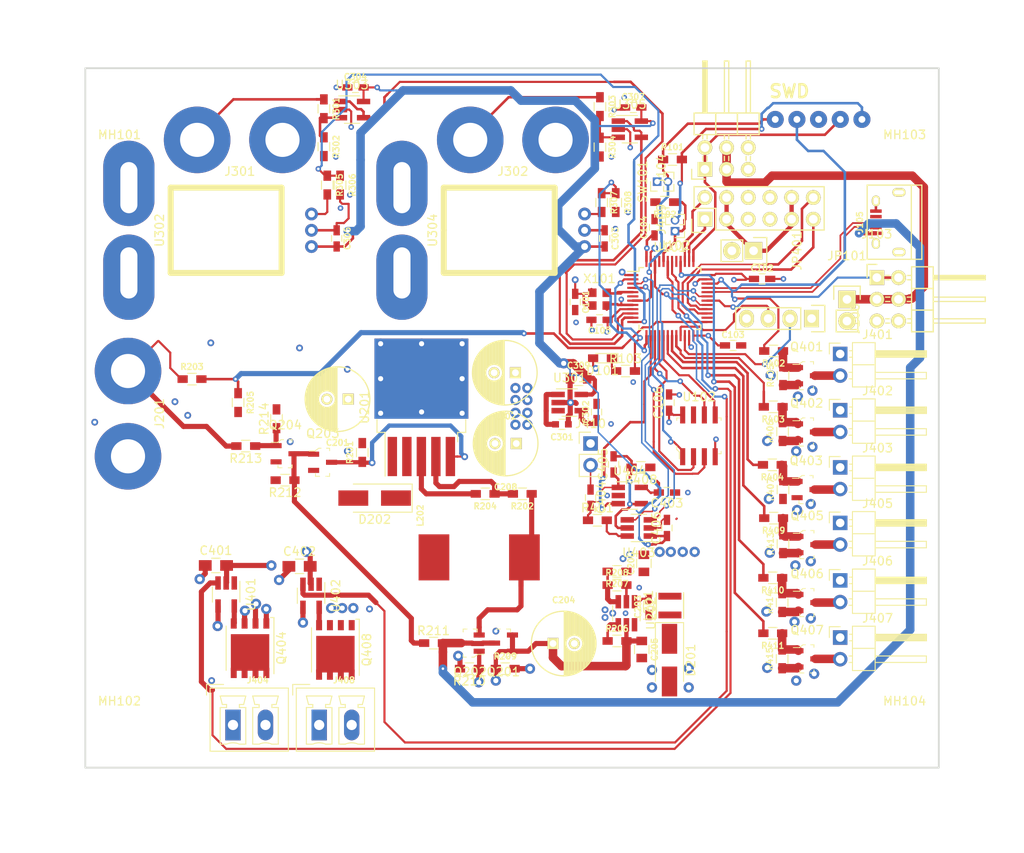
<source format=kicad_pcb>
(kicad_pcb (version 20171130) (host pcbnew "(5.0.0)")
  (layers (0 F.Cu signal) (1 In1.Cu signal) (2 In2.Cu signal) (31 B.Cu signal) (34 B.Paste user) (35 F.Paste user) (36 B.SilkS user) (37 F.SilkS user) (38 B.Mask user) (39 F.Mask user) (44 Edge.Cuts user))
  (net 0 "")
  (net 1 GND)
  (net 2 +3V3)
  (net 3 +BATT)
  (net 4 VCC)
  (net 5 "Net-(C203-Pad1)")
  (net 6 "Net-(C203-Pad2)")
  (net 7 BAT_VOLTAGE)
  (net 8 +5VA)
  (net 9 "Net-(D202-Pad1)")
  (net 10 /SPI_CS)
  (net 11 /SPI_MISO)
  (net 12 /SPI_MOSI)
  (net 13 /SPI_SCK)
  (net 14 "Net-(J102-Pad1)")
  (net 15 "Net-(J103-Pad3)")
  (net 16 /S.port)
  (net 17 /Sbus)
  (net 18 /USB_D-)
  (net 19 /USB_D+)
  (net 20 /UART_RX)
  (net 21 /UART_TX)
  (net 22 "/Current measurement/ESC1_C_Negative")
  (net 23 "/Current measurement/ESC2_C_Negative")
  (net 24 "Net-(J401-Pad2)")
  (net 25 "Net-(J402-Pad2)")
  (net 26 "Net-(J403-Pad2)")
  (net 27 "Net-(J404-Pad2)")
  (net 28 "Net-(J405-Pad2)")
  (net 29 "Net-(J406-Pad2)")
  (net 30 "Net-(J407-Pad2)")
  (net 31 "Net-(J408-Pad2)")
  (net 32 SERVO_OUT1)
  (net 33 SERVO_OUT2)
  (net 34 "Net-(J409-Pad10)")
  (net 35 SERVO_OUT3)
  (net 36 SERVO_OUT4)
  (net 37 "Net-(Q401-Pad1)")
  (net 38 "Net-(Q402-Pad1)")
  (net 39 "Net-(Q403-Pad1)")
  (net 40 "Net-(Q405-Pad1)")
  (net 41 "Net-(Q406-Pad1)")
  (net 42 "Net-(Q407-Pad1)")
  (net 43 "Net-(R101-Pad1)")
  (net 44 "Net-(R202-Pad2)")
  (net 45 "Net-(R206-Pad1)")
  (net 46 "Net-(R207-Pad2)")
  (net 47 HC_OUT1)
  (net 48 OUT1)
  (net 49 OUT3)
  (net 50 OUT5)
  (net 51 OUT2)
  (net 52 OUT4)
  (net 53 OUT6)
  (net 54 HC_OUT2)
  (net 55 "Net-(U101-Pad5)")
  (net 56 ESC1_VOLTAGE_OUT)
  (net 57 ESC2_VOLTAGE_OUT)
  (net 58 ESC1_CURRENT_OUT)
  (net 59 ESC2_CURRENT_OUT)
  (net 60 "Net-(R305-Pad2)")
  (net 61 "Net-(R307-Pad2)")
  (net 62 "Net-(C302-Pad1)")
  (net 63 "Net-(R301-Pad2)")
  (net 64 "Net-(R303-Pad2)")
  (net 65 VBUS)
  (net 66 "Net-(Q203-Pad1)")
  (net 67 "Net-(Q203-Pad3)")
  (net 68 "Net-(Q204-Pad1)")
  (net 69 "Net-(D101-Pad1)")
  (net 70 /WP)
  (net 71 "Net-(R103-Pad2)")
  (net 72 "Net-(Q404-Pad4)")
  (net 73 "Net-(Q408-Pad4)")
  (net 74 "Net-(C404-Pad1)")
  (net 75 "Net-(C404-Pad2)")
  (net 76 "Net-(R401-Pad2)")
  (net 77 DAC_OUT)
  (net 78 AMP_CS)
  (net 79 AMP_DIR)
  (net 80 "Net-(C405-Pad2)")
  (module PCBDecals:2Pin_4mm (layer F.Cu) (at 110.1 46.4)
    (fp_text reference J302 (at 0 3.7) (layer F.SilkS))
    (fp_text value Conn_01x02)
    (pad 2 thru_hole circle (at 5 0) (size 7.8 7.8) (drill 4) (layers *.Cu *.Mask) (net 1 GND) (thermal_gap 0.3))
    (pad 1 thru_hole circle (at -5 0) (size 7.8 7.8) (drill 4) (layers *.Cu *.Mask) (net 23 "/Current measurement/ESC2_C_Negative") (thermal_gap 0.3))
  )
  (module PCBDecals:2Pin_4mm (layer F.Cu) (at 78.1 46.4)
    (fp_text reference J301 (at 0 3.7) (layer F.SilkS))
    (fp_text value Conn_01x02)
    (pad 2 thru_hole circle (at 5 0) (size 7.8 7.8) (drill 4) (layers *.Cu *.Mask) (net 1 GND) (thermal_gap 0.3))
    (pad 1 thru_hole circle (at -5 0) (size 7.8 7.8) (drill 4) (layers *.Cu *.Mask) (net 22 "/Current measurement/ESC1_C_Negative") (thermal_gap 0.3))
  )
  (module PCBDecals:2Pin_4mm (layer F.Cu) (at 65 78.5 90)
    (fp_text reference J201 (at 0 3.7 90) (layer F.SilkS))
    (fp_text value Conn_01x02)
    (pad 2 thru_hole circle (at 5 0 90) (size 7.8 7.8) (drill 4) (layers *.Cu *.Mask) (net 3 +BATT) (thermal_gap 0.3))
    (pad 1 thru_hole circle (at -5 0 90) (size 7.8 7.8) (drill 4) (layers *.Cu *.Mask) (net 1 GND) (thermal_gap 0.3))
  )
  (module Capacitors_SMD:C_0603_HandSoldering (layer F.Cu) (at 128.4 77.2 90)
    (fp_text reference C106 (at 0 -1.25 90) (layer F.SilkS))
    (fp_text value 100n)
    (pad 1 smd rect (at -0.95 0 90) (size 1.2 0.75) (layers F.Cu F.Paste F.Mask) (net 2 +3V3))
    (pad 2 smd rect (at 0.95 0 90) (size 1.2 0.75) (layers F.Cu F.Paste F.Mask) (net 1 GND))
  )
  (module Resistors_SMD:R_0603_HandSoldering (layer F.Cu) (at 123.3 73.5)
    (fp_text reference R103 (at 0 -1.45) (layer F.SilkS))
    (fp_text value 470R)
    (pad 1 smd rect (at -1.1 0) (size 1.2 0.9) (layers F.Cu F.Paste F.Mask) (net 69 "Net-(D101-Pad1)"))
    (pad 2 smd rect (at 1.1 0) (size 1.2 0.9) (layers F.Cu F.Paste F.Mask) (net 71 "Net-(R103-Pad2)"))
  )
  (module digikey-footprints:SOIC-8_W3.9mm (layer F.Cu) (at 131.9 81.1)
    (fp_text reference U102 (at 0.01778 -4.56946) (layer F.SilkS))
    (fp_text value IS25LP032D)
    (pad 1 smd rect (at -1.905 2.45) (size 0.6 2) (layers F.Cu F.Paste F.Mask) (net 10 /SPI_CS))
    (pad 2 smd rect (at -0.635 2.45) (size 0.6 2) (layers F.Cu F.Paste F.Mask) (net 11 /SPI_MISO))
    (pad 4 smd rect (at 1.905 2.45) (size 0.6 2) (layers F.Cu F.Paste F.Mask) (net 1 GND))
    (pad 5 smd rect (at 1.905 -2.45) (size 0.6 2) (layers F.Cu F.Paste F.Mask) (net 12 /SPI_MOSI))
    (pad 6 smd rect (at 0.635 -2.45) (size 0.6 2) (layers F.Cu F.Paste F.Mask) (net 13 /SPI_SCK))
    (pad 7 smd rect (at -0.635 -2.45) (size 0.6 2) (layers F.Cu F.Paste F.Mask))
    (pad 8 smd rect (at -1.905 -2.45) (size 0.6 2) (layers F.Cu F.Paste F.Mask) (net 2 +3V3))
    (pad 3 smd rect (at 0.635 2.45) (size 0.6 2) (layers F.Cu F.Paste F.Mask) (net 70 /WP))
  )
  (module Pin_Headers:Pin_Header_Straight_1x02_Pitch1.27mm (layer F.Cu) (at 129.1 57.1 180)
    (fp_text reference J102 (at 0 -1.695 180) (layer F.SilkS))
    (fp_text value BOOT0)
    (pad 1 thru_hole rect (at 0 0 180) (size 1 1) (drill 0.65) (layers *.Cu *.Mask) (net 14 "Net-(J102-Pad1)"))
    (pad 2 thru_hole oval (at 0 1.27 180) (size 1 1) (drill 0.65) (layers *.Cu *.Mask) (net 2 +3V3))
  )
  (module LEDs:LED_0603_HandSoldering (layer F.Cu) (at 120.6 72 180)
    (fp_text reference D101 (at 0 -1.45 180) (layer F.SilkS))
    (fp_text value LED)
    (pad 1 smd rect (at -1.1 0 180) (size 1.2 0.9) (layers F.Cu F.Paste F.Mask) (net 69 "Net-(D101-Pad1)"))
    (pad 2 smd rect (at 1.1 0 180) (size 1.2 0.9) (layers F.Cu F.Paste F.Mask) (net 2 +3V3))
  )
  (module Resistors_SMD:R_0603_HandSoldering (layer F.Cu) (at 82.4 79.1 90)
    (fp_text reference R214 (at 0 -1.45 90) (layer F.SilkS))
    (fp_text value 100k)
    (pad 1 smd rect (at -1.1 0 90) (size 1.2 0.9) (layers F.Cu F.Paste F.Mask) (net 68 "Net-(Q204-Pad1)"))
    (pad 2 smd rect (at 1.1 0 90) (size 1.2 0.9) (layers F.Cu F.Paste F.Mask) (net 1 GND))
  )
  (module Resistors_SMD:R_0603_HandSoldering (layer F.Cu) (at 78.8 82.3 180)
    (fp_text reference R213 (at 0 -1.45 180) (layer F.SilkS))
    (fp_text value 10k)
    (pad 1 smd rect (at -1.1 0 180) (size 1.2 0.9) (layers F.Cu F.Paste F.Mask) (net 68 "Net-(Q204-Pad1)"))
    (pad 2 smd rect (at 1.1 0 180) (size 1.2 0.9) (layers F.Cu F.Paste F.Mask) (net 3 +BATT))
  )
  (module Resistors_SMD:R_0603_HandSoldering (layer F.Cu) (at 83.4 86.3 180)
    (fp_text reference R212 (at 0 -1.45 180) (layer F.SilkS))
    (fp_text value 100k)
    (pad 1 smd rect (at -1.1 0 180) (size 1.2 0.9) (layers F.Cu F.Paste F.Mask) (net 66 "Net-(Q203-Pad1)"))
    (pad 2 smd rect (at 1.1 0 180) (size 1.2 0.9) (layers F.Cu F.Paste F.Mask) (net 1 GND))
  )
  (module Resistors_SMD:R_0603_HandSoldering (layer F.Cu) (at 100.8 105.4)
    (fp_text reference R211 (at 0 -1.45) (layer F.SilkS))
    (fp_text value 10k)
    (pad 2 smd rect (at 1.1 0) (size 1.2 0.9) (layers F.Cu F.Paste F.Mask) (net 65 VBUS))
    (pad 1 smd rect (at -1.1 0) (size 1.2 0.9) (layers F.Cu F.Paste F.Mask) (net 66 "Net-(Q203-Pad1)"))
  )
  (module Resistors_SMD:R_0603_HandSoldering (layer F.Cu) (at 105 108.4 180)
    (fp_text reference R210 (at 0 -1.45 180) (layer F.SilkS))
    (fp_text value 100k)
    (pad 2 smd rect (at 1.1 0 180) (size 1.2 0.9) (layers F.Cu F.Paste F.Mask) (net 1 GND))
    (pad 1 smd rect (at -1.1 0 180) (size 1.2 0.9) (layers F.Cu F.Paste F.Mask) (net 3 +BATT))
  )
  (module digikey-footprints:SOT-23-3 (layer F.Cu) (at 144.55 107.25)
    (fp_text reference Q407 (at 0.025 -3.375) (layer F.SilkS))
    (fp_text value IRLML6344TRPBF)
    (pad 3 smd rect (at 1.05 0) (size 1.3 0.6) (layers F.Cu F.Paste F.Mask) (net 30 "Net-(J407-Pad2)"))
    (pad 2 smd rect (at -1.05 0.95) (size 1.3 0.6) (layers F.Cu F.Paste F.Mask) (net 1 GND))
    (pad 1 smd rect (at -1.05 -0.95) (size 1.3 0.6) (layers F.Cu F.Paste F.Mask) (net 42 "Net-(Q407-Pad1)"))
  )
  (module digikey-footprints:SOT-23-3 (layer F.Cu) (at 144.55 100.65)
    (fp_text reference Q406 (at 0.025 -3.375) (layer F.SilkS))
    (fp_text value IRLML6344TRPBF)
    (pad 1 smd rect (at -1.05 -0.95) (size 1.3 0.6) (layers F.Cu F.Paste F.Mask) (net 41 "Net-(Q406-Pad1)"))
    (pad 2 smd rect (at -1.05 0.95) (size 1.3 0.6) (layers F.Cu F.Paste F.Mask) (net 1 GND))
    (pad 3 smd rect (at 1.05 0) (size 1.3 0.6) (layers F.Cu F.Paste F.Mask) (net 29 "Net-(J406-Pad2)"))
  )
  (module digikey-footprints:SOT-23-3 (layer F.Cu) (at 144.55 93.85)
    (fp_text reference Q405 (at 0.025 -3.375) (layer F.SilkS))
    (fp_text value IRLML6344TRPBF)
    (pad 1 smd rect (at -1.05 -0.95) (size 1.3 0.6) (layers F.Cu F.Paste F.Mask) (net 40 "Net-(Q405-Pad1)"))
    (pad 2 smd rect (at -1.05 0.95) (size 1.3 0.6) (layers F.Cu F.Paste F.Mask) (net 1 GND))
    (pad 3 smd rect (at 1.05 0) (size 1.3 0.6) (layers F.Cu F.Paste F.Mask) (net 28 "Net-(J405-Pad2)"))
  )
  (module digikey-footprints:SOT-23-3 (layer F.Cu) (at 144.45 87.4)
    (fp_text reference Q403 (at 0.025 -3.375) (layer F.SilkS))
    (fp_text value IRLML6344TRPBF)
    (pad 3 smd rect (at 1.05 0) (size 1.3 0.6) (layers F.Cu F.Paste F.Mask) (net 26 "Net-(J403-Pad2)"))
    (pad 2 smd rect (at -1.05 0.95) (size 1.3 0.6) (layers F.Cu F.Paste F.Mask) (net 1 GND))
    (pad 1 smd rect (at -1.05 -0.95) (size 1.3 0.6) (layers F.Cu F.Paste F.Mask) (net 39 "Net-(Q403-Pad1)"))
  )
  (module digikey-footprints:SOT-23-3 (layer F.Cu) (at 144.5 80.65)
    (fp_text reference Q402 (at 0.025 -3.375) (layer F.SilkS))
    (fp_text value IRLML6344TRPBF)
    (pad 3 smd rect (at 1.05 0) (size 1.3 0.6) (layers F.Cu F.Paste F.Mask) (net 25 "Net-(J402-Pad2)"))
    (pad 2 smd rect (at -1.05 0.95) (size 1.3 0.6) (layers F.Cu F.Paste F.Mask) (net 1 GND))
    (pad 1 smd rect (at -1.05 -0.95) (size 1.3 0.6) (layers F.Cu F.Paste F.Mask) (net 38 "Net-(Q402-Pad1)"))
  )
  (module digikey-footprints:SOT-23-3 (layer F.Cu) (at 144.5 74.05)
    (fp_text reference Q401 (at 0.025 -3.375) (layer F.SilkS))
    (fp_text value IRLML6344TRPBF)
    (pad 1 smd rect (at -1.05 -0.95) (size 1.3 0.6) (layers F.Cu F.Paste F.Mask) (net 37 "Net-(Q401-Pad1)"))
    (pad 2 smd rect (at -1.05 0.95) (size 1.3 0.6) (layers F.Cu F.Paste F.Mask) (net 1 GND))
    (pad 3 smd rect (at 1.05 0) (size 1.3 0.6) (layers F.Cu F.Paste F.Mask) (net 24 "Net-(J401-Pad2)"))
  )
  (module digikey-footprints:SOT-23-3 (layer F.Cu) (at 83.4 83.2)
    (fp_text reference Q204 (at 0.025 -3.375) (layer F.SilkS))
    (fp_text value IRLML6344TRPBF)
    (pad 1 smd rect (at -1.05 -0.95) (size 1.3 0.6) (layers F.Cu F.Paste F.Mask) (net 68 "Net-(Q204-Pad1)"))
    (pad 2 smd rect (at -1.05 0.95) (size 1.3 0.6) (layers F.Cu F.Paste F.Mask) (net 1 GND))
    (pad 3 smd rect (at 1.05 0) (size 1.3 0.6) (layers F.Cu F.Paste F.Mask) (net 66 "Net-(Q203-Pad1)"))
  )
  (module digikey-footprints:SOT-23-3 (layer F.Cu) (at 87.8 84.2)
    (fp_text reference Q203 (at 0.025 -3.375) (layer F.SilkS))
    (fp_text value IRLML6344TRPBF)
    (pad 1 smd rect (at -1.05 -0.95) (size 1.3 0.6) (layers F.Cu F.Paste F.Mask) (net 66 "Net-(Q203-Pad1)"))
    (pad 2 smd rect (at -1.05 0.95) (size 1.3 0.6) (layers F.Cu F.Paste F.Mask) (net 1 GND))
    (pad 3 smd rect (at 1.05 0) (size 1.3 0.6) (layers F.Cu F.Paste F.Mask) (net 67 "Net-(Q203-Pad3)"))
  )
  (module digikey-footprints:SOT-23-3 (layer F.Cu) (at 105.1 105.4 180)
    (fp_text reference Q202 (at 0.025 -3.375 180) (layer F.SilkS))
    (fp_text value AO3401A)
    (pad 3 smd rect (at 1.05 0 180) (size 1.3 0.6) (layers F.Cu F.Paste F.Mask) (net 65 VBUS))
    (pad 2 smd rect (at -1.05 0.95 180) (size 1.3 0.6) (layers F.Cu F.Paste F.Mask) (net 4 VCC))
    (pad 1 smd rect (at -1.05 -0.95 180) (size 1.3 0.6) (layers F.Cu F.Paste F.Mask) (net 3 +BATT))
  )
  (module digikey-footprints:SOT-23-3 (layer F.Cu) (at 109 105.4 180)
    (fp_text reference Q201 (at 0.025 -3.375 180) (layer F.SilkS))
    (fp_text value AO3401A)
    (pad 3 smd rect (at 1.05 0 180) (size 1.3 0.6) (layers F.Cu F.Paste F.Mask) (net 65 VBUS))
    (pad 2 smd rect (at -1.05 0.95 180) (size 1.3 0.6) (layers F.Cu F.Paste F.Mask) (net 3 +BATT))
    (pad 1 smd rect (at -1.05 -0.95 180) (size 1.3 0.6) (layers F.Cu F.Paste F.Mask) (net 3 +BATT))
  )
  (module TO_SOT_Packages_SMD:SOT-23-5_HandSoldering (layer F.Cu) (at 116.75 77.2)
    (fp_text reference U301 (at 0 -2.9) (layer F.SilkS))
    (fp_text value LP2985-5.0)
    (pad 1 smd rect (at -1.35 -0.95) (size 1.56 0.65) (layers F.Cu F.Paste F.Mask) (net 4 VCC))
    (pad 2 smd rect (at -1.35 0) (size 1.56 0.65) (layers F.Cu F.Paste F.Mask) (net 1 GND))
    (pad 3 smd rect (at -1.35 0.95) (size 1.56 0.65) (layers F.Cu F.Paste F.Mask) (net 4 VCC))
    (pad 4 smd rect (at 1.35 0.95) (size 1.56 0.65) (layers F.Cu F.Paste F.Mask) (net 62 "Net-(C302-Pad1)"))
    (pad 5 smd rect (at 1.35 -0.95) (size 1.56 0.65) (layers F.Cu F.Paste F.Mask) (net 8 +5VA))
  )
  (module Capacitors_SMD:C_0805 (layer F.Cu) (at 117.8 74.35)
    (fp_text reference C309 (at 0 -1.5) (layer F.SilkS) (effects (font (size 0.7 0.7))))
    (fp_text value 2u2)
    (pad 1 smd rect (at -1 0) (size 1 1.25) (layers F.Cu F.Paste F.Mask) (net 1 GND))
    (pad 2 smd rect (at 1 0) (size 1 1.25) (layers F.Cu F.Paste F.Mask) (net 8 +5VA))
  )
  (module Capacitors_SMD:C_0603_HandSoldering (layer F.Cu) (at 119.9 78.3 90)
    (fp_text reference C302 (at 0 -1.25 90) (layer F.SilkS) (effects (font (size 0.7 0.7))))
    (fp_text value 10n)
    (pad 1 smd rect (at -0.95 0 90) (size 1.2 0.75) (layers F.Cu F.Paste F.Mask) (net 62 "Net-(C302-Pad1)"))
    (pad 2 smd rect (at 0.95 0 90) (size 1.2 0.75) (layers F.Cu F.Paste F.Mask) (net 1 GND))
  )
  (module Capacitors_ThroughHole:C_Radial_D7.5_L11.2_P2.5 (layer F.Cu) (at 114.8 105.45)
    (fp_text reference C204 (at 1.25 -5.1) (layer F.SilkS) (effects (font (size 0.7 0.7))))
    (fp_text value 22u)
    (pad 2 thru_hole circle (at 2.5 0) (size 1.3 1.3) (drill 0.8) (layers *.Cu *.Mask F.SilkS) (net 1 GND))
    (pad 1 thru_hole rect (at 0 0) (size 1.3 1.3) (drill 0.8) (layers *.Cu *.Mask F.SilkS) (net 3 +BATT))
  )
  (module Resistors_SMD:R_0603_HandSoldering (layer F.Cu) (at 120.5 53.75 270)
    (fp_text reference R307 (at 0 -1.45 270) (layer F.SilkS) (effects (font (size 0.7 0.7))))
    (fp_text value 12k)
    (pad 1 smd rect (at -1.1 0 270) (size 1.2 0.9) (layers F.Cu F.Paste F.Mask) (net 59 ESC2_CURRENT_OUT))
    (pad 2 smd rect (at 1.1 0 270) (size 1.2 0.9) (layers F.Cu F.Paste F.Mask) (net 61 "Net-(R307-Pad2)"))
  )
  (module Resistors_SMD:R_0603_HandSoldering (layer F.Cu) (at 88.35 51.7 270)
    (fp_text reference R305 (at 0 -1.45 270) (layer F.SilkS) (effects (font (size 0.7 0.7))))
    (fp_text value 12k)
    (pad 2 smd rect (at 1.1 0 270) (size 1.2 0.9) (layers F.Cu F.Paste F.Mask) (net 60 "Net-(R305-Pad2)"))
    (pad 1 smd rect (at -1.1 0 270) (size 1.2 0.9) (layers F.Cu F.Paste F.Mask) (net 58 ESC1_CURRENT_OUT))
  )
  (module Resistors_SMD:R_0603_HandSoldering (layer F.Cu) (at 122.15 53.75 270)
    (fp_text reference R308 (at 0 -1.45 270) (layer F.SilkS) (effects (font (size 0.7 0.7))))
    (fp_text value 18k)
    (pad 1 smd rect (at -1.1 0 270) (size 1.2 0.9) (layers F.Cu F.Paste F.Mask) (net 59 ESC2_CURRENT_OUT))
    (pad 2 smd rect (at 1.1 0 270) (size 1.2 0.9) (layers F.Cu F.Paste F.Mask) (net 1 GND))
  )
  (module Resistors_SMD:R_0603_HandSoldering (layer F.Cu) (at 89.85 51.7 270)
    (fp_text reference R306 (at 0 -1.45 270) (layer F.SilkS) (effects (font (size 0.7 0.7))))
    (fp_text value 18k)
    (pad 2 smd rect (at 1.1 0 270) (size 1.2 0.9) (layers F.Cu F.Paste F.Mask) (net 1 GND))
    (pad 1 smd rect (at -1.1 0 270) (size 1.2 0.9) (layers F.Cu F.Paste F.Mask) (net 58 ESC1_CURRENT_OUT))
  )
  (module Pin_Headers:Pin_Header_Straight_1x02_Pitch1.27mm (layer F.Cu) (at 127 51.3 90)
    (fp_text reference SW101 (at 0 -1.695 90) (layer F.SilkS))
    (fp_text value SW_Push)
    (pad 1 thru_hole rect (at 0 0 90) (size 1 1) (drill 0.65) (layers *.Cu *.Mask) (net 1 GND))
    (pad 2 thru_hole oval (at 0 1.27 90) (size 1 1) (drill 0.65) (layers *.Cu *.Mask) (net 43 "Net-(R101-Pad1)"))
  )
  (module Pin_Headers:Pin_Header_Straight_1x02 (layer F.Cu) (at 138.3 59.4 270)
    (fp_text reference JP401 (at 0 -5.1 270) (layer F.SilkS))
    (fp_text value Jumper_NC_Small)
    (pad 1 thru_hole rect (at 0 0 270) (size 2.032 2.032) (drill 1.016) (layers *.Cu *.Mask F.SilkS) (net 34 "Net-(J409-Pad10)"))
    (pad 2 thru_hole oval (at 0 2.54 270) (size 2.032 2.032) (drill 1.016) (layers *.Cu *.Mask F.SilkS) (net 4 VCC))
  )
  (module Pin_Headers:Pin_Header_Straight_1x02 (layer F.Cu) (at 149.25 65.1)
    (fp_text reference JP101 (at 0 -5.1) (layer F.SilkS))
    (fp_text value Jumper_NC_Small)
    (pad 2 thru_hole oval (at 0 2.54) (size 2.032 2.032) (drill 1.016) (layers *.Cu *.Mask F.SilkS) (net 4 VCC))
    (pad 1 thru_hole rect (at 0 0) (size 2.032 2.032) (drill 1.016) (layers *.Cu *.Mask F.SilkS) (net 15 "Net-(J103-Pad3)"))
  )
  (module Pin_Headers:Pin_Header_Angled_1x02_Pitch2.54mm (layer F.Cu) (at 148.45 104.75)
    (fp_text reference J407 (at 4.385 -2.27) (layer F.SilkS))
    (fp_text value Conn_01x02)
    (pad 2 thru_hole oval (at 0 2.54) (size 1.7 1.7) (drill 1) (layers *.Cu *.Mask) (net 30 "Net-(J407-Pad2)"))
    (pad 1 thru_hole rect (at 0 0) (size 1.7 1.7) (drill 1) (layers *.Cu *.Mask) (net 4 VCC))
  )
  (module Pin_Headers:Pin_Header_Angled_1x02_Pitch2.54mm (layer F.Cu) (at 148.45 98.05)
    (fp_text reference J406 (at 4.385 -2.27) (layer F.SilkS))
    (fp_text value Conn_01x02)
    (pad 2 thru_hole oval (at 0 2.54) (size 1.7 1.7) (drill 1) (layers *.Cu *.Mask) (net 29 "Net-(J406-Pad2)"))
    (pad 1 thru_hole rect (at 0 0) (size 1.7 1.7) (drill 1) (layers *.Cu *.Mask) (net 4 VCC))
  )
  (module Pin_Headers:Pin_Header_Angled_1x02_Pitch2.54mm (layer F.Cu) (at 148.45 91.31)
    (fp_text reference J405 (at 4.385 -2.27) (layer F.SilkS))
    (fp_text value Conn_01x02)
    (pad 2 thru_hole oval (at 0 2.54) (size 1.7 1.7) (drill 1) (layers *.Cu *.Mask) (net 28 "Net-(J405-Pad2)"))
    (pad 1 thru_hole rect (at 0 0) (size 1.7 1.7) (drill 1) (layers *.Cu *.Mask) (net 4 VCC))
  )
  (module Connectors_Phoenix:PhoenixContact_MCV-G_02x3.81mm_Vertical (layer F.Cu) (at 77.3 115)
    (fp_text reference J404 (at 2.905 -5.25) (layer F.SilkS) (effects (font (size 0.7 0.7))))
    (fp_text value Conn_01x02)
    (pad 1 thru_hole rect (at 0 0) (size 1.8 3.6) (drill 1.2) (layers *.Cu *.Mask) (net 3 +BATT))
    (pad 2 thru_hole oval (at 3.81 0) (size 1.8 3.6) (drill 1.2) (layers *.Cu *.Mask) (net 27 "Net-(J404-Pad2)"))
  )
  (module Pin_Headers:Pin_Header_Angled_1x02_Pitch2.54mm (layer F.Cu) (at 148.45 84.8)
    (fp_text reference J403 (at 4.385 -2.27) (layer F.SilkS))
    (fp_text value Conn_01x02)
    (pad 1 thru_hole rect (at 0 0) (size 1.7 1.7) (drill 1) (layers *.Cu *.Mask) (net 4 VCC))
    (pad 2 thru_hole oval (at 0 2.54) (size 1.7 1.7) (drill 1) (layers *.Cu *.Mask) (net 26 "Net-(J403-Pad2)"))
  )
  (module Pin_Headers:Pin_Header_Angled_1x02_Pitch2.54mm (layer F.Cu) (at 148.45 78.1)
    (fp_text reference J402 (at 4.385 -2.27) (layer F.SilkS))
    (fp_text value Conn_01x02)
    (pad 1 thru_hole rect (at 0 0) (size 1.7 1.7) (drill 1) (layers *.Cu *.Mask) (net 4 VCC))
    (pad 2 thru_hole oval (at 0 2.54) (size 1.7 1.7) (drill 1) (layers *.Cu *.Mask) (net 25 "Net-(J402-Pad2)"))
  )
  (module Pin_Headers:Pin_Header_Angled_1x02_Pitch2.54mm (layer F.Cu) (at 148.45 71.5)
    (fp_text reference J401 (at 4.385 -2.27) (layer F.SilkS))
    (fp_text value Conn_01x02)
    (pad 1 thru_hole rect (at 0 0) (size 1.7 1.7) (drill 1) (layers *.Cu *.Mask) (net 4 VCC))
    (pad 2 thru_hole oval (at 0 2.54) (size 1.7 1.7) (drill 1) (layers *.Cu *.Mask) (net 24 "Net-(J401-Pad2)"))
  )
  (module PCBDecals:IQXO-791 (layer F.Cu) (at 120.25 65.075 180)
    (fp_text reference X101 (at 0 2.4 180) (layer F.SilkS))
    (fp_text value TXC-7C)
    (pad 4 smd rect (at 0.85 0.675 180) (size 1 1) (drill (offset 0 0.075)) (layers F.Cu F.Paste F.Mask) (net 2 +3V3))
    (pad 3 smd rect (at -0.85 0.675 180) (size 1 1) (drill (offset 0 0.075)) (layers F.Cu F.Paste F.Mask) (net 55 "Net-(U101-Pad5)"))
    (pad 2 smd rect (at -0.85 -0.675 180) (size 1 1) (drill (offset 0 -0.075)) (layers F.Cu F.Paste F.Mask) (net 1 GND))
    (pad 1 smd rect (at 0.85 -0.675 180) (size 1 1) (drill (offset 0 -0.075)) (layers F.Cu F.Paste F.Mask Eco1.User) (net 2 +3V3))
  )
  (module TO_SOT_Packages_SMD:SOT-23-5_HandSoldering (layer F.Cu) (at 123.8 45.15)
    (fp_text reference U305 (at 0 -2.9) (layer F.SilkS))
    (fp_text value MCP6001-OT)
    (pad 5 smd rect (at 1.35 -0.95) (size 1.56 0.65) (layers F.Cu F.Paste F.Mask) (net 8 +5VA))
    (pad 4 smd rect (at 1.35 0.95) (size 1.56 0.65) (layers F.Cu F.Paste F.Mask) (net 57 ESC2_VOLTAGE_OUT))
    (pad 3 smd rect (at -1.35 0.95) (size 1.56 0.65) (layers F.Cu F.Paste F.Mask) (net 64 "Net-(R303-Pad2)"))
    (pad 2 smd rect (at -1.35 0) (size 1.56 0.65) (layers F.Cu F.Paste F.Mask) (net 1 GND))
    (pad 1 smd rect (at -1.35 -0.95) (size 1.56 0.65) (layers F.Cu F.Paste F.Mask) (net 57 ESC2_VOLTAGE_OUT))
  )
  (module PCBDecals:Allegro_PFF (layer F.Cu) (at 97 57 90)
    (fp_text reference U304 (at 0 3.7 90) (layer F.SilkS))
    (fp_text value ACS770xCB-100U-PSF)
    (pad 1 thru_hole circle (at -1.91 21.5 90) (size 1.5 1.5) (drill 0.8) (layers *.Cu *.Mask) (net 8 +5VA))
    (pad 3 thru_hole circle (at 1.91 21.5 90) (size 1.5 1.5) (drill 0.8) (layers *.Cu *.Mask) (net 61 "Net-(R307-Pad2)"))
    (pad 2 thru_hole circle (at 0 21.5 90) (size 1.5 1.5) (drill 0.8) (layers *.Cu *.Mask) (net 1 GND))
    (pad 5 thru_hole oval (at 5 0.1 90) (size 10 6) (drill oval 6 2 (offset 0.5 0)) (layers *.Cu *.Mask) (net 23 "/Current measurement/ESC2_C_Negative"))
    (pad 4 thru_hole oval (at -5 0.1 90) (size 10 6) (drill oval 6 2 (offset -0.5 0)) (layers *.Cu *.Mask) (net 3 +BATT))
  )
  (module TO_SOT_Packages_SMD:SOT-23-5_HandSoldering (layer F.Cu) (at 91.25 42.85)
    (fp_text reference U303 (at 0 -2.9) (layer F.SilkS))
    (fp_text value MCP6001-OT)
    (pad 5 smd rect (at 1.35 -0.95) (size 1.56 0.65) (layers F.Cu F.Paste F.Mask) (net 8 +5VA))
    (pad 4 smd rect (at 1.35 0.95) (size 1.56 0.65) (layers F.Cu F.Paste F.Mask) (net 56 ESC1_VOLTAGE_OUT))
    (pad 3 smd rect (at -1.35 0.95) (size 1.56 0.65) (layers F.Cu F.Paste F.Mask) (net 63 "Net-(R301-Pad2)"))
    (pad 2 smd rect (at -1.35 0) (size 1.56 0.65) (layers F.Cu F.Paste F.Mask) (net 1 GND))
    (pad 1 smd rect (at -1.35 -0.95) (size 1.56 0.65) (layers F.Cu F.Paste F.Mask) (net 56 ESC1_VOLTAGE_OUT))
  )
  (module PCBDecals:Allegro_PFF (layer F.Cu) (at 65 57 90)
    (fp_text reference U302 (at 0 3.7 90) (layer F.SilkS))
    (fp_text value ACS770xCB-100U-PSF)
    (pad 1 thru_hole circle (at -1.91 21.5 90) (size 1.5 1.5) (drill 0.8) (layers *.Cu *.Mask) (net 8 +5VA))
    (pad 3 thru_hole circle (at 1.91 21.5 90) (size 1.5 1.5) (drill 0.8) (layers *.Cu *.Mask) (net 60 "Net-(R305-Pad2)"))
    (pad 2 thru_hole circle (at 0 21.5 90) (size 1.5 1.5) (drill 0.8) (layers *.Cu *.Mask) (net 1 GND))
    (pad 5 thru_hole oval (at 5 0.1 90) (size 10 6) (drill oval 6 2 (offset 0.5 0)) (layers *.Cu *.Mask) (net 22 "/Current measurement/ESC1_C_Negative"))
    (pad 4 thru_hole oval (at -5 0.1 90) (size 10 6) (drill oval 6 2 (offset -0.5 0)) (layers *.Cu *.Mask) (net 3 +BATT))
  )
  (module TO_SOT_Packages_SMD:SOT-23-6_Handsoldering (layer F.Cu) (at 123.4 101.9 270)
    (fp_text reference U202 (at 0 -2.9 270) (layer F.SilkS))
    (fp_text value RT6200)
    (pad 5 smd rect (at 1.35 0 270) (size 1.56 0.65) (layers F.Cu F.Paste F.Mask) (net 3 +BATT))
    (pad 6 smd rect (at 1.35 -0.95 270) (size 1.56 0.65) (layers F.Cu F.Paste F.Mask) (net 5 "Net-(C203-Pad1)"))
    (pad 4 smd rect (at 1.35 0.95 270) (size 1.56 0.65) (layers F.Cu F.Paste F.Mask) (net 45 "Net-(R206-Pad1)"))
    (pad 3 smd rect (at -1.35 0.95 270) (size 1.56 0.65) (layers F.Cu F.Paste F.Mask) (net 46 "Net-(R207-Pad2)"))
    (pad 2 smd rect (at -1.35 0 270) (size 1.56 0.65) (layers F.Cu F.Paste F.Mask) (net 1 GND))
    (pad 1 smd rect (at -1.35 -0.95 270) (size 1.56 0.65) (layers F.Cu F.Paste F.Mask) (net 6 "Net-(C203-Pad2)"))
  )
  (module Resistors_SMD:R_0603_HandSoldering (layer F.Cu) (at 141.65 107.25 90)
    (fp_text reference R415 (at 0 -1.45 90) (layer F.SilkS) (effects (font (size 0.7 0.7))))
    (fp_text value R_Small)
    (pad 2 smd rect (at 1.1 0 90) (size 1.2 0.9) (layers F.Cu F.Paste F.Mask) (net 42 "Net-(Q407-Pad1)"))
    (pad 1 smd rect (at -1.1 0 90) (size 1.2 0.9) (layers F.Cu F.Paste F.Mask) (net 1 GND))
  )
  (module Resistors_SMD:R_0603_HandSoldering (layer F.Cu) (at 141.65 100.65 90)
    (fp_text reference R414 (at 0 -1.45 90) (layer F.SilkS) (effects (font (size 0.7 0.7))))
    (fp_text value R_Small)
    (pad 2 smd rect (at 1.1 0 90) (size 1.2 0.9) (layers F.Cu F.Paste F.Mask) (net 41 "Net-(Q406-Pad1)"))
    (pad 1 smd rect (at -1.1 0 90) (size 1.2 0.9) (layers F.Cu F.Paste F.Mask) (net 1 GND))
  )
  (module Resistors_SMD:R_0603_HandSoldering (layer F.Cu) (at 141.75 93.75 90)
    (fp_text reference R413 (at 0 -1.45 90) (layer F.SilkS) (effects (font (size 0.7 0.7))))
    (fp_text value R_Small)
    (pad 2 smd rect (at 1.1 0 90) (size 1.2 0.9) (layers F.Cu F.Paste F.Mask) (net 40 "Net-(Q405-Pad1)"))
    (pad 1 smd rect (at -1.1 0 90) (size 1.2 0.9) (layers F.Cu F.Paste F.Mask) (net 1 GND))
  )
  (module Resistors_SMD:R_0603_HandSoldering (layer F.Cu) (at 140.55 104.25 180)
    (fp_text reference R411 (at 0 -1.45 180) (layer F.SilkS) (effects (font (size 0.7 0.7))))
    (fp_text value 10)
    (pad 2 smd rect (at 1.1 0 180) (size 1.2 0.9) (layers F.Cu F.Paste F.Mask) (net 53 OUT6))
    (pad 1 smd rect (at -1.1 0 180) (size 1.2 0.9) (layers F.Cu F.Paste F.Mask) (net 42 "Net-(Q407-Pad1)"))
  )
  (module Resistors_SMD:R_0603_HandSoldering (layer F.Cu) (at 140.55 97.75 180)
    (fp_text reference R410 (at 0 -1.45 180) (layer F.SilkS) (effects (font (size 0.7 0.7))))
    (fp_text value 10)
    (pad 2 smd rect (at 1.1 0 180) (size 1.2 0.9) (layers F.Cu F.Paste F.Mask) (net 51 OUT2))
    (pad 1 smd rect (at -1.1 0 180) (size 1.2 0.9) (layers F.Cu F.Paste F.Mask) (net 41 "Net-(Q406-Pad1)"))
  )
  (module Resistors_SMD:R_0603_HandSoldering (layer F.Cu) (at 140.65 90.75 180)
    (fp_text reference R409 (at 0 -1.45 180) (layer F.SilkS) (effects (font (size 0.7 0.7))))
    (fp_text value 10)
    (pad 2 smd rect (at 1.1 0 180) (size 1.2 0.9) (layers F.Cu F.Paste F.Mask) (net 52 OUT4))
    (pad 1 smd rect (at -1.1 0 180) (size 1.2 0.9) (layers F.Cu F.Paste F.Mask) (net 40 "Net-(Q405-Pad1)"))
  )
  (module Resistors_SMD:R_0603_HandSoldering (layer F.Cu) (at 141.75 87.4 90)
    (fp_text reference R407 (at 0 -1.45 90) (layer F.SilkS) (effects (font (size 0.7 0.7))))
    (fp_text value R_Small)
    (pad 2 smd rect (at 1.1 0 90) (size 1.2 0.9) (layers F.Cu F.Paste F.Mask) (net 39 "Net-(Q403-Pad1)"))
    (pad 1 smd rect (at -1.1 0 90) (size 1.2 0.9) (layers F.Cu F.Paste F.Mask) (net 1 GND))
  )
  (module Resistors_SMD:R_0603_HandSoldering (layer F.Cu) (at 141.7 80.6 90)
    (fp_text reference R406 (at 0 -1.45 90) (layer F.SilkS) (effects (font (size 0.7 0.7))))
    (fp_text value R_Small)
    (pad 2 smd rect (at 1.1 0 90) (size 1.2 0.9) (layers F.Cu F.Paste F.Mask) (net 38 "Net-(Q402-Pad1)"))
    (pad 1 smd rect (at -1.1 0 90) (size 1.2 0.9) (layers F.Cu F.Paste F.Mask) (net 1 GND))
  )
  (module Resistors_SMD:R_0603_HandSoldering (layer F.Cu) (at 141.75 74.05 90)
    (fp_text reference R405 (at 0 -1.45 90) (layer F.SilkS) (effects (font (size 0.7 0.7))))
    (fp_text value R_Small)
    (pad 2 smd rect (at 1.1 0 90) (size 1.2 0.9) (layers F.Cu F.Paste F.Mask) (net 37 "Net-(Q401-Pad1)"))
    (pad 1 smd rect (at -1.1 0 90) (size 1.2 0.9) (layers F.Cu F.Paste F.Mask) (net 1 GND))
  )
  (module Resistors_SMD:R_0603_HandSoldering (layer F.Cu) (at 140.5 84.5 180)
    (fp_text reference R404 (at 0 -1.45 180) (layer F.SilkS) (effects (font (size 0.7 0.7))))
    (fp_text value 10)
    (pad 2 smd rect (at 1.1 0 180) (size 1.2 0.9) (layers F.Cu F.Paste F.Mask) (net 50 OUT5))
    (pad 1 smd rect (at -1.1 0 180) (size 1.2 0.9) (layers F.Cu F.Paste F.Mask) (net 39 "Net-(Q403-Pad1)"))
  )
  (module Resistors_SMD:R_0603_HandSoldering (layer F.Cu) (at 140.6 77.7 180)
    (fp_text reference R403 (at 0 -1.45 180) (layer F.SilkS) (effects (font (size 0.7 0.7))))
    (fp_text value 10)
    (pad 2 smd rect (at 1.1 0 180) (size 1.2 0.9) (layers F.Cu F.Paste F.Mask) (net 49 OUT3))
    (pad 1 smd rect (at -1.1 0 180) (size 1.2 0.9) (layers F.Cu F.Paste F.Mask) (net 38 "Net-(Q402-Pad1)"))
  )
  (module Resistors_SMD:R_0603_HandSoldering (layer F.Cu) (at 140.65 71.15 180)
    (fp_text reference R402 (at 0 -1.45 180) (layer F.SilkS) (effects (font (size 0.7 0.7))))
    (fp_text value 10)
    (pad 2 smd rect (at 1.1 0 180) (size 1.2 0.9) (layers F.Cu F.Paste F.Mask) (net 48 OUT1))
    (pad 1 smd rect (at -1.1 0 180) (size 1.2 0.9) (layers F.Cu F.Paste F.Mask) (net 37 "Net-(Q401-Pad1)"))
  )
  (module Resistors_SMD:R_0603_HandSoldering (layer F.Cu) (at 120.3 47.25 270)
    (fp_text reference R304 (at 0 -1.45 270) (layer F.SilkS) (effects (font (size 0.7 0.7))))
    (fp_text value 12k)
    (pad 2 smd rect (at 1.1 0 270) (size 1.2 0.9) (layers F.Cu F.Paste F.Mask) (net 1 GND))
    (pad 1 smd rect (at -1.1 0 270) (size 1.2 0.9) (layers F.Cu F.Paste F.Mask) (net 64 "Net-(R303-Pad2)"))
  )
  (module Resistors_SMD:R_0603_HandSoldering (layer F.Cu) (at 120.3 42.5 270)
    (fp_text reference R303 (at 0 -1.45 270) (layer F.SilkS) (effects (font (size 0.7 0.7))))
    (fp_text value 68k)
    (pad 2 smd rect (at 1.1 0 270) (size 1.2 0.9) (layers F.Cu F.Paste F.Mask) (net 64 "Net-(R303-Pad2)"))
    (pad 1 smd rect (at -1.1 0 270) (size 1.2 0.9) (layers F.Cu F.Paste F.Mask) (net 23 "/Current measurement/ESC2_C_Negative"))
  )
  (module Resistors_SMD:R_0603_HandSoldering (layer F.Cu) (at 87.95 47.2 270)
    (fp_text reference R302 (at 0 -1.45 270) (layer F.SilkS) (effects (font (size 0.7 0.7))))
    (fp_text value 12k)
    (pad 2 smd rect (at 1.1 0 270) (size 1.2 0.9) (layers F.Cu F.Paste F.Mask) (net 1 GND))
    (pad 1 smd rect (at -1.1 0 270) (size 1.2 0.9) (layers F.Cu F.Paste F.Mask) (net 63 "Net-(R301-Pad2)"))
  )
  (module Resistors_SMD:R_0603_HandSoldering (layer F.Cu) (at 87.95 42.75 270)
    (fp_text reference R301 (at 0 -1.45 270) (layer F.SilkS) (effects (font (size 0.7 0.7))))
    (fp_text value 68k)
    (pad 2 smd rect (at 1.1 0 270) (size 1.2 0.9) (layers F.Cu F.Paste F.Mask) (net 63 "Net-(R301-Pad2)"))
    (pad 1 smd rect (at -1.1 0 270) (size 1.2 0.9) (layers F.Cu F.Paste F.Mask) (net 22 "/Current measurement/ESC1_C_Negative"))
  )
  (module Resistors_SMD:R_0603_HandSoldering (layer F.Cu) (at 109.2 108.4)
    (fp_text reference R209 (at 0 -1.45) (layer F.SilkS) (effects (font (size 0.7 0.7))))
    (fp_text value 100k)
    (pad 2 smd rect (at 1.1 0) (size 1.2 0.9) (layers F.Cu F.Paste F.Mask) (net 1 GND))
    (pad 1 smd rect (at -1.1 0) (size 1.2 0.9) (layers F.Cu F.Paste F.Mask) (net 3 +BATT))
  )
  (module Resistors_SMD:R_0603_HandSoldering (layer F.Cu) (at 122.3 98.6)
    (fp_text reference R208 (at 0 -1.45) (layer F.SilkS) (effects (font (size 0.7 0.7))))
    (fp_text value 24k)
    (pad 2 smd rect (at 1.1 0) (size 1.2 0.9) (layers F.Cu F.Paste F.Mask) (net 1 GND))
    (pad 1 smd rect (at -1.1 0) (size 1.2 0.9) (layers F.Cu F.Paste F.Mask) (net 46 "Net-(R207-Pad2)"))
  )
  (module Resistors_SMD:R_0603_HandSoldering (layer F.Cu) (at 122.3 97 180)
    (fp_text reference R207 (at 0 -1.45 180) (layer F.SilkS) (effects (font (size 0.7 0.7))))
    (fp_text value 75k)
    (pad 2 smd rect (at 1.1 0 180) (size 1.2 0.9) (layers F.Cu F.Paste F.Mask) (net 46 "Net-(R207-Pad2)"))
    (pad 1 smd rect (at -1.1 0 180) (size 1.2 0.9) (layers F.Cu F.Paste F.Mask) (net 2 +3V3))
  )
  (module Resistors_SMD:R_0603_HandSoldering (layer F.Cu) (at 122.3 105.15)
    (fp_text reference R206 (at 0 -1.45) (layer F.SilkS) (effects (font (size 0.7 0.7))))
    (fp_text value 10k)
    (pad 2 smd rect (at 1.1 0) (size 1.2 0.9) (layers F.Cu F.Paste F.Mask) (net 3 +BATT))
    (pad 1 smd rect (at -1.1 0) (size 1.2 0.9) (layers F.Cu F.Paste F.Mask) (net 45 "Net-(R206-Pad1)"))
  )
  (module Resistors_SMD:R_0603_HandSoldering (layer F.Cu) (at 77.9 77.2 270)
    (fp_text reference R205 (at 0 -1.45 270) (layer F.SilkS) (effects (font (size 0.7 0.7))))
    (fp_text value 12k)
    (pad 2 smd rect (at 1.1 0 270) (size 1.2 0.9) (layers F.Cu F.Paste F.Mask) (net 1 GND))
    (pad 1 smd rect (at -1.1 0 270) (size 1.2 0.9) (layers F.Cu F.Paste F.Mask) (net 7 BAT_VOLTAGE))
  )
  (module Resistors_SMD:R_0603_HandSoldering (layer F.Cu) (at 106.85 87.9 180)
    (fp_text reference R204 (at 0 -1.45 180) (layer F.SilkS) (effects (font (size 0.7 0.7))))
    (fp_text value 5k6)
    (pad 2 smd rect (at 1.1 0 180) (size 1.2 0.9) (layers F.Cu F.Paste F.Mask) (net 1 GND))
    (pad 1 smd rect (at -1.1 0 180) (size 1.2 0.9) (layers F.Cu F.Paste F.Mask) (net 44 "Net-(R202-Pad2)"))
  )
  (module Resistors_SMD:R_0603_HandSoldering (layer F.Cu) (at 72.5 74.45)
    (fp_text reference R203 (at 0 -1.45) (layer F.SilkS) (effects (font (size 0.7 0.7))))
    (fp_text value 68k)
    (pad 2 smd rect (at 1.1 0) (size 1.2 0.9) (layers F.Cu F.Paste F.Mask) (net 7 BAT_VOLTAGE))
    (pad 1 smd rect (at -1.1 0) (size 1.2 0.9) (layers F.Cu F.Paste F.Mask) (net 3 +BATT))
  )
  (module Resistors_SMD:R_0603_HandSoldering (layer F.Cu) (at 111.2 87.9 180)
    (fp_text reference R202 (at 0 -1.45 180) (layer F.SilkS) (effects (font (size 0.7 0.7))))
    (fp_text value 24k)
    (pad 2 smd rect (at 1.1 0 180) (size 1.2 0.9) (layers F.Cu F.Paste F.Mask) (net 44 "Net-(R202-Pad2)"))
    (pad 1 smd rect (at -1.1 0 180) (size 1.2 0.9) (layers F.Cu F.Paste F.Mask) (net 4 VCC))
  )
  (module Resistors_SMD:R_0603_HandSoldering (layer F.Cu) (at 92.45 83.05 90)
    (fp_text reference R201 (at 0 -1.45 90) (layer F.SilkS) (effects (font (size 0.7 0.7))))
    (fp_text value 10k)
    (pad 2 smd rect (at 1.1 0 90) (size 1.2 0.9) (layers F.Cu F.Paste F.Mask) (net 3 +BATT))
    (pad 1 smd rect (at -1.1 0 90) (size 1.2 0.9) (layers F.Cu F.Paste F.Mask) (net 67 "Net-(Q203-Pad3)"))
  )
  (module Resistors_SMD:R_0603_HandSoldering (layer F.Cu) (at 127.9 53.7 180)
    (fp_text reference R102 (at 0 -1.45 180) (layer F.SilkS) (effects (font (size 0.7 0.7))))
    (fp_text value 470R)
    (pad 2 smd rect (at 1.1 0 180) (size 1.2 0.9) (layers F.Cu F.Paste F.Mask) (net 1 GND))
    (pad 1 smd rect (at -1.1 0 180) (size 1.2 0.9) (layers F.Cu F.Paste F.Mask) (net 14 "Net-(J102-Pad1)"))
  )
  (module Resistors_SMD:R_0603_HandSoldering (layer F.Cu) (at 128.8 48.7)
    (fp_text reference R101 (at 0 -1.45) (layer F.SilkS) (effects (font (size 0.7 0.7))))
    (fp_text value 10k)
    (pad 2 smd rect (at 1.1 0) (size 1.2 0.9) (layers F.Cu F.Paste F.Mask) (net 2 +3V3))
    (pad 1 smd rect (at -1.1 0) (size 1.2 0.9) (layers F.Cu F.Paste F.Mask) (net 43 "Net-(R101-Pad1)"))
  )
  (module Connectors_Phoenix:PhoenixContact_MCV-G_02x3.81mm_Vertical (layer F.Cu) (at 87.4 115)
    (fp_text reference J408 (at 2.905 -5.25) (layer F.SilkS) (effects (font (size 0.7 0.7))))
    (fp_text value Conn_01x02)
    (pad 2 thru_hole oval (at 3.81 0) (size 1.8 3.6) (drill 1.2) (layers *.Cu *.Mask) (net 31 "Net-(J408-Pad2)"))
    (pad 1 thru_hole rect (at 0 0) (size 1.8 3.6) (drill 1.2) (layers *.Cu *.Mask) (net 3 +BATT))
  )
  (module Connect:USB_Micro-B (layer F.Cu) (at 154.2 56.05 90)
    (fp_text reference J105 (at 0 -3.45 90) (layer F.SilkS) (effects (font (size 0.7 0.7))))
    (fp_text value USB_B_Micro)
    (pad 6 thru_hole oval (at 3.4991 1.13746 180) (size 1.55 1) (drill oval 1.15 0.5) (layers *.Cu *.Mask F.SilkS) (net 1 GND))
    (pad 6 thru_hole oval (at -3.5009 1.13746 180) (size 1.55 1) (drill oval 1.15 0.5) (layers *.Cu *.Mask F.SilkS) (net 1 GND))
    (pad 6 thru_hole oval (at 2.4991 -1.56254 180) (size 0.95 1.25) (drill oval 0.55 0.85) (layers *.Cu *.Mask F.SilkS) (net 1 GND))
    (pad 6 thru_hole oval (at -2.5009 -1.56254 180) (size 0.95 1.25) (drill oval 0.55 0.85) (layers *.Cu *.Mask F.SilkS) (net 1 GND))
    (pad 5 smd rect (at 1.2991 -1.56254 180) (size 1.35 0.4) (layers F.Cu F.Paste F.Mask) (net 1 GND))
    (pad 4 smd rect (at 0.6491 -1.56254 180) (size 1.35 0.4) (layers F.Cu F.Paste F.Mask))
    (pad 3 smd rect (at -0.0009 -1.56254 180) (size 1.35 0.4) (layers F.Cu F.Paste F.Mask) (net 19 /USB_D+))
    (pad 2 smd rect (at -0.6509 -1.56254 180) (size 1.35 0.4) (layers F.Cu F.Paste F.Mask) (net 18 /USB_D-))
    (pad 1 smd rect (at -1.3009 -1.56254 180) (size 1.35 0.4) (layers F.Cu F.Paste F.Mask) (net 65 VBUS))
  )
  (module Pin_Headers:Pin_Header_Angled_2x03 (layer F.Cu) (at 132.6 49.85 90)
    (fp_text reference J104 (at 0 -5.1 90) (layer F.SilkS))
    (fp_text value SBUS)
    (pad 6 thru_hole oval (at 2.54 5.08 90) (size 1.7272 1.7272) (drill 1.016) (layers *.Cu *.Mask F.SilkS) (net 1 GND))
    (pad 5 thru_hole oval (at 0 5.08 90) (size 1.7272 1.7272) (drill 1.016) (layers *.Cu *.Mask F.SilkS) (net 1 GND))
    (pad 4 thru_hole oval (at 2.54 2.54 90) (size 1.7272 1.7272) (drill 1.016) (layers *.Cu *.Mask F.SilkS) (net 15 "Net-(J103-Pad3)"))
    (pad 3 thru_hole oval (at 0 2.54 90) (size 1.7272 1.7272) (drill 1.016) (layers *.Cu *.Mask F.SilkS) (net 15 "Net-(J103-Pad3)"))
    (pad 2 thru_hole oval (at 2.54 0 90) (size 1.7272 1.7272) (drill 1.016) (layers *.Cu *.Mask F.SilkS) (net 17 /Sbus))
    (pad 1 thru_hole rect (at 0 0 90) (size 1.7272 1.7272) (drill 1.016) (layers *.Cu *.Mask F.SilkS) (net 17 /Sbus))
  )
  (module Diodes_SMD:D_SMA_Handsoldering (layer F.Cu) (at 93.9 88.4 180)
    (fp_text reference D202 (at 0 -2.5 180) (layer F.SilkS))
    (fp_text value D_Schottky)
    (pad 2 smd rect (at 2.5 0 180) (size 3.5 1.8) (layers F.Cu F.Paste F.Mask) (net 1 GND))
    (pad 1 smd rect (at -2.5 0 180) (size 3.5 1.8) (layers F.Cu F.Paste F.Mask) (net 9 "Net-(D202-Pad1)"))
  )
  (module Capacitors_SMD:C_0603_HandSoldering (layer F.Cu) (at 124.2 42.6)
    (fp_text reference C307 (at 0 -1.25) (layer F.SilkS) (effects (font (size 0.7 0.7))))
    (fp_text value 100n)
    (pad 2 smd rect (at 0.95 0) (size 1.2 0.75) (layers F.Cu F.Paste F.Mask) (net 8 +5VA))
    (pad 1 smd rect (at -0.95 0) (size 1.2 0.75) (layers F.Cu F.Paste F.Mask) (net 1 GND))
  )
  (module Capacitors_SMD:C_0603_HandSoldering (layer F.Cu) (at 89.45 57.95 270)
    (fp_text reference C306 (at 0 -1.25 270) (layer F.SilkS) (effects (font (size 0.7 0.7))))
    (fp_text value 100n)
    (pad 2 smd rect (at 0.95 0 270) (size 1.2 0.75) (layers F.Cu F.Paste F.Mask) (net 8 +5VA))
    (pad 1 smd rect (at -0.95 0 270) (size 1.2 0.75) (layers F.Cu F.Paste F.Mask) (net 1 GND))
  )
  (module Capacitors_SMD:C_0603_HandSoldering (layer F.Cu) (at 91.65 40.25)
    (fp_text reference C304 (at 0 -1.25) (layer F.SilkS) (effects (font (size 0.7 0.7))))
    (fp_text value C_Small)
    (pad 2 smd rect (at 0.95 0) (size 1.2 0.75) (layers F.Cu F.Paste F.Mask) (net 8 +5VA))
    (pad 1 smd rect (at -0.95 0) (size 1.2 0.75) (layers F.Cu F.Paste F.Mask) (net 1 GND))
  )
  (module Capacitors_SMD:C_0603_HandSoldering (layer F.Cu) (at 120.85 57.95 270)
    (fp_text reference C303 (at 0 -1.25 270) (layer F.SilkS) (effects (font (size 0.7 0.7))))
    (fp_text value 100n)
    (pad 2 smd rect (at 0.95 0 270) (size 1.2 0.75) (layers F.Cu F.Paste F.Mask) (net 8 +5VA))
    (pad 1 smd rect (at -0.95 0 270) (size 1.2 0.75) (layers F.Cu F.Paste F.Mask) (net 1 GND))
  )
  (module Capacitors_SMD:C_0603 (layer F.Cu) (at 115.85 79.75 180)
    (fp_text reference C301 (at 0 -1.5 180) (layer F.SilkS) (effects (font (size 0.7 0.7))))
    (fp_text value 1u)
    (pad 1 smd rect (at -0.75 0 180) (size 0.8 0.75) (layers F.Cu F.Paste F.Mask) (net 1 GND))
    (pad 2 smd rect (at 0.75 0 180) (size 0.8 0.75) (layers F.Cu F.Paste F.Mask) (net 4 VCC))
  )
  (module Capacitors_ThroughHole:C_Radial_D7.5_L11.2_P2.5 (layer F.Cu) (at 110.5 82 180)
    (fp_text reference C208 (at 1.25 -5.1 180) (layer F.SilkS) (effects (font (size 0.7 0.7))))
    (fp_text value 22u)
    (pad 1 thru_hole rect (at 0 0 180) (size 1.3 1.3) (drill 0.8) (layers *.Cu *.Mask F.SilkS) (net 4 VCC))
    (pad 2 thru_hole circle (at 2.5 0 180) (size 1.3 1.3) (drill 0.8) (layers *.Cu *.Mask F.SilkS) (net 1 GND))
  )
  (module Capacitors_SMD:C_0805 (layer F.Cu) (at 125.45 96.05 90)
    (fp_text reference C206 (at 0 -1.5 90) (layer F.SilkS) (effects (font (size 0.7 0.7))))
    (fp_text value 2u2)
    (pad 2 smd rect (at 1 0 90) (size 1 1.25) (layers F.Cu F.Paste F.Mask) (net 1 GND))
    (pad 1 smd rect (at -1 0 90) (size 1 1.25) (layers F.Cu F.Paste F.Mask) (net 2 +3V3))
  )
  (module Capacitors_SMD:C_0805 (layer F.Cu) (at 125.2 106.15 270)
    (fp_text reference C205 (at 0 -1.5 270) (layer F.SilkS) (effects (font (size 0.7 0.7))))
    (fp_text value 1u)
    (pad 2 smd rect (at 1 0 270) (size 1 1.25) (layers F.Cu F.Paste F.Mask) (net 1 GND))
    (pad 1 smd rect (at -1 0 270) (size 1 1.25) (layers F.Cu F.Paste F.Mask) (net 3 +BATT))
  )
  (module Capacitors_SMD:C_0603_HandSoldering (layer F.Cu) (at 126 101.15 90)
    (fp_text reference C203 (at 0 -1.25 90) (layer F.SilkS) (effects (font (size 0.7 0.7))))
    (fp_text value 100n)
    (pad 2 smd rect (at 0.95 0 90) (size 1.2 0.75) (layers F.Cu F.Paste F.Mask) (net 6 "Net-(C203-Pad2)"))
    (pad 1 smd rect (at -0.95 0 90) (size 1.2 0.75) (layers F.Cu F.Paste F.Mask) (net 5 "Net-(C203-Pad1)"))
  )
  (module Capacitors_ThroughHole:C_Radial_D7.5_L11.2_P2.5 (layer F.Cu) (at 110.4 73.7 180)
    (fp_text reference C202 (at 1.25 -5.1 180) (layer F.SilkS) (effects (font (size 0.7 0.7))))
    (fp_text value 22u)
    (pad 1 thru_hole rect (at 0 0 180) (size 1.3 1.3) (drill 0.8) (layers *.Cu *.Mask F.SilkS) (net 4 VCC))
    (pad 2 thru_hole circle (at 2.5 0 180) (size 1.3 1.3) (drill 0.8) (layers *.Cu *.Mask F.SilkS) (net 1 GND))
  )
  (module Capacitors_ThroughHole:C_Radial_D7.5_L11.2_P2.5 (layer F.Cu) (at 90.8 76.8 180)
    (fp_text reference C201 (at 1.25 -5.1 180) (layer F.SilkS) (effects (font (size 0.7 0.7))))
    (fp_text value 22u)
    (pad 2 thru_hole circle (at 2.5 0 180) (size 1.3 1.3) (drill 0.8) (layers *.Cu *.Mask F.SilkS) (net 1 GND))
    (pad 1 thru_hole rect (at 0 0 180) (size 1.3 1.3) (drill 0.8) (layers *.Cu *.Mask F.SilkS) (net 3 +BATT))
  )
  (module Capacitors_SMD:C_0603_HandSoldering (layer F.Cu) (at 120.25 67.5 180)
    (fp_text reference C105 (at 0 -1.25 180) (layer F.SilkS) (effects (font (size 0.7 0.7))))
    (fp_text value 100n)
    (pad 2 smd rect (at 0.95 0 180) (size 1.2 0.75) (layers F.Cu F.Paste F.Mask) (net 1 GND))
    (pad 1 smd rect (at -0.95 0 180) (size 1.2 0.75) (layers F.Cu F.Paste F.Mask) (net 2 +3V3))
  )
  (module Capacitors_SMD:C_0603_HandSoldering (layer F.Cu) (at 126.7 56.65 90)
    (fp_text reference C104 (at 0 -1.25 90) (layer F.SilkS) (effects (font (size 0.7 0.7))))
    (fp_text value 100n)
    (pad 2 smd rect (at 0.95 0 90) (size 1.2 0.75) (layers F.Cu F.Paste F.Mask) (net 1 GND))
    (pad 1 smd rect (at -0.95 0 90) (size 1.2 0.75) (layers F.Cu F.Paste F.Mask) (net 2 +3V3))
  )
  (module Capacitors_SMD:C_0603_HandSoldering (layer F.Cu) (at 135.9 70.5)
    (fp_text reference C103 (at 0 -1.25) (layer F.SilkS) (effects (font (size 0.7 0.7))))
    (fp_text value 100n)
    (pad 2 smd rect (at 0.95 0) (size 1.2 0.75) (layers F.Cu F.Paste F.Mask) (net 1 GND))
    (pad 1 smd rect (at -0.95 0) (size 1.2 0.75) (layers F.Cu F.Paste F.Mask) (net 2 +3V3))
  )
  (module Capacitors_SMD:C_0603_HandSoldering (layer F.Cu) (at 139.3 62.7)
    (fp_text reference C102 (at 0 -1.25) (layer F.SilkS) (effects (font (size 0.7 0.7))))
    (fp_text value 100n)
    (pad 2 smd rect (at 0.95 0) (size 1.2 0.75) (layers F.Cu F.Paste F.Mask) (net 1 GND))
    (pad 1 smd rect (at -0.95 0) (size 1.2 0.75) (layers F.Cu F.Paste F.Mask) (net 2 +3V3))
  )
  (module Capacitors_SMD:C_0603_HandSoldering (layer F.Cu) (at 117.4 65.4 270)
    (fp_text reference C101 (at 0 -1.25 270) (layer F.SilkS) (effects (font (size 0.7 0.7))))
    (fp_text value 100n)
    (pad 2 smd rect (at 0.95 0 270) (size 1.2 0.75) (layers F.Cu F.Paste F.Mask) (net 1 GND))
    (pad 1 smd rect (at -0.95 0 270) (size 1.2 0.75) (layers F.Cu F.Paste F.Mask) (net 2 +3V3))
  )
  (module Housings_QFP:LQFP-48_7x7mm_Pitch0.5mm (layer F.Cu) (at 128.5 65)
    (fp_text reference U101 (at 0 -6) (layer F.SilkS))
    (fp_text value STM32F303CBx)
    (pad 48 smd rect (at -2.75 -4.35 90) (size 1.3 0.25) (layers F.Cu F.Paste F.Mask) (net 2 +3V3))
    (pad 47 smd rect (at -2.25 -4.35 90) (size 1.3 0.25) (layers F.Cu F.Paste F.Mask) (net 1 GND))
    (pad 46 smd rect (at -1.75 -4.35 90) (size 1.3 0.25) (layers F.Cu F.Paste F.Mask) (net 51 OUT2))
    (pad 45 smd rect (at -1.25 -4.35 90) (size 1.3 0.25) (layers F.Cu F.Paste F.Mask))
    (pad 44 smd rect (at -0.75 -4.35 90) (size 1.3 0.25) (layers F.Cu F.Paste F.Mask) (net 14 "Net-(J102-Pad1)"))
    (pad 43 smd rect (at -0.25 -4.35 90) (size 1.3 0.25) (layers F.Cu F.Paste F.Mask) (net 54 HC_OUT2))
    (pad 42 smd rect (at 0.25 -4.35 90) (size 1.3 0.25) (layers F.Cu F.Paste F.Mask) (net 47 HC_OUT1))
    (pad 41 smd rect (at 0.75 -4.35 90) (size 1.3 0.25) (layers F.Cu F.Paste F.Mask))
    (pad 40 smd rect (at 1.25 -4.35 90) (size 1.3 0.25) (layers F.Cu F.Paste F.Mask) (net 53 OUT6))
    (pad 39 smd rect (at 1.75 -4.35 90) (size 1.3 0.25) (layers F.Cu F.Paste F.Mask) (net 33 SERVO_OUT2))
    (pad 38 smd rect (at 2.25 -4.35 90) (size 1.3 0.25) (layers F.Cu F.Paste F.Mask) (net 32 SERVO_OUT1))
    (pad 37 smd rect (at 2.75 -4.35 90) (size 1.3 0.25) (layers F.Cu F.Paste F.Mask) (net 17 /Sbus))
    (pad 36 smd rect (at 4.35 -2.75) (size 1.3 0.25) (layers F.Cu F.Paste F.Mask) (net 2 +3V3))
    (pad 35 smd rect (at 4.35 -2.25) (size 1.3 0.25) (layers F.Cu F.Paste F.Mask) (net 1 GND))
    (pad 34 smd rect (at 4.35 -1.75) (size 1.3 0.25) (layers F.Cu F.Paste F.Mask) (net 48 OUT1))
    (pad 33 smd rect (at 4.35 -1.25) (size 1.3 0.25) (layers F.Cu F.Paste F.Mask) (net 19 /USB_D+))
    (pad 32 smd rect (at 4.35 -0.75) (size 1.3 0.25) (layers F.Cu F.Paste F.Mask) (net 18 /USB_D-))
    (pad 31 smd rect (at 4.35 -0.25) (size 1.3 0.25) (layers F.Cu F.Paste F.Mask) (net 70 /WP))
    (pad 30 smd rect (at 4.35 0.25) (size 1.3 0.25) (layers F.Cu F.Paste F.Mask) (net 16 /S.port))
    (pad 29 smd rect (at 4.35 0.75) (size 1.3 0.25) (layers F.Cu F.Paste F.Mask) (net 10 /SPI_CS))
    (pad 28 smd rect (at 4.35 1.25) (size 1.3 0.25) (layers F.Cu F.Paste F.Mask) (net 35 SERVO_OUT3))
    (pad 27 smd rect (at 4.35 1.75) (size 1.3 0.25) (layers F.Cu F.Paste F.Mask) (net 36 SERVO_OUT4))
    (pad 26 smd rect (at 4.35 2.25) (size 1.3 0.25) (layers F.Cu F.Paste F.Mask))
    (pad 25 smd rect (at 4.35 2.75) (size 1.3 0.25) (layers F.Cu F.Paste F.Mask) (net 7 BAT_VOLTAGE))
    (pad 24 smd rect (at 2.75 4.35 90) (size 1.3 0.25) (layers F.Cu F.Paste F.Mask) (net 2 +3V3))
    (pad 23 smd rect (at 2.25 4.35 90) (size 1.3 0.25) (layers F.Cu F.Paste F.Mask) (net 1 GND))
    (pad 22 smd rect (at 1.75 4.35 90) (size 1.3 0.25) (layers F.Cu F.Paste F.Mask) (net 20 /UART_RX))
    (pad 21 smd rect (at 1.25 4.35 90) (size 1.3 0.25) (layers F.Cu F.Paste F.Mask) (net 21 /UART_TX))
    (pad 20 smd rect (at 0.75 4.35 90) (size 1.3 0.25) (layers F.Cu F.Paste F.Mask) (net 49 OUT3))
    (pad 19 smd rect (at 0.25 4.35 90) (size 1.3 0.25) (layers F.Cu F.Paste F.Mask) (net 50 OUT5))
    (pad 18 smd rect (at -0.25 4.35 90) (size 1.3 0.25) (layers F.Cu F.Paste F.Mask) (net 52 OUT4))
    (pad 17 smd rect (at -0.75 4.35 90) (size 1.3 0.25) (layers F.Cu F.Paste F.Mask) (net 12 /SPI_MOSI))
    (pad 16 smd rect (at -1.25 4.35 90) (size 1.3 0.25) (layers F.Cu F.Paste F.Mask) (net 11 /SPI_MISO))
    (pad 15 smd rect (at -1.75 4.35 90) (size 1.3 0.25) (layers F.Cu F.Paste F.Mask) (net 13 /SPI_SCK))
    (pad 14 smd rect (at -2.25 4.35 90) (size 1.3 0.25) (layers F.Cu F.Paste F.Mask) (net 77 DAC_OUT))
    (pad 13 smd rect (at -2.75 4.35 90) (size 1.3 0.25) (layers F.Cu F.Paste F.Mask) (net 59 ESC2_CURRENT_OUT))
    (pad 12 smd rect (at -4.35 2.75) (size 1.3 0.25) (layers F.Cu F.Paste F.Mask) (net 58 ESC1_CURRENT_OUT))
    (pad 11 smd rect (at -4.35 2.25) (size 1.3 0.25) (layers F.Cu F.Paste F.Mask) (net 57 ESC2_VOLTAGE_OUT))
    (pad 10 smd rect (at -4.35 1.75) (size 1.3 0.25) (layers F.Cu F.Paste F.Mask) (net 56 ESC1_VOLTAGE_OUT))
    (pad 9 smd rect (at -4.35 1.25) (size 1.3 0.25) (layers F.Cu F.Paste F.Mask) (net 2 +3V3))
    (pad 8 smd rect (at -4.35 0.75) (size 1.3 0.25) (layers F.Cu F.Paste F.Mask) (net 1 GND))
    (pad 7 smd rect (at -4.35 0.25) (size 1.3 0.25) (layers F.Cu F.Paste F.Mask) (net 43 "Net-(R101-Pad1)"))
    (pad 6 smd rect (at -4.35 -0.25) (size 1.3 0.25) (layers F.Cu F.Paste F.Mask))
    (pad 5 smd rect (at -4.35 -0.75) (size 1.3 0.25) (layers F.Cu F.Paste F.Mask) (net 55 "Net-(U101-Pad5)"))
    (pad 4 smd rect (at -4.35 -1.25) (size 1.3 0.25) (layers F.Cu F.Paste F.Mask) (net 78 AMP_CS))
    (pad 3 smd rect (at -4.35 -1.75) (size 1.3 0.25) (layers F.Cu F.Paste F.Mask) (net 79 AMP_DIR))
    (pad 2 smd rect (at -4.35 -2.25) (size 1.3 0.25) (layers F.Cu F.Paste F.Mask) (net 71 "Net-(R103-Pad2)"))
    (pad 1 smd rect (at -4.35 -2.75) (size 1.3 0.25) (layers F.Cu F.Paste F.Mask) (net 2 +3V3))
  )
  (module Pin_Headers:Pin_Header_Angled_2x03 (layer F.Cu) (at 152.75 62.55)
    (fp_text reference J103 (at 0 -5.1) (layer F.SilkS))
    (fp_text value SPORT)
    (pad 6 thru_hole oval (at 2.54 5.08) (size 1.7272 1.7272) (drill 1.016) (layers *.Cu *.Mask F.SilkS) (net 1 GND))
    (pad 5 thru_hole oval (at 0 5.08) (size 1.7272 1.7272) (drill 1.016) (layers *.Cu *.Mask F.SilkS) (net 1 GND))
    (pad 4 thru_hole oval (at 2.54 2.54) (size 1.7272 1.7272) (drill 1.016) (layers *.Cu *.Mask F.SilkS) (net 15 "Net-(J103-Pad3)"))
    (pad 3 thru_hole oval (at 0 2.54) (size 1.7272 1.7272) (drill 1.016) (layers *.Cu *.Mask F.SilkS) (net 15 "Net-(J103-Pad3)"))
    (pad 2 thru_hole oval (at 2.54 0) (size 1.7272 1.7272) (drill 1.016) (layers *.Cu *.Mask F.SilkS) (net 16 /S.port))
    (pad 1 thru_hole rect (at 0 0) (size 1.7272 1.7272) (drill 1.016) (layers *.Cu *.Mask F.SilkS) (net 16 /S.port))
  )
  (module Pin_Headers:Pin_Header_Straight_1x04 (layer F.Cu) (at 145.1 67.35 270)
    (fp_text reference J106 (at 0 -5.1 270) (layer F.SilkS))
    (fp_text value UART_EXP)
    (pad 4 thru_hole oval (at 0 7.62 270) (size 2.032 1.7272) (drill 1.016) (layers *.Cu *.Mask F.SilkS) (net 1 GND))
    (pad 3 thru_hole oval (at 0 5.08 270) (size 2.032 1.7272) (drill 1.016) (layers *.Cu *.Mask F.SilkS) (net 21 /UART_TX))
    (pad 2 thru_hole oval (at 0 2.54 270) (size 2.032 1.7272) (drill 1.016) (layers *.Cu *.Mask F.SilkS) (net 20 /UART_RX))
    (pad 1 thru_hole rect (at 0 0 270) (size 2.032 1.7272) (drill 1.016) (layers *.Cu *.Mask F.SilkS) (net 4 VCC))
  )
  (module TO_SOT_Packages_SMD:TO-263-5_TabPin3 (layer F.Cu) (at 99.375 77.75 90)
    (fp_text reference U201 (at 0 -6.65 90) (layer F.SilkS))
    (fp_text value AP1501-K5)
    (pad 5 smd rect (at -5.775 3.4 90) (size 4.6 1.1) (layers F.Cu F.Paste F.Mask) (net 67 "Net-(Q203-Pad3)"))
    (pad 4 smd rect (at -5.775 1.7 90) (size 4.6 1.1) (layers F.Cu F.Paste F.Mask) (net 44 "Net-(R202-Pad2)"))
    (pad 3 smd rect (at -5.775 0 90) (size 4.6 1.1) (layers F.Cu F.Paste F.Mask) (net 1 GND))
    (pad 2 smd rect (at -5.775 -1.7 90) (size 4.6 1.1) (layers F.Cu F.Paste F.Mask) (net 9 "Net-(D202-Pad1)"))
    (pad 1 smd rect (at -5.775 -3.4 90) (size 4.6 1.1) (layers F.Cu F.Paste F.Mask) (net 3 +BATT))
    (pad 3 smd rect (at 3.35 0 90) (size 9.4 11) (layers F.Cu F.Mask) (net 1 GND) (thermal_gap 0.2))
    (pad 3 smd rect (at 3.35 0 90) (size 9.4 11) (layers B.Cu B.Mask) (net 1 GND) (thermal_gap 0.3))
  )
  (module Pin_Headers:Pin_Header_Straight_2x06 (layer F.Cu) (at 132.6 55.7 90)
    (fp_text reference J409 (at 0 -5.1 90) (layer F.SilkS))
    (fp_text value SERVO_OUT)
    (pad 1 thru_hole rect (at 0 0 90) (size 1.7272 1.7272) (drill 1.016) (layers *.Cu *.Mask F.SilkS) (net 32 SERVO_OUT1))
    (pad 2 thru_hole oval (at 2.54 0 90) (size 1.7272 1.7272) (drill 1.016) (layers *.Cu *.Mask F.SilkS) (net 33 SERVO_OUT2))
    (pad 3 thru_hole oval (at 0 2.54 90) (size 1.7272 1.7272) (drill 1.016) (layers *.Cu *.Mask F.SilkS) (net 34 "Net-(J409-Pad10)"))
    (pad 4 thru_hole oval (at 2.54 2.54 90) (size 1.7272 1.7272) (drill 1.016) (layers *.Cu *.Mask F.SilkS) (net 34 "Net-(J409-Pad10)"))
    (pad 5 thru_hole oval (at 0 5.08 90) (size 1.7272 1.7272) (drill 1.016) (layers *.Cu *.Mask F.SilkS) (net 1 GND))
    (pad 6 thru_hole oval (at 2.54 5.08 90) (size 1.7272 1.7272) (drill 1.016) (layers *.Cu *.Mask F.SilkS) (net 1 GND))
    (pad 7 thru_hole oval (at 0 7.62 90) (size 1.7272 1.7272) (drill 1.016) (layers *.Cu *.Mask F.SilkS) (net 1 GND))
    (pad 8 thru_hole oval (at 2.54 7.62 90) (size 1.7272 1.7272) (drill 1.016) (layers *.Cu *.Mask F.SilkS) (net 1 GND))
    (pad 9 thru_hole oval (at 0 10.16 90) (size 1.7272 1.7272) (drill 1.016) (layers *.Cu *.Mask F.SilkS) (net 34 "Net-(J409-Pad10)"))
    (pad 10 thru_hole oval (at 2.54 10.16 90) (size 1.7272 1.7272) (drill 1.016) (layers *.Cu *.Mask F.SilkS) (net 34 "Net-(J409-Pad10)"))
    (pad 11 thru_hole oval (at 0 12.7 90) (size 1.7272 1.7272) (drill 1.016) (layers *.Cu *.Mask F.SilkS) (net 35 SERVO_OUT3))
    (pad 12 thru_hole oval (at 2.54 12.7 90) (size 1.7272 1.7272) (drill 1.016) (layers *.Cu *.Mask F.SilkS) (net 36 SERVO_OUT4))
  )
  (module Capacitors_SMD:C_0805_HandSoldering (layer F.Cu) (at 75.3 96.3)
    (fp_text reference C401 (at 0 -1.75) (layer F.SilkS))
    (fp_text value 1u)
    (pad 1 smd rect (at -1.25 0) (size 1.5 1.25) (layers F.Cu F.Paste F.Mask) (net 1 GND))
    (pad 2 smd rect (at 1.25 0) (size 1.5 1.25) (layers F.Cu F.Paste F.Mask) (net 3 +BATT))
  )
  (module Capacitors_SMD:C_0805_HandSoldering (layer F.Cu) (at 85.1 96.4)
    (fp_text reference C402 (at 0 -1.75) (layer F.SilkS))
    (fp_text value 1u)
    (pad 2 smd rect (at 1.25 0) (size 1.5 1.25) (layers F.Cu F.Paste F.Mask) (net 3 +BATT))
    (pad 1 smd rect (at -1.25 0) (size 1.5 1.25) (layers F.Cu F.Paste F.Mask) (net 1 GND))
  )
  (module TO_SOT_Packages_SMD:SOT-23-5_HandSoldering (layer F.Cu) (at 76.5 99.7 270)
    (fp_text reference U401 (at 0 -2.9 270) (layer F.SilkS))
    (fp_text value MCP1416)
    (pad 5 smd rect (at 1.35 -0.95 270) (size 1.56 0.65) (layers F.Cu F.Paste F.Mask) (net 72 "Net-(Q404-Pad4)"))
    (pad 4 smd rect (at 1.35 0.95 270) (size 1.56 0.65) (layers F.Cu F.Paste F.Mask) (net 1 GND))
    (pad 3 smd rect (at -1.35 0.95 270) (size 1.56 0.65) (layers F.Cu F.Paste F.Mask) (net 47 HC_OUT1))
    (pad 2 smd rect (at -1.35 0 270) (size 1.56 0.65) (layers F.Cu F.Paste F.Mask) (net 3 +BATT))
    (pad 1 smd rect (at -1.35 -0.95 270) (size 1.56 0.65) (layers F.Cu F.Paste F.Mask))
  )
  (module TO_SOT_Packages_SMD:SOT-23-5_HandSoldering (layer F.Cu) (at 86.45 99.85 270)
    (fp_text reference U402 (at 0 -2.9 270) (layer F.SilkS))
    (fp_text value MCP1416)
    (pad 1 smd rect (at -1.35 -0.95 270) (size 1.56 0.65) (layers F.Cu F.Paste F.Mask))
    (pad 2 smd rect (at -1.35 0 270) (size 1.56 0.65) (layers F.Cu F.Paste F.Mask) (net 3 +BATT))
    (pad 3 smd rect (at -1.35 0.95 270) (size 1.56 0.65) (layers F.Cu F.Paste F.Mask) (net 54 HC_OUT2))
    (pad 4 smd rect (at 1.35 0.95 270) (size 1.56 0.65) (layers F.Cu F.Paste F.Mask) (net 1 GND))
    (pad 5 smd rect (at 1.35 -0.95 270) (size 1.56 0.65) (layers F.Cu F.Paste F.Mask) (net 73 "Net-(Q408-Pad4)"))
  )
  (module TO_SOT_Packages_SMD:TDSON-8-1_HandSoldering (layer F.Cu) (at 79.3 106 270)
    (fp_text reference Q404 (at -0.02 -3.68 270) (layer F.SilkS))
    (fp_text value CSD17306Q5A)
    (pad 1 smd rect (at -2.9 -1.91 180) (size 0.7 1.2) (layers F.Cu F.Paste F.Mask) (net 1 GND))
    (pad 2 smd rect (at -2.9 -0.64 180) (size 0.7 1.2) (layers F.Cu F.Paste F.Mask) (net 1 GND))
    (pad 3 smd rect (at -2.9 0.64 180) (size 0.7 1.2) (layers F.Cu F.Paste F.Mask) (net 1 GND))
    (pad 4 smd rect (at -2.9 1.91 180) (size 0.7 1.2) (layers F.Cu F.Paste F.Mask) (net 72 "Net-(Q404-Pad4)"))
    (pad 5 smd rect (at 2.9 1.91 180) (size 0.7 1.2) (layers F.Cu F.Paste F.Mask) (net 27 "Net-(J404-Pad2)"))
    (pad 5 smd rect (at 2.9 0.64 180) (size 0.7 1.2) (layers F.Cu F.Paste F.Mask) (net 27 "Net-(J404-Pad2)"))
    (pad 5 smd rect (at 2.9 -0.64 180) (size 0.7 1.2) (layers F.Cu F.Paste F.Mask) (net 27 "Net-(J404-Pad2)"))
    (pad 5 smd rect (at 2.9 -1.91 180) (size 0.7 1.2) (layers F.Cu F.Paste F.Mask) (net 27 "Net-(J404-Pad2)"))
    (pad 5 smd rect (at 0.5 0 180) (size 4.5 4.29) (layers F.Cu F.Paste F.Mask) (net 27 "Net-(J404-Pad2)"))
  )
  (module TO_SOT_Packages_SMD:TDSON-8-1_HandSoldering (layer F.Cu) (at 89.3 106.2 270)
    (fp_text reference Q408 (at -0.02 -3.68 270) (layer F.SilkS))
    (fp_text value CSD17306Q5A)
    (pad 5 smd rect (at 0.5 0 180) (size 4.5 4.29) (layers F.Cu F.Paste F.Mask) (net 31 "Net-(J408-Pad2)"))
    (pad 5 smd rect (at 2.9 -1.91 180) (size 0.7 1.2) (layers F.Cu F.Paste F.Mask) (net 31 "Net-(J408-Pad2)"))
    (pad 5 smd rect (at 2.9 -0.64 180) (size 0.7 1.2) (layers F.Cu F.Paste F.Mask) (net 31 "Net-(J408-Pad2)"))
    (pad 5 smd rect (at 2.9 0.64 180) (size 0.7 1.2) (layers F.Cu F.Paste F.Mask) (net 31 "Net-(J408-Pad2)"))
    (pad 5 smd rect (at 2.9 1.91 180) (size 0.7 1.2) (layers F.Cu F.Paste F.Mask) (net 31 "Net-(J408-Pad2)"))
    (pad 4 smd rect (at -2.9 1.91 180) (size 0.7 1.2) (layers F.Cu F.Paste F.Mask) (net 73 "Net-(Q408-Pad4)"))
    (pad 3 smd rect (at -2.9 0.64 180) (size 0.7 1.2) (layers F.Cu F.Paste F.Mask) (net 1 GND))
    (pad 2 smd rect (at -2.9 -0.64 180) (size 0.7 1.2) (layers F.Cu F.Paste F.Mask) (net 1 GND))
    (pad 1 smd rect (at -2.9 -1.91 180) (size 0.7 1.2) (layers F.Cu F.Paste F.Mask) (net 1 GND))
  )
  (module Mounting_Holes:MountingHole_3.2mm_M3_DIN965 (layer F.Cu) (at 64 42 180)
    (fp_text reference MH101 (at 0 -3.8 180) (layer F.SilkS))
    (fp_text value MountingHole)
    (pad 1 np_thru_hole circle (at 0 0 180) (size 3.2 3.2) (drill 3.2) (layers *.Cu *.Mask))
  )
  (module Mounting_Holes:MountingHole_3.2mm_M3_DIN965 (layer F.Cu) (at 64 116)
    (fp_text reference MH102 (at 0 -3.8) (layer F.SilkS))
    (fp_text value MountingHole)
    (pad 1 np_thru_hole circle (at 0 0) (size 3.2 3.2) (drill 3.2) (layers *.Cu *.Mask))
  )
  (module Mounting_Holes:MountingHole_3.2mm_M3_DIN965 (layer F.Cu) (at 156 42 180)
    (fp_text reference MH103 (at 0 -3.8 180) (layer F.SilkS))
    (fp_text value MountingHole)
    (pad 1 np_thru_hole circle (at 0 0 180) (size 3.2 3.2) (drill 3.2) (layers *.Cu *.Mask))
  )
  (module Mounting_Holes:MountingHole_3.2mm_M3_DIN965 (layer F.Cu) (at 156 116)
    (fp_text reference MH104 (at 0 -3.8) (layer F.SilkS))
    (fp_text value MountingHole)
    (pad 1 np_thru_hole circle (at 0 0) (size 3.2 3.2) (drill 3.2) (layers *.Cu *.Mask))
  )
  (module Capacitors_SMD:C_0603_HandSoldering (layer F.Cu) (at 128.15 87.75 180)
    (fp_text reference C403 (at 0 -1.25 180) (layer F.SilkS))
    (fp_text value 100n)
    (pad 2 smd rect (at 0.95 0 180) (size 1.2 0.75) (layers F.Cu F.Paste F.Mask) (net 8 +5VA))
    (pad 1 smd rect (at -0.95 0 180) (size 1.2 0.75) (layers F.Cu F.Paste F.Mask) (net 1 GND))
  )
  (module Capacitors_SMD:C_0603_HandSoldering (layer F.Cu) (at 119.2 88.35 270)
    (fp_text reference C404 (at 0 -1.25 270) (layer F.SilkS))
    (fp_text value 10u)
    (pad 1 smd rect (at -0.95 0 270) (size 1.2 0.75) (layers F.Cu F.Paste F.Mask) (net 74 "Net-(C404-Pad1)"))
    (pad 2 smd rect (at 0.95 0 270) (size 1.2 0.75) (layers F.Cu F.Paste F.Mask) (net 75 "Net-(C404-Pad2)"))
  )
  (module Capacitors_SMD:C_0603_HandSoldering (layer F.Cu) (at 121.9 84.45 90)
    (fp_text reference C405 (at 0 -1.25 90) (layer F.SilkS))
    (fp_text value 100n)
    (pad 1 smd rect (at -0.95 0 90) (size 1.2 0.75) (layers F.Cu F.Paste F.Mask) (net 75 "Net-(C404-Pad2)"))
    (pad 2 smd rect (at 0.95 0 90) (size 1.2 0.75) (layers F.Cu F.Paste F.Mask) (net 80 "Net-(C405-Pad2)"))
  )
  (module Pin_Headers:Pin_Header_Straight_1x02_Pitch2.54mm (layer F.Cu) (at 119.2 82)
    (fp_text reference J410 (at 0 -2.33) (layer F.SilkS))
    (fp_text value AUDIO)
    (pad 1 thru_hole rect (at 0 0) (size 1.7 1.7) (drill 1) (layers *.Cu *.Mask) (net 1 GND))
    (pad 2 thru_hole oval (at 0 2.54) (size 1.7 1.7) (drill 1) (layers *.Cu *.Mask) (net 74 "Net-(C404-Pad1)"))
  )
  (module Resistors_SMD:R_0603_HandSoldering (layer F.Cu) (at 120 91)
    (fp_text reference R401 (at 0 -1.45) (layer F.SilkS))
    (fp_text value 10k)
    (pad 1 smd rect (at -1.1 0) (size 1.2 0.9) (layers F.Cu F.Paste F.Mask) (net 75 "Net-(C404-Pad2)"))
    (pad 2 smd rect (at 1.1 0) (size 1.2 0.9) (layers F.Cu F.Paste F.Mask) (net 76 "Net-(R401-Pad2)"))
  )
  (module Resistors_SMD:R_0603_HandSoldering (layer F.Cu) (at 125.1 84.8 180)
    (fp_text reference R408 (at 0 -1.45 180) (layer F.SilkS))
    (fp_text value 10k)
    (pad 2 smd rect (at 1.1 0 180) (size 1.2 0.9) (layers F.Cu F.Paste F.Mask) (net 80 "Net-(C405-Pad2)"))
    (pad 1 smd rect (at -1.1 0 180) (size 1.2 0.9) (layers F.Cu F.Paste F.Mask) (net 1 GND))
  )
  (module TO_SOT_Packages_SMD:SOT-23-6_Handsoldering (layer F.Cu) (at 124.85 91.9 180)
    (fp_text reference U403 (at 0 -2.9 180) (layer F.SilkS))
    (fp_text value MCP4012-xxxxCH)
    (pad 1 smd rect (at -1.35 -0.95 180) (size 1.56 0.65) (layers F.Cu F.Paste F.Mask) (net 8 +5VA))
    (pad 2 smd rect (at -1.35 0 180) (size 1.56 0.65) (layers F.Cu F.Paste F.Mask) (net 1 GND))
    (pad 3 smd rect (at -1.35 0.95 180) (size 1.56 0.65) (layers F.Cu F.Paste F.Mask) (net 79 AMP_DIR))
    (pad 4 smd rect (at 1.35 0.95 180) (size 1.56 0.65) (layers F.Cu F.Paste F.Mask) (net 78 AMP_CS))
    (pad 6 smd rect (at 1.35 -0.95 180) (size 1.56 0.65) (layers F.Cu F.Paste F.Mask) (net 76 "Net-(R401-Pad2)"))
    (pad 5 smd rect (at 1.35 0 180) (size 1.56 0.65) (layers F.Cu F.Paste F.Mask) (net 80 "Net-(C405-Pad2)"))
  )
  (module TO_SOT_Packages_SMD:SOT-23-5_HandSoldering (layer F.Cu) (at 123.8 88.1)
    (fp_text reference U404 (at 0 -2.9) (layer F.SilkS))
    (fp_text value MCP6001-OT)
    (pad 1 smd rect (at -1.35 -0.95) (size 1.56 0.65) (layers F.Cu F.Paste F.Mask) (net 75 "Net-(C404-Pad2)"))
    (pad 2 smd rect (at -1.35 0) (size 1.56 0.65) (layers F.Cu F.Paste F.Mask) (net 1 GND))
    (pad 3 smd rect (at -1.35 0.95) (size 1.56 0.65) (layers F.Cu F.Paste F.Mask) (net 77 DAC_OUT))
    (pad 4 smd rect (at 1.35 0.95) (size 1.56 0.65) (layers F.Cu F.Paste F.Mask) (net 80 "Net-(C405-Pad2)"))
    (pad 5 smd rect (at 1.35 -0.95) (size 1.56 0.65) (layers F.Cu F.Paste F.Mask) (net 8 +5VA))
  )
  (module Inductors:Inductor_Taiyo-Yuden_MD-3030 (layer F.Cu) (at 128.5 101 90)
    (fp_text reference L201 (at 0 -2.5 90) (layer F.SilkS))
    (fp_text value 4u7)
    (pad 1 smd rect (at -1.1 0 90) (size 0.8 2.7) (layers F.Cu F.Paste F.Mask) (net 5 "Net-(C203-Pad1)"))
    (pad 2 smd rect (at 1.1 0 90) (size 0.8 2.7) (layers F.Cu F.Paste F.Mask) (net 2 +3V3))
  )
  (module PCBDecals:12x12_inductor (layer F.Cu) (at 106.15 95.35 270)
    (fp_text reference L202 (at -4.9 6.9 270) (layer F.SilkS) (effects (font (size 0.7 0.7))))
    (fp_text value 47u)
    (pad 1 smd rect (at 0 4.9 270) (size 5.4 3.6) (drill (offset 0 0.4)) (layers F.Cu F.Paste F.Mask) (net 9 "Net-(D202-Pad1)"))
    (pad 2 smd rect (at 0 -4.9 270) (size 5.4 3.6) (drill (offset 0 -0.4)) (layers F.Cu F.Paste F.Mask) (net 4 VCC))
  )
  (module Capacitors_SMD:C_0603_HandSoldering (layer F.Cu) (at 128.15 91.9 90)
    (fp_text reference C406 (at 0 -1.25 90) (layer F.SilkS))
    (fp_text value 100n)
    (pad 1 smd rect (at -0.95 0 90) (size 1.2 0.75) (layers F.Cu F.Paste F.Mask) (net 8 +5VA))
    (pad 2 smd rect (at 0.95 0 90) (size 1.2 0.75) (layers F.Cu F.Paste F.Mask) (net 1 GND))
  )
  (module Diodes_SMD:D_SMA_Handsoldering (layer F.Cu) (at 128.45 107.4 270)
    (fp_text reference D201 (at 0 -2.5 270) (layer F.SilkS))
    (fp_text value D_Schottky)
    (pad 1 smd rect (at -2.5 0 270) (size 3.5 1.8) (layers F.Cu F.Paste F.Mask) (net 5 "Net-(C203-Pad1)"))
    (pad 2 smd rect (at 2.5 0 270) (size 3.5 1.8) (layers F.Cu F.Paste F.Mask) (net 1 GND))
  )
  (module Wire_Pads:SolderWirePad_single_0-8mmDrill (layer F.Cu) (at 140.84 44)
    (fp_text reference TP101 hide)
    (fp_text value RST)
    (pad 1 thru_hole circle (at 0 0) (size 1.99898 1.99898) (drill 0.8001) (layers *.Cu *.Mask) (net 43 "Net-(R101-Pad1)"))
  )
  (module Wire_Pads:SolderWirePad_single_0-8mmDrill (layer F.Cu) (at 143.38 44)
    (fp_text reference TP102 hide)
    (fp_text value SWDIO)
    (pad 1 thru_hole circle (at 0 0) (size 1.99898 1.99898) (drill 0.8001) (layers *.Cu *.Mask) (net 48 OUT1))
  )
  (module Wire_Pads:SolderWirePad_single_0-8mmDrill (layer F.Cu) (at 148.46 44)
    (fp_text reference TP103 hide)
    (fp_text value SWCLK)
    (pad 1 thru_hole circle (at 0 0) (size 1.99898 1.99898) (drill 0.8001) (layers *.Cu *.Mask) (net 17 /Sbus))
  )
  (module Wire_Pads:SolderWirePad_single_0-8mmDrill (layer F.Cu) (at 151 44)
    (fp_text reference TP104 hide)
    (fp_text value 3V3)
    (pad 1 thru_hole circle (at 0 0) (size 1.99898 1.99898) (drill 0.8001) (layers *.Cu *.Mask) (net 2 +3V3))
  )
  (module Wire_Pads:SolderWirePad_single_0-8mmDrill (layer F.Cu) (at 145.92 44)
    (fp_text reference TP105 hide)
    (fp_text value GND)
    (pad 1 thru_hole circle (at 0 0) (size 1.99898 1.99898) (drill 0.8001) (layers *.Cu *.Mask) (net 1 GND))
  )
  (gr_text SWD (at 142.5 40.7) (layer F.SilkS) (effects (font (size 1.5 1.5) (thickness 0.3))))
  (gr_line (start 60 120) (end 60 38) (layer Edge.Cuts) (width 0.2))
  (gr_line (start 160 120) (end 60 120) (layer Edge.Cuts) (width 0.2))
  (gr_line (start 160 38) (end 160 120) (layer Edge.Cuts) (width 0.2))
  (gr_line (start 60 38) (end 160 38) (layer Edge.Cuts) (width 0.2))
  (via (at 99.4 78.3) (size 1.2) (drill 0.6) (layers F.Cu B.Cu) (net 1))
  (via (at 99.4 70.3) (size 1.2) (drill 0.6) (layers F.Cu B.Cu) (net 1))
  (via (at 104.15 74.4) (size 1.2) (drill 0.6) (layers F.Cu B.Cu) (net 1))
  (via (at 94.6 74.4) (size 1.2) (drill 0.6) (layers F.Cu B.Cu) (net 1))
  (via (at 94.6 78.45) (size 1.2) (drill 0.6) (layers F.Cu B.Cu) (net 1))
  (via (at 94.6 70.3) (size 1.2) (drill 0.6) (layers F.Cu B.Cu) (net 1))
  (segment (start 152.63746 54.7509) (end 152.63746 53.5509) (width 0.3) (layer F.Cu) (net 1))
  (segment (start 120.85 57) (end 118.5 57) (width 0.3) (layer F.Cu) (net 1))
  (segment (start 86.5 57) (end 89.45 57) (width 0.3) (layer F.Cu) (net 1))
  (segment (start 116.75 46) (end 115 46) (width 0.3) (layer F.Cu) (net 1))
  (segment (start 87.7 48.3) (end 87.7 48.15) (width 0.3) (layer F.Cu) (net 1))
  (segment (start 122.35 65.675) (end 122.425 65.75) (width 0.3) (layer F.Cu) (net 1))
  (segment (start 89.45 56.15) (end 90.3 56.15) (width 0.25) (layer F.Cu) (net 1))
  (segment (start 89.45 57) (end 89.45 56.15) (width 0.25) (layer F.Cu) (net 1))
  (segment (start 90.3 56.15) (end 90.85 55.6) (width 0.25) (layer F.Cu) (net 1))
  (segment (start 90.1 53.9) (end 90.85 53.9) (width 0.25) (layer F.Cu) (net 1))
  (segment (start 89.85 53.65) (end 90.1 53.9) (width 0.25) (layer F.Cu) (net 1))
  (segment (start 89.85 52.8) (end 89.85 53.65) (width 0.25) (layer F.Cu) (net 1))
  (segment (start 90.85 55.6) (end 90.85 53.9) (width 0.25) (layer F.Cu) (net 1))
  (via (at 116.85 77.2) (size 0.8) (drill 0.4) (layers F.Cu B.Cu) (net 1))
  (segment (start 115.4 77.2) (end 116.85 77.2) (width 0.6) (layer F.Cu) (net 1))
  (segment (start 116.85 77.2) (end 117.415685 77.2) (width 0.6) (layer F.Cu) (net 1))
  (segment (start 117.415685 77.2) (end 117.515686 77.300001) (width 0.6) (layer F.Cu) (net 1))
  (segment (start 116.8 77.15) (end 116.85 77.2) (width 0.6) (layer F.Cu) (net 1))
  (segment (start 116.8 74.35) (end 116.8 75.25) (width 0.6) (layer F.Cu) (net 1))
  (segment (start 116.8 74.6) (end 116.8 75.25) (width 0.6) (layer F.Cu) (net 1))
  (segment (start 116.8 75.25) (end 116.8 77.15) (width 0.6) (layer F.Cu) (net 1))
  (segment (start 116.6 78.775) (end 116.625 78.75) (width 0.6) (layer F.Cu) (net 1))
  (segment (start 116.6 79.75) (end 116.6 78.775) (width 0.6) (layer F.Cu) (net 1))
  (segment (start 116.819999 78.555001) (end 116.6 78.775) (width 0.6) (layer F.Cu) (net 1))
  (segment (start 116.819999 77.230001) (end 116.819999 78.555001) (width 0.6) (layer F.Cu) (net 1))
  (segment (start 116.85 77.2) (end 116.819999 77.230001) (width 0.6) (layer F.Cu) (net 1))
  (segment (start 123.4 98.6) (end 123.4 100.55) (width 0.3) (layer F.Cu) (net 1))
  (segment (start 143.4 81.7) (end 143.5 81.6) (width 1) (layer F.Cu) (net 1))
  (segment (start 141.7 81.7) (end 143.4 81.7) (width 1) (layer F.Cu) (net 1))
  (segment (start 143.35 75.15) (end 143.5 75) (width 1) (layer F.Cu) (net 1))
  (segment (start 141.75 75.15) (end 143.35 75.15) (width 1) (layer F.Cu) (net 1))
  (segment (start 143.5 94.85) (end 143.55 94.8) (width 1) (layer F.Cu) (net 1))
  (segment (start 141.75 94.85) (end 143.5 94.85) (width 1) (layer F.Cu) (net 1))
  (segment (start 143.4 101.75) (end 143.55 101.6) (width 1) (layer F.Cu) (net 1))
  (segment (start 141.65 101.75) (end 143.4 101.75) (width 1) (layer F.Cu) (net 1))
  (segment (start 143.4 108.35) (end 143.55 108.2) (width 1) (layer F.Cu) (net 1))
  (segment (start 141.65 108.35) (end 143.4 108.35) (width 1) (layer F.Cu) (net 1))
  (segment (start 132.85 62.75) (end 131.95 62.75) (width 0.25) (layer F.Cu) (net 1))
  (segment (start 131.95 62.75) (end 131.95 62.778651) (width 0.25) (layer F.Cu) (net 1))
  (segment (start 121.1 66.3) (end 121.1 65.75) (width 0.3) (layer F.Cu) (net 1))
  (segment (start 121.175 65.675) (end 121.1 65.75) (width 0.3) (layer F.Cu) (net 1))
  (segment (start 122.35 65.675) (end 121.175 65.675) (width 0.3) (layer F.Cu) (net 1))
  (via (at 119.4 68.7) (size 0.65) (drill 0.3) (layers F.Cu B.Cu) (net 1))
  (segment (start 119.3 67.5) (end 119.3 68.6) (width 0.25) (layer F.Cu) (net 1))
  (segment (start 119.3 68.6) (end 119.4 68.7) (width 0.25) (layer F.Cu) (net 1))
  (via (at 104.15 70.3) (size 1.2) (drill 0.6) (layers F.Cu B.Cu) (net 1))
  (via (at 104.15 78.45) (size 1.2) (drill 0.6) (layers F.Cu B.Cu) (net 1))
  (via (at 131 70.7) (size 0.65) (drill 0.3) (layers F.Cu B.Cu) (net 1))
  (via (at 131.456193 63.272459) (size 0.65) (drill 0.3) (layers F.Cu B.Cu) (net 1))
  (segment (start 132.85 62.75) (end 131.978652 62.75) (width 0.25) (layer F.Cu) (net 1))
  (segment (start 131.978652 62.75) (end 131.456193 63.272459) (width 0.25) (layer F.Cu) (net 1))
  (via (at 141.8 62.7) (size 0.65) (drill 0.3) (layers F.Cu B.Cu) (net 1))
  (segment (start 140.25 62.7) (end 141.8 62.7) (width 0.25) (layer F.Cu) (net 1))
  (via (at 126.725003 59.1) (size 0.8) (drill 0.4) (layers F.Cu B.Cu) (net 1))
  (segment (start 126.25 60.65) (end 126.25 59.575003) (width 0.25) (layer F.Cu) (net 1))
  (segment (start 126.25 59.575003) (end 126.725003 59.1) (width 0.25) (layer F.Cu) (net 1))
  (segment (start 130.75 70.45) (end 131 70.7) (width 0.25) (layer F.Cu) (net 1))
  (segment (start 130.75 69.35) (end 130.75 70.45) (width 0.25) (layer F.Cu) (net 1))
  (via (at 90.7 82.9) (size 0.8) (drill 0.4) (layers F.Cu B.Cu) (net 1))
  (via (at 84 81.8) (size 0.8) (drill 0.4) (layers F.Cu B.Cu) (net 1))
  (via (at 72 78.7) (size 0.8) (drill 0.4) (layers F.Cu B.Cu) (net 1))
  (via (at 70.5 77.1) (size 0.8) (drill 0.4) (layers F.Cu B.Cu) (net 1))
  (via (at 74.7 70.2) (size 0.8) (drill 0.4) (layers F.Cu B.Cu) (net 1))
  (via (at 85.1 70.8) (size 0.8) (drill 0.4) (layers F.Cu B.Cu) (net 1))
  (via (at 90.7 73.3) (size 0.8) (drill 0.4) (layers F.Cu B.Cu) (net 1))
  (via (at 93.3 101.4) (size 0.8) (drill 0.4) (layers F.Cu B.Cu) (net 1))
  (via (at 74.8 109.8) (size 0.8) (drill 0.4) (layers F.Cu B.Cu) (net 1))
  (via (at 61.1 79.5) (size 0.8) (drill 0.4) (layers F.Cu B.Cu) (net 1))
  (via (at 140.1 88.5) (size 1.2) (drill 0.6) (layers F.Cu B.Cu) (net 1))
  (via (at 140.2 94.8) (size 1.2) (drill 0.6) (layers F.Cu B.Cu) (net 1))
  (via (at 139.8 101.7) (size 1.2) (drill 0.6) (layers F.Cu B.Cu) (net 1))
  (via (at 139.9 108.3) (size 1.2) (drill 0.6) (layers F.Cu B.Cu) (net 1))
  (via (at 143.1 102.9) (size 1.2) (drill 0.6) (layers F.Cu B.Cu) (net 1))
  (via (at 143.2 96.3) (size 1.2) (drill 0.6) (layers F.Cu B.Cu) (net 1))
  (via (at 143.4 89.8) (size 1.2) (drill 0.6) (layers F.Cu B.Cu) (net 1))
  (via (at 143.3 82.9) (size 1.2) (drill 0.6) (layers F.Cu B.Cu) (net 1))
  (via (at 139.9 81.7) (size 1.2) (drill 0.6) (layers F.Cu B.Cu) (net 1))
  (via (at 143.5 76.5) (size 1.2) (drill 0.6) (layers F.Cu B.Cu) (net 1))
  (via (at 140.3 74) (size 1.2) (drill 0.6) (layers F.Cu B.Cu) (net 1))
  (via (at 145.2 75.8) (size 1.2) (drill 0.6) (layers F.Cu B.Cu) (net 1))
  (via (at 145.2 82.4) (size 1.2) (drill 0.6) (layers F.Cu B.Cu) (net 1))
  (via (at 145 89.1) (size 1.2) (drill 0.6) (layers F.Cu B.Cu) (net 1))
  (via (at 145 95.8) (size 1.2) (drill 0.6) (layers F.Cu B.Cu) (net 1))
  (via (at 145 102.5) (size 1.2) (drill 0.6) (layers F.Cu B.Cu) (net 1))
  (via (at 145.4 109) (size 1.2) (drill 0.6) (layers F.Cu B.Cu) (net 1))
  (via (at 143.3 109.8) (size 1.2) (drill 0.6) (layers F.Cu B.Cu) (net 1))
  (via (at 82.7 98) (size 1.2) (drill 0.6) (layers F.Cu B.Cu) (net 1))
  (segment (start 83.85 96.4) (end 83.85 96.85) (width 0.6) (layer F.Cu) (net 1))
  (segment (start 83.85 96.85) (end 82.7 98) (width 0.6) (layer F.Cu) (net 1))
  (via (at 73.4 97.9) (size 1.2) (drill 0.6) (layers F.Cu B.Cu) (net 1))
  (segment (start 74.05 96.3) (end 74.05 97.25) (width 0.6) (layer F.Cu) (net 1))
  (segment (start 74.05 97.25) (end 73.4 97.9) (width 0.6) (layer F.Cu) (net 1))
  (segment (start 85.5 101.2) (end 85.5 102.58) (width 0.6) (layer F.Cu) (net 1))
  (via (at 85.5 103) (size 1.2) (drill 0.6) (layers F.Cu B.Cu) (net 1))
  (segment (start 85.5 102.58) (end 85.5 103) (width 0.6) (layer F.Cu) (net 1))
  (via (at 75.5 103.4) (size 1.2) (drill 0.6) (layers F.Cu B.Cu) (net 1))
  (segment (start 75.55 101.05) (end 75.55 103.35) (width 0.6) (layer F.Cu) (net 1))
  (segment (start 75.55 103.35) (end 75.5 103.4) (width 0.6) (layer F.Cu) (net 1))
  (via (at 81.2 101.4) (size 1.2) (drill 0.6) (layers F.Cu B.Cu) (net 1))
  (segment (start 81.21 103.1) (end 81.21 101.41) (width 0.6) (layer F.Cu) (net 1))
  (segment (start 81.21 101.41) (end 81.2 101.4) (width 0.6) (layer F.Cu) (net 1))
  (via (at 80 100.8) (size 1.2) (drill 0.6) (layers F.Cu B.Cu) (net 1))
  (segment (start 79.94 103.1) (end 79.94 100.86) (width 0.6) (layer F.Cu) (net 1))
  (segment (start 79.94 100.86) (end 80 100.8) (width 0.6) (layer F.Cu) (net 1))
  (via (at 78.7 101.6) (size 1.2) (drill 0.6) (layers F.Cu B.Cu) (net 1))
  (segment (start 78.66 103.1) (end 78.66 101.64) (width 0.6) (layer F.Cu) (net 1))
  (segment (start 78.66 101.64) (end 78.7 101.6) (width 0.6) (layer F.Cu) (net 1))
  (via (at 88.8 101.3) (size 1.2) (drill 0.6) (layers F.Cu B.Cu) (net 1))
  (via (at 90.1 101.3) (size 1.2) (drill 0.6) (layers F.Cu B.Cu) (net 1))
  (via (at 91.4 101.3) (size 1.2) (drill 0.6) (layers F.Cu B.Cu) (net 1))
  (via (at 124.9 98.9) (size 0.65) (drill 0.3) (layers F.Cu B.Cu) (net 1))
  (via (at 129.6 76.3) (size 0.65) (drill 0.3) (layers F.Cu B.Cu) (net 1))
  (segment (start 128.4 76.25) (end 129.55 76.25) (width 0.25) (layer F.Cu) (net 1))
  (segment (start 129.55 76.25) (end 129.6 76.3) (width 0.25) (layer F.Cu) (net 1))
  (via (at 133.9 81.5) (size 0.65) (drill 0.3) (layers F.Cu B.Cu) (net 1))
  (segment (start 133.805 83.55) (end 133.805 81.595) (width 0.25) (layer F.Cu) (net 1))
  (segment (start 133.805 81.595) (end 133.9 81.5) (width 0.25) (layer F.Cu) (net 1))
  (via (at 112.1 108.4) (size 1.2) (drill 0.6) (layers F.Cu B.Cu) (net 1))
  (segment (start 110.3 108.4) (end 112.1 108.4) (width 0.6) (layer F.Cu) (net 1))
  (via (at 103.7 106.9) (size 1.2) (drill 0.6) (layers F.Cu B.Cu) (net 1))
  (segment (start 103.9 108.4) (end 103.9 107.1) (width 0.6) (layer F.Cu) (net 1))
  (segment (start 103.9 107.1) (end 103.7 106.9) (width 0.6) (layer F.Cu) (net 1))
  (via (at 123.8 95) (size 0.8) (drill 0.4) (layers F.Cu B.Cu) (net 1))
  (via (at 123 95.5) (size 0.8) (drill 0.4) (layers F.Cu B.Cu) (net 1))
  (via (at 120.9 101.5) (size 0.8) (drill 0.4) (layers F.Cu B.Cu) (net 1))
  (via (at 120.9 102.4) (size 0.8) (drill 0.4) (layers F.Cu B.Cu) (net 1))
  (via (at 121.8 101.9) (size 0.8) (drill 0.4) (layers F.Cu B.Cu) (net 1))
  (via (at 108.1 104) (size 0.8) (drill 0.4) (layers F.Cu B.Cu) (net 1))
  (segment (start 127.745 90.85) (end 128.3 90.85) (width 0.18) (layer F.Cu) (net 1))
  (segment (start 127.5 91.095) (end 127.745 90.85) (width 0.18) (layer F.Cu) (net 1))
  (segment (start 127.5 91.875) (end 127.5 91.095) (width 0.18) (layer F.Cu) (net 1))
  (segment (start 127.475 91.9) (end 127.5 91.875) (width 0.18) (layer F.Cu) (net 1))
  (segment (start 126.2 91.9) (end 127.475 91.9) (width 0.18) (layer F.Cu) (net 1))
  (segment (start 129.25 90.85) (end 129.3 90.8) (width 0.25) (layer F.Cu) (net 1))
  (via (at 123.3 101.9) (size 0.65) (drill 0.3) (layers F.Cu B.Cu) (net 1))
  (via (at 122.8 65.1) (size 0.65) (drill 0.3) (layers F.Cu B.Cu) (net 1))
  (segment (start 122.8 65.75) (end 122.8 65.1) (width 0.25) (layer F.Cu) (net 1))
  (segment (start 122.8 65.75) (end 124.15 65.75) (width 0.3) (layer F.Cu) (net 1))
  (segment (start 122.425 65.75) (end 122.8 65.75) (width 0.3) (layer F.Cu) (net 1))
  (via (at 117.5 67.8) (size 0.65) (drill 0.3) (layers F.Cu B.Cu) (net 1))
  (via (at 124.2 74.8) (size 0.65) (drill 0.3) (layers F.Cu B.Cu) (net 1))
  (via (at 121.6 79.7) (size 0.65) (drill 0.3) (layers F.Cu B.Cu) (net 1))
  (segment (start 105.75 87.9) (end 99.95 87.9) (width 0.6) (layer F.Cu) (net 1))
  (segment (start 99.375 87.325) (end 99.375 83.525) (width 0.6) (layer F.Cu) (net 1))
  (segment (start 99.95 87.9) (end 99.375 87.325) (width 0.6) (layer F.Cu) (net 1))
  (via (at 130.6 87.75) (size 0.65) (drill 0.3) (layers F.Cu B.Cu) (net 1))
  (via (at 130.7 110.6) (size 1.2) (drill 0.6) (layers F.Cu B.Cu) (net 1))
  (via (at 130.7 108.35) (size 1.2) (drill 0.6) (layers F.Cu B.Cu) (net 1))
  (via (at 126.4 108.55) (size 1.2) (drill 0.6) (layers F.Cu B.Cu) (net 1))
  (via (at 126.4 110.6) (size 1.2) (drill 0.6) (layers F.Cu B.Cu) (net 1))
  (via (at 121.15 88.1) (size 0.65) (drill 0.3) (layers F.Cu B.Cu) (net 1))
  (via (at 89.4 40.25) (size 0.65) (drill 0.3) (layers F.Cu B.Cu) (net 1))
  (segment (start 90.7 40.25) (end 89.4 40.25) (width 0.25) (layer F.Cu) (net 1))
  (segment (start 90.93 42.85) (end 91.15 43.07) (width 0.25) (layer F.Cu) (net 1))
  (segment (start 89.9 42.85) (end 90.93 42.85) (width 0.25) (layer F.Cu) (net 1))
  (via (at 91.15 44.9) (size 0.65) (drill 0.3) (layers F.Cu B.Cu) (net 1))
  (segment (start 91.15 43.07) (end 91.15 44.9) (width 0.25) (layer F.Cu) (net 1))
  (via (at 89.35 48.4) (size 0.65) (drill 0.3) (layers F.Cu B.Cu) (net 1))
  (via (at 91 52.85) (size 0.65) (drill 0.3) (layers F.Cu B.Cu) (net 1))
  (via (at 89.9 54.4) (size 0.65) (drill 0.3) (layers F.Cu B.Cu) (net 1))
  (segment (start 123.48 45.15) (end 123.85 45.52) (width 0.25) (layer F.Cu) (net 1))
  (segment (start 122.45 45.15) (end 123.48 45.15) (width 0.25) (layer F.Cu) (net 1))
  (via (at 123.85 47.3) (size 0.65) (drill 0.3) (layers F.Cu B.Cu) (net 1))
  (segment (start 123.85 45.52) (end 123.85 47.3) (width 0.25) (layer F.Cu) (net 1))
  (via (at 121.95 42.85) (size 0.65) (drill 0.3) (layers F.Cu B.Cu) (net 1))
  (segment (start 123.25 42.85) (end 121.95 42.85) (width 0.25) (layer F.Cu) (net 1))
  (via (at 123.6 54.9) (size 0.65) (drill 0.3) (layers F.Cu B.Cu) (net 1))
  (via (at 122.1 56.8) (size 0.65) (drill 0.3) (layers F.Cu B.Cu) (net 1))
  (via (at 121.65 48.4) (size 0.65) (drill 0.3) (layers F.Cu B.Cu) (net 1))
  (via (at 123.15 41.45) (size 0.65) (drill 0.3) (layers F.Cu B.Cu) (net 1))
  (segment (start 137.5 62.7) (end 136.9 62.1) (width 0.25) (layer F.Cu) (net 2))
  (segment (start 138.35 62.7) (end 137.5 62.7) (width 0.25) (layer F.Cu) (net 2))
  (segment (start 133.75 62.25) (end 132.85 62.25) (width 0.25) (layer F.Cu) (net 2))
  (segment (start 133.9 62.1) (end 133.75 62.25) (width 0.25) (layer F.Cu) (net 2))
  (segment (start 131.25 69.35) (end 133 69.35) (width 0.25) (layer F.Cu) (net 2))
  (via (at 125.8 59.1) (size 0.65) (drill 0.3) (layers F.Cu B.Cu) (net 2))
  (segment (start 125.75 60.65) (end 125.75 59.15) (width 0.3) (layer F.Cu) (net 2))
  (segment (start 125.75 59.15) (end 125.8 59.1) (width 0.3) (layer F.Cu) (net 2))
  (segment (start 125.8 58.2) (end 125.8 59.1) (width 0.3) (layer F.Cu) (net 2))
  (segment (start 126.7 57.6) (end 126.4 57.6) (width 0.3) (layer F.Cu) (net 2))
  (segment (start 126.4 57.6) (end 125.8 58.2) (width 0.3) (layer F.Cu) (net 2))
  (segment (start 136.9 62.1) (end 133.9 62.1) (width 0.25) (layer F.Cu) (net 2))
  (via (at 129.7 51.5) (size 0.65) (drill 0.3) (layers F.Cu B.Cu) (net 2))
  (segment (start 129.7 51.5) (end 129.7 54.7) (width 0.3) (layer B.Cu) (net 2))
  (segment (start 119.4 65.75) (end 118.65 65.75) (width 0.3) (layer F.Cu) (net 2))
  (segment (start 118.65 65.75) (end 118.4 65.5) (width 0.3) (layer F.Cu) (net 2))
  (segment (start 118.4 65.5) (end 118.4 64.4) (width 0.3) (layer F.Cu) (net 2))
  (segment (start 118.4 64.4) (end 119.4 64.4) (width 0.3) (layer F.Cu) (net 2))
  (segment (start 119.4 64.4) (end 119.4 64) (width 0.3) (layer F.Cu) (net 2))
  (segment (start 119.4 64) (end 119.3 63.9) (width 0.3) (layer F.Cu) (net 2))
  (segment (start 121.425 67.5) (end 122.675 66.25) (width 0.25) (layer F.Cu) (net 2))
  (segment (start 121.2 67.5) (end 121.425 67.5) (width 0.25) (layer F.Cu) (net 2))
  (segment (start 124.15 66.25) (end 122.675 66.25) (width 0.25) (layer F.Cu) (net 2))
  (via (at 121.1 68.9) (size 0.65) (drill 0.3) (layers F.Cu B.Cu) (net 2))
  (segment (start 121.2 67.5) (end 121.2 68.8) (width 0.25) (layer F.Cu) (net 2))
  (segment (start 121.2 68.8) (end 121.1 68.9) (width 0.25) (layer F.Cu) (net 2))
  (segment (start 118.35 64.45) (end 118.4 64.4) (width 0.25) (layer F.Cu) (net 2))
  (segment (start 117.4 64.45) (end 118.35 64.45) (width 0.25) (layer F.Cu) (net 2))
  (segment (start 134.15 70.5) (end 133 69.35) (width 0.25) (layer F.Cu) (net 2))
  (segment (start 134.95 70.5) (end 134.15 70.5) (width 0.25) (layer F.Cu) (net 2))
  (segment (start 129.9 51.3) (end 129.7 51.5) (width 0.25) (layer F.Cu) (net 2))
  (segment (start 129.9 48.7) (end 129.9 51.3) (width 0.25) (layer F.Cu) (net 2))
  (segment (start 129.599999 54.800001) (end 129.7 54.7) (width 0.3) (layer B.Cu) (net 2))
  (segment (start 129.599999 55.330001) (end 129.599999 54.800001) (width 0.3) (layer B.Cu) (net 2))
  (segment (start 129.1 55.83) (end 129.599999 55.330001) (width 0.3) (layer B.Cu) (net 2))
  (segment (start 133 69.35) (end 133 69.35) (width 0.25) (layer F.Cu) (net 2))
  (via (at 133 69.35) (size 0.65) (drill 0.3) (layers F.Cu B.Cu) (net 2))
  (via (at 127.3 94.7) (size 1.2) (drill 0.6) (layers F.Cu B.Cu) (net 2))
  (via (at 128.6 94.7) (size 1.2) (drill 0.6) (layers F.Cu B.Cu) (net 2))
  (via (at 130 94.7) (size 1.2) (drill 0.6) (layers F.Cu B.Cu) (net 2))
  (via (at 131.4 94.7) (size 1.2) (drill 0.6) (layers F.Cu B.Cu) (net 2))
  (segment (start 137.5 62.7) (end 137.4 62.8) (width 0.25) (layer F.Cu) (net 2))
  (via (at 136 62.8) (size 0.65) (drill 0.3) (layers F.Cu B.Cu) (net 2))
  (segment (start 137.4 62.8) (end 136 62.8) (width 0.25) (layer F.Cu) (net 2))
  (via (at 119.8 73.2) (size 0.8) (drill 0.4) (layers F.Cu B.Cu) (net 2))
  (segment (start 119.5 72) (end 119.5 72.9) (width 0.25) (layer F.Cu) (net 2))
  (segment (start 119.5 72.9) (end 119.8 73.2) (width 0.25) (layer F.Cu) (net 2))
  (via (at 117.4 62.8) (size 0.8) (drill 0.4) (layers F.Cu B.Cu) (net 2))
  (segment (start 117.4 64.45) (end 117.4 62.8) (width 0.25) (layer F.Cu) (net 2))
  (via (at 122.9 61.9) (size 0.8) (drill 0.4) (layers F.Cu B.Cu) (net 2))
  (segment (start 124.15 62.25) (end 123.25 62.25) (width 0.25) (layer F.Cu) (net 2))
  (segment (start 123.25 62.25) (end 122.9 61.9) (width 0.25) (layer F.Cu) (net 2))
  (segment (start 128.9 78.65) (end 128.4 78.15) (width 0.25) (layer F.Cu) (net 2))
  (segment (start 129.995 78.65) (end 128.9 78.65) (width 0.25) (layer F.Cu) (net 2))
  (via (at 128.4 79.5) (size 0.65) (drill 0.3) (layers F.Cu B.Cu) (net 2))
  (segment (start 128.4 78.15) (end 128.4 79.5) (width 0.25) (layer F.Cu) (net 2))
  (segment (start 129.9 47.95) (end 132.35 45.5) (width 0.3) (layer F.Cu) (net 2))
  (segment (start 129.9 48.7) (end 129.9 47.95) (width 0.3) (layer F.Cu) (net 2))
  (via (at 139.249861 45.125) (size 0.65) (drill 0.3) (layers F.Cu B.Cu) (net 2))
  (segment (start 132.35 45.5) (end 132.725 45.125) (width 0.3) (layer F.Cu) (net 2))
  (segment (start 132.725 45.125) (end 139.249861 45.125) (width 0.3) (layer F.Cu) (net 2))
  (segment (start 151 42.586508) (end 151 44) (width 0.3) (layer B.Cu) (net 2))
  (segment (start 139.249861 45.125) (end 139.249861 43.350139) (width 0.3) (layer B.Cu) (net 2))
  (segment (start 139.249861 43.350139) (end 139.949491 42.650509) (width 0.3) (layer B.Cu) (net 2))
  (segment (start 139.949491 42.650509) (end 140.049491 42.650509) (width 0.3) (layer B.Cu) (net 2))
  (segment (start 140.049491 42.650509) (end 140.6 42.1) (width 0.3) (layer B.Cu) (net 2))
  (segment (start 140.6 42.1) (end 150.513492 42.1) (width 0.3) (layer B.Cu) (net 2))
  (segment (start 150.513492 42.1) (end 151 42.586508) (width 0.3) (layer B.Cu) (net 2))
  (segment (start 71.25 74.45) (end 69.95 73.15) (width 0.25) (layer F.Cu) (net 3))
  (segment (start 71.4 74.45) (end 71.25 74.45) (width 0.25) (layer F.Cu) (net 3))
  (segment (start 69.95 73.15) (end 69.95 71.35) (width 0.25) (layer F.Cu) (net 3))
  (segment (start 68.499999 70.000001) (end 65 73.5) (width 0.25) (layer F.Cu) (net 3))
  (segment (start 68.600001 70.000001) (end 68.499999 70.000001) (width 0.25) (layer F.Cu) (net 3))
  (segment (start 69.95 71.35) (end 68.600001 70.000001) (width 0.25) (layer F.Cu) (net 3))
  (segment (start 106.15 108.35) (end 106.1 108.4) (width 0.5) (layer F.Cu) (net 3))
  (segment (start 106.15 106.35) (end 106.15 108.35) (width 0.5) (layer F.Cu) (net 3))
  (segment (start 108.1 108.4) (end 108.1 106.8) (width 0.5) (layer F.Cu) (net 3))
  (segment (start 108.55 106.35) (end 110.05 106.35) (width 0.5) (layer F.Cu) (net 3))
  (segment (start 108.1 106.8) (end 108.55 106.35) (width 0.5) (layer F.Cu) (net 3))
  (segment (start 110.05 104.45) (end 110.05 106.35) (width 0.6) (layer F.Cu) (net 3))
  (segment (start 76.5 82.3) (end 77.7 82.3) (width 0.6) (layer F.Cu) (net 3))
  (segment (start 74.2 80) (end 76.5 82.3) (width 0.6) (layer F.Cu) (net 3))
  (segment (start 65 73.5) (end 71.5 80) (width 0.6) (layer F.Cu) (net 3))
  (segment (start 71.5 80) (end 74.2 80) (width 0.6) (layer F.Cu) (net 3))
  (segment (start 76.55 98.3) (end 76.5 98.35) (width 0.6) (layer F.Cu) (net 3))
  (segment (start 76.55 96.3) (end 76.55 98.3) (width 0.6) (layer F.Cu) (net 3))
  (segment (start 86.35 98.4) (end 86.45 98.5) (width 0.6) (layer F.Cu) (net 3))
  (segment (start 86.35 96.4) (end 86.35 98.4) (width 0.6) (layer F.Cu) (net 3))
  (via (at 85.9 94.7) (size 1.2) (drill 0.6) (layers F.Cu B.Cu) (net 3))
  (segment (start 86.35 96.4) (end 86.35 95.15) (width 0.6) (layer F.Cu) (net 3))
  (segment (start 86.35 95.15) (end 85.9 94.7) (width 0.6) (layer F.Cu) (net 3))
  (via (at 81.8 96.3) (size 1.2) (drill 0.6) (layers F.Cu B.Cu) (net 3))
  (segment (start 76.55 96.3) (end 81.8 96.3) (width 0.6) (layer F.Cu) (net 3))
  (segment (start 123.4 108) (end 123.4 105.15) (width 1) (layer F.Cu) (net 3))
  (segment (start 123.3 108.1) (end 123.4 108) (width 1) (layer F.Cu) (net 3))
  (via (at 108.1 109.8) (size 1.2) (drill 0.6) (layers F.Cu B.Cu) (net 3))
  (segment (start 108.1 108.4) (end 108.1 109.8) (width 0.6) (layer F.Cu) (net 3))
  (via (at 106.1 110) (size 1.2) (drill 0.6) (layers F.Cu B.Cu) (net 3))
  (segment (start 106.1 108.4) (end 106.1 110) (width 0.6) (layer F.Cu) (net 3))
  (segment (start 123.4 103.25) (end 123.4 105.15) (width 0.5) (layer F.Cu) (net 3))
  (segment (start 114.8 107.1) (end 114.8 105.45) (width 1) (layer F.Cu) (net 3))
  (segment (start 115.8 108.1) (end 114.8 107.1) (width 1) (layer F.Cu) (net 3))
  (segment (start 123.3 108.1) (end 115.8 108.1) (width 1) (layer F.Cu) (net 3))
  (segment (start 112.8 105.45) (end 114.8 105.45) (width 0.6) (layer F.Cu) (net 3))
  (segment (start 110.05 106.35) (end 111.9 106.35) (width 0.6) (layer F.Cu) (net 3))
  (segment (start 111.9 106.35) (end 112.8 105.45) (width 0.6) (layer F.Cu) (net 3))
  (segment (start 125.2 105.15) (end 123.4 105.15) (width 0.6) (layer F.Cu) (net 3))
  (segment (start 114.1 79.75) (end 114 79.65) (width 0.6) (layer F.Cu) (net 4))
  (segment (start 115.1 79.75) (end 114.1 79.75) (width 0.6) (layer F.Cu) (net 4))
  (segment (start 114 79.65) (end 114 78.17) (width 0.6) (layer F.Cu) (net 4))
  (segment (start 115.4 76.25) (end 114.05 76.25) (width 0.6) (layer F.Cu) (net 4))
  (segment (start 114 76.3) (end 114 78.17) (width 0.6) (layer F.Cu) (net 4))
  (segment (start 114.05 76.25) (end 114 76.3) (width 0.25) (layer F.Cu) (net 4))
  (via (at 110.4 75.5) (size 1.2) (drill 0.6) (layers F.Cu B.Cu) (net 4))
  (via (at 110.4 76.9) (size 1.2) (drill 0.6) (layers F.Cu B.Cu) (net 4))
  (via (at 110.4 78.4) (size 1.2) (drill 0.6) (layers F.Cu B.Cu) (net 4))
  (via (at 110.4 79.8) (size 1.2) (drill 0.6) (layers F.Cu B.Cu) (net 4))
  (via (at 111.8 79.8) (size 1.2) (drill 0.6) (layers F.Cu B.Cu) (net 4))
  (via (at 111.8 78.4) (size 1.2) (drill 0.6) (layers F.Cu B.Cu) (net 4))
  (via (at 111.8 76.9) (size 1.2) (drill 0.6) (layers F.Cu B.Cu) (net 4))
  (via (at 111.8 75.5) (size 1.2) (drill 0.6) (layers F.Cu B.Cu) (net 4))
  (segment (start 111.05 95.35) (end 111.05 98.75) (width 0.6) (layer F.Cu) (net 4))
  (segment (start 112.3 94.1) (end 111.05 95.35) (width 0.6) (layer F.Cu) (net 4))
  (segment (start 112.3 87.9) (end 112.3 94.1) (width 0.6) (layer F.Cu) (net 4))
  (segment (start 106.15 103.55) (end 106.15 104.45) (width 0.6) (layer F.Cu) (net 4))
  (segment (start 106.15 102.5) (end 106.15 103.55) (width 0.6) (layer F.Cu) (net 4))
  (segment (start 107.15 101.5) (end 106.15 102.5) (width 0.6) (layer F.Cu) (net 4))
  (segment (start 110.6 101.5) (end 107.15 101.5) (width 0.6) (layer F.Cu) (net 4))
  (segment (start 111.05 95.35) (end 111.05 101.05) (width 0.6) (layer F.Cu) (net 4))
  (segment (start 111.05 101.05) (end 110.6 101.5) (width 0.6) (layer F.Cu) (net 4))
  (segment (start 124.925 100.55) (end 125.275 100.2) (width 0.25) (layer F.Cu) (net 6))
  (segment (start 124.35 100.55) (end 124.925 100.55) (width 0.25) (layer F.Cu) (net 6))
  (segment (start 125.275 100.2) (end 126 100.2) (width 0.25) (layer F.Cu) (net 6))
  (segment (start 73.6 74.45) (end 77.6 74.45) (width 0.3) (layer F.Cu) (net 7))
  (segment (start 77.9 74.75) (end 77.9 76.1) (width 0.3) (layer F.Cu) (net 7))
  (segment (start 77.6 74.45) (end 77.9 74.75) (width 0.3) (layer F.Cu) (net 7))
  (segment (start 126.287003 68.374999) (end 125.325001 68.374999) (width 0.25) (layer F.Cu) (net 7))
  (segment (start 132.85 67.75) (end 126.912002 67.75) (width 0.25) (layer F.Cu) (net 7))
  (segment (start 126.912002 67.75) (end 126.287003 68.374999) (width 0.25) (layer F.Cu) (net 7))
  (segment (start 78.25 73.8) (end 77.6 74.45) (width 0.6) (layer B.Cu) (net 7))
  (segment (start 87.5 73.8) (end 78.25 73.8) (width 0.6) (layer B.Cu) (net 7))
  (via (at 77.6 74.45) (size 0.65) (drill 0.3) (layers F.Cu B.Cu) (net 7))
  (segment (start 92.3 69) (end 87.5 73.8) (width 0.6) (layer B.Cu) (net 7))
  (segment (start 111.3 69) (end 92.3 69) (width 0.6) (layer B.Cu) (net 7))
  (via (at 111.4 69.1) (size 0.65) (drill 0.3) (layers F.Cu B.Cu) (net 7))
  (segment (start 111.3 69) (end 111.4 69.1) (width 0.6) (layer B.Cu) (net 7))
  (segment (start 116.59289 70.80001) (end 122.89999 70.80001) (width 0.3) (layer F.Cu) (net 7))
  (segment (start 114.89288 69.1) (end 116.59289 70.80001) (width 0.3) (layer F.Cu) (net 7))
  (segment (start 111.4 69.1) (end 114.89288 69.1) (width 0.3) (layer F.Cu) (net 7))
  (segment (start 122.89999 70.80001) (end 123.1 70.6) (width 0.3) (layer F.Cu) (net 7))
  (segment (start 125.325001 68.374999) (end 123.1 70.6) (width 0.25) (layer F.Cu) (net 7))
  (segment (start 120.84 58.91) (end 120.85 58.9) (width 0.3) (layer F.Cu) (net 8))
  (segment (start 118.5 58.91) (end 120.84 58.91) (width 0.3) (layer F.Cu) (net 8))
  (segment (start 89.44 58.91) (end 89.45 58.9) (width 0.3) (layer F.Cu) (net 8))
  (segment (start 86.5 58.91) (end 89.44 58.91) (width 0.3) (layer F.Cu) (net 8))
  (segment (start 90.4 58.9) (end 89.45 58.9) (width 0.3) (layer F.Cu) (net 8))
  (segment (start 91.35 57.95) (end 90.4 58.9) (width 0.3) (layer F.Cu) (net 8))
  (via (at 90.75 57.1) (size 0.8) (drill 0.4) (layers F.Cu B.Cu) (net 8))
  (segment (start 90.75 57.1) (end 91.35 57.1) (width 0.5) (layer F.Cu) (net 8))
  (segment (start 91.35 57.1) (end 91.35 57.95) (width 0.3) (layer F.Cu) (net 8))
  (segment (start 117.43934 58.91) (end 115.4 56.87066) (width 1) (layer B.Cu) (net 8))
  (segment (start 118.5 58.91) (end 117.43934 58.91) (width 1) (layer B.Cu) (net 8))
  (segment (start 115.4 56.87066) (end 115.4 54.05) (width 1) (layer B.Cu) (net 8))
  (segment (start 115.4 54.05) (end 119.7 49.75) (width 1) (layer B.Cu) (net 8))
  (segment (start 117.399999 41.799999) (end 111.050001 41.799999) (width 1) (layer B.Cu) (net 8))
  (segment (start 119.7 44.1) (end 117.399999 41.799999) (width 1) (layer B.Cu) (net 8))
  (segment (start 109.850002 40.6) (end 97.228002 40.6) (width 1) (layer B.Cu) (net 8))
  (segment (start 111.050001 41.799999) (end 109.850002 40.6) (width 1) (layer B.Cu) (net 8))
  (segment (start 92.25 56.55) (end 91.7 57.1) (width 1) (layer B.Cu) (net 8))
  (segment (start 97.228002 40.6) (end 92.25 45.578002) (width 1) (layer B.Cu) (net 8))
  (segment (start 90.75 57.1) (end 91.7 57.1) (width 1) (layer B.Cu) (net 8))
  (segment (start 117.175 72.6) (end 116.05 72.6) (width 1) (layer F.Cu) (net 8))
  (via (at 116.05 72.6) (size 1.2) (drill 0.6) (layers F.Cu B.Cu) (net 8))
  (segment (start 118.8 74.35) (end 118.8 74.225) (width 1) (layer F.Cu) (net 8))
  (segment (start 118.8 74.225) (end 117.175 72.6) (width 1) (layer F.Cu) (net 8))
  (segment (start 118.8 74.35) (end 119.5 74.35) (width 0.6) (layer F.Cu) (net 8))
  (segment (start 92.25 48.75) (end 92.25 56.55) (width 1) (layer B.Cu) (net 8))
  (segment (start 92.25 45.578002) (end 92.25 48.75) (width 1) (layer B.Cu) (net 8))
  (segment (start 113.21 64.2) (end 118.5 58.91) (width 1) (layer B.Cu) (net 8))
  (segment (start 113.21 70.219619) (end 113.21 64.2) (width 1) (layer B.Cu) (net 8))
  (segment (start 116.05 72.6) (end 115.590381 72.6) (width 1) (layer B.Cu) (net 8))
  (segment (start 115.590381 72.6) (end 113.21 70.219619) (width 1) (layer B.Cu) (net 8))
  (segment (start 119.38 76.25) (end 119.7 75.93) (width 0.5) (layer F.Cu) (net 8))
  (segment (start 118.1 76.25) (end 119.38 76.25) (width 0.5) (layer F.Cu) (net 8))
  (segment (start 119.7 74.55) (end 119.5 74.35) (width 0.5) (layer F.Cu) (net 8))
  (segment (start 119.7 75.93) (end 119.7 74.55) (width 0.5) (layer F.Cu) (net 8))
  (segment (start 126.3 92.75) (end 126.2 92.85) (width 0.18) (layer F.Cu) (net 8))
  (segment (start 116.8 73.35) (end 116.05 72.6) (width 0.18) (layer B.Cu) (net 8))
  (segment (start 116.8 74) (end 116.8 73.35) (width 0.18) (layer B.Cu) (net 8))
  (segment (start 124.575001 85.152999) (end 120.1 80.677998) (width 0.18) (layer B.Cu) (net 8))
  (segment (start 120.1 80.677998) (end 120.1 76.1) (width 0.18) (layer B.Cu) (net 8))
  (segment (start 120.1 76.1) (end 118 74) (width 0.18) (layer B.Cu) (net 8))
  (segment (start 124.9 90.2) (end 124.575001 89.875001) (width 0.18) (layer B.Cu) (net 8))
  (segment (start 118 74) (end 116.8 74) (width 0.18) (layer B.Cu) (net 8))
  (segment (start 124.9 93) (end 124.9 90.2) (width 0.18) (layer B.Cu) (net 8))
  (segment (start 128.15 92.85) (end 126.2 92.85) (width 0.3) (layer F.Cu) (net 8))
  (segment (start 124.9 93) (end 124.9 93.15) (width 0.3) (layer B.Cu) (net 8))
  (via (at 125.95 93.85) (size 0.65) (drill 0.3) (layers F.Cu B.Cu) (net 8))
  (segment (start 124.9 93.15) (end 125.6 93.85) (width 0.3) (layer B.Cu) (net 8))
  (segment (start 125.6 93.85) (end 125.95 93.85) (width 0.3) (layer B.Cu) (net 8))
  (segment (start 126.409619 93.85) (end 126.45 93.809619) (width 0.3) (layer F.Cu) (net 8))
  (segment (start 125.95 93.85) (end 126.409619 93.85) (width 0.3) (layer F.Cu) (net 8))
  (segment (start 126.45 93.809619) (end 126.840381 93.809619) (width 0.3) (layer F.Cu) (net 8))
  (segment (start 126.840381 93.809619) (end 127 93.65) (width 0.3) (layer F.Cu) (net 8))
  (segment (start 127 93.65) (end 127.6 93.65) (width 0.3) (layer F.Cu) (net 8))
  (segment (start 128.15 93.1) (end 128.15 92.85) (width 0.3) (layer F.Cu) (net 8))
  (segment (start 127.6 93.65) (end 128.15 93.1) (width 0.3) (layer F.Cu) (net 8))
  (segment (start 126.125001 88.974999) (end 126.475001 88.974999) (width 0.3) (layer B.Cu) (net 8))
  (segment (start 124.9 90.2) (end 126.125001 88.974999) (width 0.3) (layer B.Cu) (net 8))
  (segment (start 126.475001 88.974999) (end 127.35 88.1) (width 0.3) (layer B.Cu) (net 8))
  (via (at 126.5 86.4) (size 0.65) (drill 0.3) (layers F.Cu B.Cu) (net 8))
  (segment (start 127.35 88.1) (end 127.35 87.25) (width 0.3) (layer B.Cu) (net 8))
  (segment (start 127.35 87.25) (end 126.5 86.4) (width 0.3) (layer B.Cu) (net 8))
  (segment (start 125.302001 85.152999) (end 124.575001 85.152999) (width 0.3) (layer B.Cu) (net 8))
  (segment (start 126.175001 86.025999) (end 125.302001 85.152999) (width 0.3) (layer B.Cu) (net 8))
  (segment (start 126.175001 86.075001) (end 126.175001 86.025999) (width 0.3) (layer B.Cu) (net 8))
  (segment (start 126.5 86.4) (end 126.175001 86.075001) (width 0.3) (layer B.Cu) (net 8))
  (segment (start 126.959619 86.4) (end 127.2 86.640381) (width 0.3) (layer F.Cu) (net 8))
  (segment (start 126.5 86.4) (end 126.959619 86.4) (width 0.3) (layer F.Cu) (net 8))
  (segment (start 127.2 86.640381) (end 127.2 87.75) (width 0.3) (layer F.Cu) (net 8))
  (segment (start 126.35 87.75) (end 126.3 87.8) (width 0.25) (layer F.Cu) (net 8))
  (segment (start 127.2 87.75) (end 126.35 87.75) (width 0.25) (layer F.Cu) (net 8))
  (segment (start 125.605 87.15) (end 125.15 87.15) (width 0.25) (layer F.Cu) (net 8))
  (segment (start 126.255 87.8) (end 125.605 87.15) (width 0.25) (layer F.Cu) (net 8))
  (segment (start 126.3 87.8) (end 126.255 87.8) (width 0.25) (layer F.Cu) (net 8))
  (via (at 94.2 40.25) (size 0.65) (drill 0.3) (layers F.Cu B.Cu) (net 8))
  (segment (start 97.228002 40.6) (end 94.55 40.6) (width 0.25) (layer B.Cu) (net 8))
  (segment (start 94.55 40.6) (end 94.2 40.25) (width 0.25) (layer B.Cu) (net 8))
  (segment (start 94.2 40.25) (end 92.6 40.25) (width 0.25) (layer F.Cu) (net 8))
  (segment (start 92.6 41.9) (end 92.6 40.25) (width 0.25) (layer F.Cu) (net 8))
  (segment (start 125.15 42.85) (end 125.15 44.2) (width 0.25) (layer F.Cu) (net 8))
  (via (at 126.5 44.45) (size 0.65) (drill 0.3) (layers F.Cu B.Cu) (net 8))
  (segment (start 125.15 44.2) (end 126.25 44.2) (width 0.25) (layer F.Cu) (net 8))
  (segment (start 126.25 44.2) (end 126.5 44.45) (width 0.25) (layer F.Cu) (net 8))
  (segment (start 119.725001 44.774999) (end 119.7 44.8) (width 0.25) (layer B.Cu) (net 8))
  (segment (start 126.175001 44.774999) (end 119.725001 44.774999) (width 0.25) (layer B.Cu) (net 8))
  (segment (start 126.5 44.45) (end 126.175001 44.774999) (width 0.25) (layer B.Cu) (net 8))
  (segment (start 119.7 49.75) (end 119.7 44.8) (width 1) (layer B.Cu) (net 8))
  (segment (start 119.7 44.8) (end 119.7 44.1) (width 1) (layer B.Cu) (net 8))
  (via (at 131.262902 65.031998) (size 0.65) (drill 0.3) (layers F.Cu B.Cu) (net 10))
  (segment (start 132.036912 65.75) (end 131.31891 65.031998) (width 0.18) (layer F.Cu) (net 10))
  (segment (start 132.85 65.75) (end 132.036912 65.75) (width 0.18) (layer F.Cu) (net 10))
  (segment (start 131.31891 65.031998) (end 131.262902 65.031998) (width 0.18) (layer F.Cu) (net 10))
  (via (at 128.6 81.8) (size 0.65) (drill 0.3) (layers F.Cu B.Cu) (net 10))
  (segment (start 128.945 81.8) (end 128.6 81.8) (width 0.25) (layer F.Cu) (net 10))
  (segment (start 129.995 83.55) (end 129.995 82.85) (width 0.25) (layer F.Cu) (net 10))
  (segment (start 129.995 82.85) (end 128.945 81.8) (width 0.25) (layer F.Cu) (net 10))
  (segment (start 128.6 81.340381) (end 127.7 80.440381) (width 0.25) (layer B.Cu) (net 10))
  (segment (start 128.6 81.8) (end 128.6 81.340381) (width 0.25) (layer B.Cu) (net 10))
  (segment (start 127.7 80.440381) (end 127.7 75.162002) (width 0.25) (layer B.Cu) (net 10))
  (segment (start 127.7 75.162002) (end 126.5 73.962002) (width 0.25) (layer B.Cu) (net 10))
  (segment (start 126.5 73.962002) (end 126.5 73.2) (width 0.25) (layer B.Cu) (net 10))
  (segment (start 126.5 73.2) (end 127.6 72.1) (width 0.25) (layer B.Cu) (net 10))
  (segment (start 127.6 72.1) (end 127.6 67.9) (width 0.25) (layer B.Cu) (net 10))
  (segment (start 130.803283 65.031998) (end 130.271285 64.5) (width 0.18) (layer B.Cu) (net 10))
  (segment (start 131.262902 65.031998) (end 130.803283 65.031998) (width 0.18) (layer B.Cu) (net 10))
  (segment (start 129.010202 64.5) (end 128.360201 63.849999) (width 0.18) (layer B.Cu) (net 10))
  (segment (start 128.360201 63.849999) (end 127.649999 63.849999) (width 0.18) (layer B.Cu) (net 10))
  (segment (start 130.271285 64.5) (end 129.010202 64.5) (width 0.18) (layer B.Cu) (net 10))
  (segment (start 127.4 64.099998) (end 127.649999 63.849999) (width 0.18) (layer B.Cu) (net 10))
  (segment (start 127.4 67.7) (end 127.4 64.099998) (width 0.18) (layer B.Cu) (net 10))
  (segment (start 127.6 67.9) (end 127.4 67.7) (width 0.18) (layer B.Cu) (net 10))
  (segment (start 131.265 84.8) (end 131.265 83.55) (width 0.25) (layer F.Cu) (net 11))
  (segment (start 130.965 85.1) (end 131.265 84.8) (width 0.25) (layer F.Cu) (net 11))
  (segment (start 129.45 85.1) (end 130.965 85.1) (width 0.25) (layer F.Cu) (net 11))
  (segment (start 127.25 69.35) (end 127.25 72.65) (width 0.25) (layer F.Cu) (net 11))
  (segment (start 127.25 72.65) (end 128.1 73.5) (width 0.25) (layer F.Cu) (net 11))
  (segment (start 128.1 73.5) (end 128.1 74.55) (width 0.25) (layer F.Cu) (net 11))
  (segment (start 127.25 75.4) (end 127.25 82.9) (width 0.25) (layer F.Cu) (net 11))
  (segment (start 128.1 74.55) (end 127.25 75.4) (width 0.25) (layer F.Cu) (net 11))
  (segment (start 127.25 82.9) (end 129.45 85.1) (width 0.25) (layer F.Cu) (net 11))
  (segment (start 133.805 77.95) (end 133.7 77.845) (width 0.25) (layer F.Cu) (net 12))
  (segment (start 133.805 78.65) (end 133.805 77.95) (width 0.25) (layer F.Cu) (net 12))
  (segment (start 133.7 77.845) (end 133.7 77) (width 0.25) (layer F.Cu) (net 12))
  (segment (start 133.7 77) (end 130.7 74) (width 0.25) (layer F.Cu) (net 12))
  (segment (start 130.7 74) (end 129.6 74) (width 0.25) (layer F.Cu) (net 12))
  (segment (start 127.75 72.15) (end 127.75 69.35) (width 0.25) (layer F.Cu) (net 12))
  (segment (start 129.6 74) (end 127.75 72.15) (width 0.25) (layer F.Cu) (net 12))
  (segment (start 126.75 69.35) (end 126.75 71.537997) (width 0.25) (layer F.Cu) (net 13))
  (via (at 127.3 73.8) (size 0.65) (drill 0.3) (layers F.Cu B.Cu) (net 13))
  (segment (start 126.75 71.537997) (end 126.75 73.25) (width 0.25) (layer F.Cu) (net 13))
  (segment (start 126.75 73.25) (end 127.3 73.8) (width 0.25) (layer F.Cu) (net 13))
  (via (at 129.7 74.7) (size 0.65) (drill 0.3) (layers F.Cu B.Cu) (net 13))
  (segment (start 127.3 73.8) (end 128.2 74.7) (width 0.25) (layer B.Cu) (net 13))
  (segment (start 128.2 74.7) (end 129.7 74.7) (width 0.25) (layer B.Cu) (net 13))
  (segment (start 129.7 74.7) (end 131.4 76.4) (width 0.25) (layer F.Cu) (net 13))
  (segment (start 131.4 76.4) (end 132 76.4) (width 0.25) (layer F.Cu) (net 13))
  (segment (start 132.535 76.935) (end 132.535 78.65) (width 0.25) (layer F.Cu) (net 13))
  (segment (start 132 76.4) (end 132.535 76.935) (width 0.25) (layer F.Cu) (net 13))
  (segment (start 129.1 58.35) (end 129.1 57.1) (width 0.3) (layer F.Cu) (net 14))
  (segment (start 127.75 60.65) (end 127.75 59.7) (width 0.3) (layer F.Cu) (net 14))
  (segment (start 127.75 59.7) (end 129.1 58.35) (width 0.3) (layer F.Cu) (net 14))
  (segment (start 129.9 57.1) (end 130.2 56.8) (width 0.3) (layer F.Cu) (net 14))
  (segment (start 129.1 57.1) (end 129.9 57.1) (width 0.3) (layer F.Cu) (net 14))
  (segment (start 129.9 53.7) (end 130.3 54.1) (width 0.3) (layer F.Cu) (net 14))
  (segment (start 129 53.7) (end 129.9 53.7) (width 0.3) (layer F.Cu) (net 14))
  (segment (start 130.3 55.7) (end 130.2 55.8) (width 0.3) (layer F.Cu) (net 14))
  (segment (start 130.3 54.1) (end 130.3 55.7) (width 0.3) (layer F.Cu) (net 14))
  (segment (start 130.2 56.8) (end 130.2 55.8) (width 0.3) (layer F.Cu) (net 14))
  (segment (start 149.26 65.09) (end 149.25 65.1) (width 1) (layer F.Cu) (net 15))
  (segment (start 152.75 65.09) (end 149.26 65.09) (width 1) (layer F.Cu) (net 15))
  (segment (start 152.75 65.09) (end 155.29 65.09) (width 1) (layer F.Cu) (net 15))
  (segment (start 135.14 47.31) (end 135.14 49.85) (width 1) (layer F.Cu) (net 15))
  (segment (start 156.511314 65.09) (end 155.29 65.09) (width 1) (layer F.Cu) (net 15))
  (segment (start 156.601314 65) (end 156.511314 65.09) (width 1) (layer F.Cu) (net 15))
  (segment (start 156.85 65) (end 156.601314 65) (width 1) (layer F.Cu) (net 15))
  (segment (start 158.25 63.6) (end 156.85 65) (width 1) (layer F.Cu) (net 15))
  (segment (start 158.25 51.95) (end 158.25 63.6) (width 1) (layer F.Cu) (net 15))
  (segment (start 135.14 49.85) (end 135.14 51.29) (width 1) (layer F.Cu) (net 15))
  (segment (start 135.14 51.29) (end 135.263601 51.413601) (width 1) (layer F.Cu) (net 15))
  (segment (start 135.263601 51.413601) (end 139.652269 51.413601) (width 1) (layer F.Cu) (net 15))
  (segment (start 139.652269 51.413601) (end 140.46587 50.6) (width 1) (layer F.Cu) (net 15))
  (segment (start 140.46587 50.6) (end 156.9 50.6) (width 1) (layer F.Cu) (net 15))
  (segment (start 156.9 50.6) (end 158.25 51.95) (width 1) (layer F.Cu) (net 15))
  (segment (start 152.75 62.55) (end 155.29 62.55) (width 0.3) (layer F.Cu) (net 16))
  (segment (start 135.9 66) (end 136.359619 66) (width 0.25) (layer B.Cu) (net 16))
  (segment (start 137.559619 64.8) (end 145.9 64.8) (width 0.25) (layer B.Cu) (net 16))
  (segment (start 145.9 64.8) (end 148.15 62.55) (width 0.25) (layer B.Cu) (net 16))
  (segment (start 136.359619 66) (end 137.559619 64.8) (width 0.25) (layer B.Cu) (net 16))
  (segment (start 135.8 65.9) (end 135.9 66) (width 0.25) (layer F.Cu) (net 16))
  (segment (start 134.93641 65.9) (end 135.8 65.9) (width 0.25) (layer F.Cu) (net 16))
  (segment (start 148.15 62.55) (end 152.75 62.55) (width 0.25) (layer B.Cu) (net 16))
  (via (at 135.9 66) (size 0.65) (drill 0.3) (layers F.Cu B.Cu) (net 16))
  (segment (start 134.28641 65.25) (end 132.85 65.25) (width 0.25) (layer F.Cu) (net 16))
  (segment (start 134.93641 65.9) (end 134.28641 65.25) (width 0.25) (layer F.Cu) (net 16))
  (segment (start 131.25 60.65) (end 131.25 60.125) (width 0.25) (layer F.Cu) (net 17))
  (segment (start 132.6 51.36387) (end 132.6 49.85) (width 0.3) (layer F.Cu) (net 17))
  (segment (start 133.813601 52.577471) (end 132.6 51.36387) (width 0.3) (layer F.Cu) (net 17))
  (segment (start 132.6 49.85) (end 132.6 47.31) (width 0.3) (layer F.Cu) (net 17))
  (segment (start 131.25 60.65) (end 131.25 59.3) (width 0.3) (layer F.Cu) (net 17))
  (segment (start 133.813601 56.736399) (end 133.813601 56.45) (width 0.3) (layer F.Cu) (net 17))
  (segment (start 131.25 59.3) (end 133.813601 56.736399) (width 0.3) (layer F.Cu) (net 17))
  (segment (start 133.813601 56.45) (end 133.813601 52.577471) (width 0.3) (layer F.Cu) (net 17))
  (segment (start 134.11 45.8) (end 132.6 47.31) (width 0.3) (layer F.Cu) (net 17))
  (segment (start 146.66 45.8) (end 134.11 45.8) (width 0.3) (layer F.Cu) (net 17))
  (segment (start 148.46 44) (end 146.66 45.8) (width 0.3) (layer F.Cu) (net 17))
  (segment (start 145.1932 64.225) (end 148.925 60.4932) (width 0.2) (layer F.Cu) (net 18))
  (segment (start 150.1173 56.6009) (end 151.524959 56.6009) (width 0.2) (layer F.Cu) (net 18))
  (segment (start 132.85 64.25) (end 133.825001 64.25) (width 0.2) (layer F.Cu) (net 18))
  (segment (start 148.925 60.4932) (end 148.925 57.7932) (width 0.2) (layer F.Cu) (net 18))
  (segment (start 133.850001 64.225) (end 145.1932 64.225) (width 0.2) (layer F.Cu) (net 18))
  (segment (start 148.925 57.7932) (end 150.1173 56.6009) (width 0.2) (layer F.Cu) (net 18))
  (segment (start 151.524959 56.6009) (end 151.624959 56.7009) (width 0.2) (layer F.Cu) (net 18))
  (segment (start 133.825001 64.25) (end 133.850001 64.225) (width 0.2) (layer F.Cu) (net 18))
  (segment (start 151.624959 56.7009) (end 152.63746 56.7009) (width 0.2) (layer F.Cu) (net 18))
  (segment (start 151.524959 56.1509) (end 151.624959 56.0509) (width 0.2) (layer F.Cu) (net 19))
  (segment (start 151.624959 56.0509) (end 152.63746 56.0509) (width 0.2) (layer F.Cu) (net 19))
  (segment (start 133.825001 63.75) (end 133.850001 63.775) (width 0.2) (layer F.Cu) (net 19))
  (segment (start 133.850001 63.775) (end 145.0068 63.775) (width 0.2) (layer F.Cu) (net 19))
  (segment (start 132.85 63.75) (end 133.825001 63.75) (width 0.2) (layer F.Cu) (net 19))
  (segment (start 145.0068 63.775) (end 148.475 60.3068) (width 0.2) (layer F.Cu) (net 19))
  (segment (start 148.475 57.6068) (end 149.9309 56.1509) (width 0.2) (layer F.Cu) (net 19))
  (segment (start 148.475 60.3068) (end 148.475 57.6068) (width 0.2) (layer F.Cu) (net 19))
  (segment (start 149.9309 56.1509) (end 151.524959 56.1509) (width 0.2) (layer F.Cu) (net 19))
  (via (at 139.6 72.7) (size 0.65) (drill 0.3) (layers F.Cu B.Cu) (net 20))
  (segment (start 139.924999 72.375001) (end 140.024999 72.375001) (width 0.25) (layer B.Cu) (net 20))
  (segment (start 139.6 72.7) (end 139.924999 72.375001) (width 0.25) (layer B.Cu) (net 20))
  (segment (start 142.56 69.84) (end 142.56 67.35) (width 0.25) (layer B.Cu) (net 20))
  (segment (start 140.024999 72.375001) (end 142.56 69.84) (width 0.25) (layer B.Cu) (net 20))
  (segment (start 138.5 72.7) (end 139.6 72.7) (width 0.25) (layer F.Cu) (net 20))
  (segment (start 137.32498 71.52498) (end 138.5 72.7) (width 0.25) (layer F.Cu) (net 20))
  (segment (start 130.72498 71.52498) (end 137.32498 71.52498) (width 0.25) (layer F.Cu) (net 20))
  (segment (start 130.25 71.05) (end 130.72498 71.52498) (width 0.25) (layer F.Cu) (net 20))
  (segment (start 130.25 69.35) (end 130.25 71.05) (width 0.25) (layer F.Cu) (net 20))
  (segment (start 139.836 65.85) (end 140.02 66.034) (width 0.25) (layer F.Cu) (net 21))
  (segment (start 140.02 66.034) (end 140.02 67.35) (width 0.25) (layer F.Cu) (net 21))
  (segment (start 137 65.85) (end 139.836 65.85) (width 0.25) (layer F.Cu) (net 21))
  (segment (start 136 67.7) (end 136 66.85) (width 0.25) (layer F.Cu) (net 21))
  (segment (start 135 68.7) (end 136 67.7) (width 0.25) (layer F.Cu) (net 21))
  (segment (start 132.4 68.7) (end 135 68.7) (width 0.25) (layer F.Cu) (net 21))
  (segment (start 136 66.85) (end 137 65.85) (width 0.25) (layer F.Cu) (net 21))
  (segment (start 132 68.3) (end 132.4 68.7) (width 0.25) (layer F.Cu) (net 21))
  (segment (start 129.85 68.3) (end 132 68.3) (width 0.25) (layer F.Cu) (net 21))
  (segment (start 129.75 68.4) (end 129.85 68.3) (width 0.25) (layer F.Cu) (net 21))
  (segment (start 129.75 69.35) (end 129.75 68.4) (width 0.25) (layer F.Cu) (net 21))
  (segment (start 77.35 41.65) (end 73 46) (width 0.3) (layer F.Cu) (net 22))
  (segment (start 87.95 41.65) (end 87.1 41.65) (width 0.3) (layer F.Cu) (net 22))
  (segment (start 87.5 41.65) (end 87.1 41.65) (width 0.3) (layer F.Cu) (net 22))
  (segment (start 87.1 41.65) (end 77.35 41.65) (width 0.3) (layer F.Cu) (net 22))
  (segment (start 109.6 41.4) (end 105 46) (width 0.3) (layer F.Cu) (net 23))
  (segment (start 120.3 41.4) (end 119.3 41.4) (width 0.25) (layer F.Cu) (net 23))
  (segment (start 119.85 41.4) (end 119.3 41.4) (width 0.3) (layer F.Cu) (net 23))
  (segment (start 119.3 41.4) (end 109.6 41.4) (width 0.3) (layer F.Cu) (net 23))
  (segment (start 145.51 74.04) (end 145.5 74.05) (width 1) (layer F.Cu) (net 24))
  (segment (start 148.45 74.04) (end 145.51 74.04) (width 1) (layer F.Cu) (net 24))
  (segment (start 148.44 80.65) (end 148.45 80.64) (width 1) (layer F.Cu) (net 25))
  (segment (start 145.5 80.65) (end 148.44 80.65) (width 1) (layer F.Cu) (net 25))
  (segment (start 148.39 87.4) (end 148.45 87.34) (width 1) (layer F.Cu) (net 26))
  (segment (start 145.45 87.4) (end 148.39 87.4) (width 1) (layer F.Cu) (net 26))
  (segment (start 145.55 93.85) (end 148.45 93.85) (width 1) (layer F.Cu) (net 28))
  (segment (start 148.39 100.65) (end 148.45 100.59) (width 1) (layer F.Cu) (net 29))
  (segment (start 145.55 100.65) (end 148.39 100.65) (width 1) (layer F.Cu) (net 29))
  (segment (start 148.41 107.25) (end 148.45 107.29) (width 1) (layer F.Cu) (net 30))
  (segment (start 145.55 107.25) (end 148.41 107.25) (width 1) (layer F.Cu) (net 30))
  (segment (start 130.75 59.6) (end 130.75 59.55) (width 0.3) (layer F.Cu) (net 32))
  (segment (start 130.75 60.65) (end 130.75 59.6) (width 0.25) (layer F.Cu) (net 32))
  (segment (start 130.75 59.55) (end 130.75 58.7) (width 0.3) (layer F.Cu) (net 32))
  (segment (start 132.6 56.8636) (end 132.6 55.7) (width 0.3) (layer F.Cu) (net 32))
  (segment (start 130.7636 58.7) (end 132.6 56.8636) (width 0.3) (layer F.Cu) (net 32))
  (segment (start 130.75 58.7) (end 130.7636 58.7) (width 0.3) (layer F.Cu) (net 32))
  (segment (start 130.25 58.6) (end 130.25 58.4) (width 0.3) (layer F.Cu) (net 33))
  (segment (start 130.25 60.65) (end 130.25 58.6) (width 0.25) (layer F.Cu) (net 33))
  (segment (start 130.25 58.4) (end 131.15 57.5) (width 0.3) (layer F.Cu) (net 33))
  (segment (start 131.15 54.79) (end 132.6 53.34) (width 0.3) (layer F.Cu) (net 33))
  (segment (start 131.15 57.5) (end 131.15 54.79) (width 0.3) (layer F.Cu) (net 33))
  (segment (start 142.76 56.456) (end 142.76 55.88) (width 0.5) (layer F.Cu) (net 34))
  (segment (start 139.816 59.4) (end 142.76 56.456) (width 0.5) (layer F.Cu) (net 34))
  (segment (start 138.3 59.4) (end 139.816 59.4) (width 0.5) (layer F.Cu) (net 34))
  (segment (start 142.76 55.88) (end 142.76 53.34) (width 0.5) (layer F.Cu) (net 34))
  (segment (start 135.14 53.34) (end 135.14 55.88) (width 0.5) (layer F.Cu) (net 34))
  (segment (start 135.14 56.24) (end 138.3 59.4) (width 0.5) (layer F.Cu) (net 34))
  (segment (start 135.14 55.88) (end 135.14 56.24) (width 0.5) (layer F.Cu) (net 34))
  (segment (start 139.3 61.6) (end 139.58 61.6) (width 0.18) (layer F.Cu) (net 35))
  (segment (start 132.139998 61.6) (end 139.3 61.6) (width 0.25) (layer F.Cu) (net 35))
  (segment (start 131.8 61.989496) (end 131.8 61.939998) (width 0.25) (layer F.Cu) (net 35))
  (segment (start 131.05001 62.739486) (end 131.8 61.989496) (width 0.25) (layer F.Cu) (net 35))
  (segment (start 131.05001 62.759402) (end 131.05001 62.739486) (width 0.25) (layer F.Cu) (net 35))
  (segment (start 131.8 61.939998) (end 132.139998 61.6) (width 0.25) (layer F.Cu) (net 35))
  (segment (start 131.95 66.25) (end 131.536391 65.836391) (width 0.25) (layer F.Cu) (net 35))
  (segment (start 132.85 66.25) (end 131.95 66.25) (width 0.25) (layer F.Cu) (net 35))
  (segment (start 131.536391 65.836391) (end 130.936391 65.836391) (width 0.25) (layer F.Cu) (net 35))
  (segment (start 130.936391 65.836391) (end 130.6 65.5) (width 0.25) (layer F.Cu) (net 35))
  (segment (start 130.6 65.5) (end 130.6 63.209412) (width 0.25) (layer F.Cu) (net 35))
  (segment (start 130.6 63.209412) (end 131.05001 62.759402) (width 0.25) (layer F.Cu) (net 35))
  (segment (start 139.58 61.6) (end 142.7 61.6) (width 0.3) (layer F.Cu) (net 35))
  (segment (start 145.3 59) (end 142.7 61.6) (width 0.3) (layer F.Cu) (net 35))
  (segment (start 145.3 55.7) (end 145.3 59) (width 0.3) (layer F.Cu) (net 35))
  (segment (start 139.34733 61) (end 132.153086 61) (width 0.18) (layer F.Cu) (net 36))
  (segment (start 132.153086 61) (end 131.34999 61.803096) (width 0.18) (layer F.Cu) (net 36))
  (segment (start 130.6 62.553086) (end 131.34999 61.803096) (width 0.25) (layer F.Cu) (net 36))
  (segment (start 130.6 62.573002) (end 130.6 62.553086) (width 0.25) (layer F.Cu) (net 36))
  (segment (start 131.81359 66.75) (end 131.34999 66.2864) (width 0.25) (layer F.Cu) (net 36))
  (segment (start 131.34999 66.2864) (end 130.4864 66.2864) (width 0.25) (layer F.Cu) (net 36))
  (segment (start 130.4864 66.2864) (end 130 65.8) (width 0.25) (layer F.Cu) (net 36))
  (segment (start 130 65.8) (end 130 63.173002) (width 0.25) (layer F.Cu) (net 36))
  (segment (start 132.85 66.75) (end 131.81359 66.75) (width 0.25) (layer F.Cu) (net 36))
  (segment (start 130 63.173002) (end 130.6 62.573002) (width 0.25) (layer F.Cu) (net 36))
  (segment (start 143.973601 54.486399) (end 143.973601 58.226399) (width 0.3) (layer F.Cu) (net 36))
  (segment (start 145.3 53.16) (end 143.973601 54.486399) (width 0.3) (layer F.Cu) (net 36))
  (segment (start 141.2 61) (end 139.34733 61) (width 0.3) (layer F.Cu) (net 36))
  (segment (start 143.973601 58.226399) (end 141.2 61) (width 0.3) (layer F.Cu) (net 36))
  (segment (start 141.9 73.1) (end 141.75 72.95) (width 1) (layer F.Cu) (net 37))
  (segment (start 143.5 73.1) (end 141.9 73.1) (width 1) (layer F.Cu) (net 37))
  (segment (start 141.75 71.15) (end 141.75 72.95) (width 1) (layer F.Cu) (net 37))
  (segment (start 141.7 77.7) (end 141.7 79.5) (width 1) (layer F.Cu) (net 38))
  (segment (start 143.3 79.5) (end 143.5 79.7) (width 1) (layer F.Cu) (net 38))
  (segment (start 141.7 79.5) (end 143.3 79.5) (width 1) (layer F.Cu) (net 38))
  (segment (start 141.9 86.45) (end 141.75 86.3) (width 1) (layer F.Cu) (net 39))
  (segment (start 143.45 86.45) (end 141.9 86.45) (width 1) (layer F.Cu) (net 39))
  (segment (start 141.75 84.65) (end 141.6 84.5) (width 1) (layer F.Cu) (net 39))
  (segment (start 141.75 86.3) (end 141.75 84.65) (width 1) (layer F.Cu) (net 39))
  (segment (start 142 92.9) (end 141.75 92.65) (width 1) (layer F.Cu) (net 40))
  (segment (start 143.55 92.9) (end 142 92.9) (width 1) (layer F.Cu) (net 40))
  (segment (start 141.75 92.65) (end 141.75 90.75) (width 1) (layer F.Cu) (net 40))
  (segment (start 141.65 99.55) (end 141.65 97.75) (width 1) (layer F.Cu) (net 41))
  (segment (start 143.4 99.55) (end 143.55 99.7) (width 1) (layer F.Cu) (net 41))
  (segment (start 141.65 99.55) (end 143.4 99.55) (width 1) (layer F.Cu) (net 41))
  (segment (start 141.65 104.25) (end 141.65 106.15) (width 1) (layer F.Cu) (net 42))
  (segment (start 143.4 106.15) (end 143.55 106.3) (width 1) (layer F.Cu) (net 42))
  (segment (start 141.65 106.15) (end 143.4 106.15) (width 1) (layer F.Cu) (net 42))
  (segment (start 124.15 65.25) (end 125.1 65.25) (width 0.3) (layer F.Cu) (net 43))
  (segment (start 127.524999 59.124001) (end 127.524999 57.424999) (width 0.3) (layer B.Cu) (net 43))
  (segment (start 127.7 59.299002) (end 127.524999 59.124001) (width 0.3) (layer B.Cu) (net 43))
  (segment (start 127.524999 57.424999) (end 127.4 57.3) (width 0.3) (layer B.Cu) (net 43))
  (segment (start 127.4 57.3) (end 127.4 53.9) (width 0.3) (layer B.Cu) (net 43))
  (segment (start 128.27 53.03) (end 128.27 51.7) (width 0.3) (layer B.Cu) (net 43))
  (segment (start 127.4 53.9) (end 128.27 53.03) (width 0.3) (layer B.Cu) (net 43))
  (segment (start 128.27 51.7) (end 128.27 50.992894) (width 0.3) (layer F.Cu) (net 43))
  (segment (start 128.27 50.592894) (end 127.7 50.022894) (width 0.25) (layer F.Cu) (net 43))
  (segment (start 128.27 51.3) (end 128.27 50.592894) (width 0.25) (layer F.Cu) (net 43))
  (segment (start 127.7 50.022894) (end 127.7 48.7) (width 0.25) (layer F.Cu) (net 43))
  (segment (start 125.1 65.25) (end 125.85 65.25) (width 0.25) (layer F.Cu) (net 43))
  (segment (start 125.85 65.25) (end 126.3 64.8) (width 0.25) (layer F.Cu) (net 43))
  (segment (start 126.3 64.8) (end 126.3 62.8) (width 0.25) (layer F.Cu) (net 43))
  (via (at 126.075 61.9) (size 0.65) (drill 0.3) (layers F.Cu B.Cu) (net 43))
  (segment (start 126.3 62.8) (end 126.3 62.125) (width 0.18) (layer F.Cu) (net 43))
  (segment (start 126.3 62.125) (end 126.075 61.9) (width 0.18) (layer F.Cu) (net 43))
  (segment (start 126.075 60.924002) (end 126.399002 60.6) (width 0.18) (layer B.Cu) (net 43))
  (segment (start 126.075 61.9) (end 126.075 60.924002) (width 0.18) (layer B.Cu) (net 43))
  (segment (start 126.399002 60.6) (end 127.7 59.299002) (width 0.3) (layer B.Cu) (net 43))
  (segment (start 139.426508 44) (end 138.926508 44.5) (width 0.3) (layer F.Cu) (net 43))
  (segment (start 140.84 44) (end 139.426508 44) (width 0.3) (layer F.Cu) (net 43))
  (segment (start 138.926508 44.5) (end 130.6 44.5) (width 0.3) (layer F.Cu) (net 43))
  (segment (start 127.7 47.4) (end 127.7 48.7) (width 0.3) (layer F.Cu) (net 43))
  (segment (start 130.6 44.5) (end 127.7 47.4) (width 0.3) (layer F.Cu) (net 43))
  (segment (start 107.95 86.85) (end 107.55 86.45) (width 0.6) (layer F.Cu) (net 44))
  (segment (start 107.95 87.9) (end 107.95 86.85) (width 0.6) (layer F.Cu) (net 44))
  (segment (start 107.55 86.45) (end 103.8 86.45) (width 0.6) (layer F.Cu) (net 44))
  (segment (start 103.8 86.45) (end 103.2 87.05) (width 0.6) (layer F.Cu) (net 44))
  (segment (start 103.2 87.05) (end 101.5 87.05) (width 0.6) (layer F.Cu) (net 44))
  (segment (start 101.075 86.625) (end 101.075 83.525) (width 0.6) (layer F.Cu) (net 44))
  (segment (start 101.5 87.05) (end 101.075 86.625) (width 0.6) (layer F.Cu) (net 44))
  (segment (start 107.95 87.9) (end 110.1 87.9) (width 0.6) (layer F.Cu) (net 44))
  (segment (start 121.2 103.875) (end 121.2 105.15) (width 0.3) (layer F.Cu) (net 45))
  (segment (start 121.375 103.4) (end 121.375 103.7) (width 0.6) (layer F.Cu) (net 45))
  (segment (start 121.525 103.25) (end 121.375 103.4) (width 0.6) (layer F.Cu) (net 45))
  (segment (start 122.45 103.25) (end 121.525 103.25) (width 0.6) (layer F.Cu) (net 45))
  (segment (start 121.375 103.7) (end 121.2 103.875) (width 0.3) (layer F.Cu) (net 45))
  (segment (start 121.2 97) (end 121.2 98.6) (width 0.3) (layer F.Cu) (net 46))
  (segment (start 121.2 100.225) (end 121.2 98.6) (width 0.6) (layer F.Cu) (net 46))
  (segment (start 122.45 100.55) (end 121.525 100.55) (width 0.6) (layer F.Cu) (net 46))
  (segment (start 121.525 100.55) (end 121.2 100.225) (width 0.6) (layer F.Cu) (net 46))
  (segment (start 128.75 62.112002) (end 129.2 62.562002) (width 0.25) (layer F.Cu) (net 47))
  (segment (start 128.75 60.65) (end 128.75 62.112002) (width 0.25) (layer F.Cu) (net 47))
  (segment (start 129.2 62.562002) (end 129.2 62.8) (width 0.25) (layer F.Cu) (net 47))
  (segment (start 129.2 62.8) (end 129.5 63.1) (width 0.25) (layer F.Cu) (net 47))
  (segment (start 74.625 98.35) (end 73.6 99.375) (width 0.6) (layer F.Cu) (net 47))
  (segment (start 75.55 98.35) (end 74.625 98.35) (width 0.6) (layer F.Cu) (net 47))
  (segment (start 74.567998 110.9) (end 74.9 110.9) (width 0.6) (layer F.Cu) (net 47))
  (segment (start 73.6 109.932002) (end 74.567998 110.9) (width 0.6) (layer F.Cu) (net 47))
  (segment (start 73.6 99.375) (end 73.6 109.932002) (width 0.6) (layer F.Cu) (net 47))
  (segment (start 74.9 110.9) (end 74.3 110.9) (width 0.25) (layer F.Cu) (net 47))
  (via (at 133.816699 75.583496) (size 0.65) (drill 0.3) (layers F.Cu B.Cu) (net 47))
  (via (at 130.44038 67.05962) (size 0.65) (drill 0.3) (layers F.Cu B.Cu) (net 47))
  (segment (start 129.5 66.11924) (end 130.44038 67.05962) (width 0.25) (layer F.Cu) (net 47))
  (segment (start 129.5 65.9) (end 129.5 66.11924) (width 0.25) (layer F.Cu) (net 47))
  (segment (start 129.5 63.1) (end 129.5 65.9) (width 0.25) (layer F.Cu) (net 47))
  (segment (start 133.35708 75.583496) (end 133.816699 75.583496) (width 0.25) (layer B.Cu) (net 47))
  (segment (start 132.3 74.526416) (end 133.35708 75.583496) (width 0.25) (layer B.Cu) (net 47))
  (segment (start 132.3 70.5) (end 132.3 74.526416) (width 0.25) (layer B.Cu) (net 47))
  (segment (start 131.725001 69.925001) (end 132.3 70.5) (width 0.25) (layer B.Cu) (net 47))
  (segment (start 131.725001 68.344241) (end 131.725001 69.925001) (width 0.25) (layer B.Cu) (net 47))
  (segment (start 130.44038 67.05962) (end 131.725001 68.344241) (width 0.25) (layer B.Cu) (net 47))
  (segment (start 135.283496 75.583496) (end 133.816699 75.583496) (width 0.25) (layer F.Cu) (net 47))
  (segment (start 74.9 116.200002) (end 76.499998 117.8) (width 0.25) (layer F.Cu) (net 47))
  (segment (start 74.9 110.9) (end 74.9 116.200002) (width 0.25) (layer F.Cu) (net 47))
  (segment (start 76.499998 117.8) (end 129.05 117.8) (width 0.25) (layer F.Cu) (net 47))
  (segment (start 129.05 117.8) (end 135.6 111.25) (width 0.25) (layer F.Cu) (net 47))
  (segment (start 135.6 111.25) (end 135.6 75.9) (width 0.25) (layer F.Cu) (net 47))
  (segment (start 135.6 75.9) (end 135.283496 75.583496) (width 0.25) (layer F.Cu) (net 47))
  (segment (start 141.20861 68.79139) (end 141.20861 66.00861) (width 0.25) (layer F.Cu) (net 48))
  (segment (start 139.55 71.15) (end 139.55 70.45) (width 0.25) (layer F.Cu) (net 48))
  (segment (start 139.55 70.45) (end 141.20861 68.79139) (width 0.25) (layer F.Cu) (net 48))
  (segment (start 141.20861 66.00861) (end 140.2 65) (width 0.25) (layer F.Cu) (net 48))
  (via (at 136.1 65.1) (size 0.65) (drill 0.3) (layers F.Cu B.Cu) (net 48))
  (segment (start 140.2 65) (end 136.2 65) (width 0.25) (layer F.Cu) (net 48))
  (segment (start 136.2 65) (end 136.1 65.1) (width 0.25) (layer F.Cu) (net 48))
  (segment (start 136.1 65.1) (end 135.775001 64.775001) (width 0.25) (layer B.Cu) (net 48))
  (segment (start 141.20861 68.822102) (end 141.20861 68.79139) (width 0.25) (layer F.Cu) (net 48))
  (segment (start 135.775001 64.775001) (end 135.775001 64.5) (width 0.25) (layer B.Cu) (net 48))
  (segment (start 144.7 47.7) (end 143.38 46.38) (width 0.3) (layer B.Cu) (net 48))
  (segment (start 136.9 63.375001) (end 146.024999 63.375001) (width 0.3) (layer B.Cu) (net 48))
  (segment (start 146.024999 63.375001) (end 149 60.4) (width 0.3) (layer B.Cu) (net 48))
  (segment (start 143.38 46.38) (end 143.38 44) (width 0.3) (layer B.Cu) (net 48))
  (segment (start 149 60.4) (end 149 50.2) (width 0.3) (layer B.Cu) (net 48))
  (segment (start 149 50.2) (end 146.5 47.7) (width 0.3) (layer B.Cu) (net 48))
  (segment (start 146.5 47.7) (end 144.7 47.7) (width 0.3) (layer B.Cu) (net 48))
  (via (at 134.5 62.8) (size 0.65) (drill 0.3) (layers F.Cu B.Cu) (net 48))
  (segment (start 132.85 63.25) (end 134.05 63.25) (width 0.25) (layer F.Cu) (net 48))
  (segment (start 134.05 63.25) (end 134.5 62.8) (width 0.25) (layer F.Cu) (net 48))
  (segment (start 135.775001 64.075001) (end 135.775001 64.5) (width 0.25) (layer B.Cu) (net 48))
  (segment (start 134.5 62.8) (end 135.775001 64.075001) (width 0.25) (layer B.Cu) (net 48))
  (segment (start 136.2 64.075001) (end 136.9 63.375001) (width 0.25) (layer B.Cu) (net 48))
  (segment (start 135.775001 64.075001) (end 136.2 64.075001) (width 0.25) (layer B.Cu) (net 48))
  (segment (start 129.25 70.6) (end 129.25 69.35) (width 0.3) (layer F.Cu) (net 49))
  (segment (start 129.75 71.1) (end 129.25 70.6) (width 0.3) (layer F.Cu) (net 49))
  (segment (start 129.75 71.1) (end 129.75 71.45) (width 0.25) (layer F.Cu) (net 49))
  (segment (start 130.27499 71.97499) (end 136.57499 71.97499) (width 0.25) (layer F.Cu) (net 49))
  (segment (start 129.75 71.45) (end 130.27499 71.97499) (width 0.25) (layer F.Cu) (net 49))
  (segment (start 139.5 74.9) (end 139.5 75.9) (width 0.25) (layer F.Cu) (net 49))
  (segment (start 136.57499 71.97499) (end 139.5 74.9) (width 0.25) (layer F.Cu) (net 49))
  (segment (start 139.5 77.7) (end 139.5 75.9) (width 0.3) (layer F.Cu) (net 49))
  (segment (start 139.4 84.5) (end 139.25 84.5) (width 0.3) (layer F.Cu) (net 50))
  (segment (start 138.25 84.5) (end 139.4 84.5) (width 0.3) (layer F.Cu) (net 50))
  (segment (start 128.75 71.15) (end 130.05 72.45) (width 0.3) (layer F.Cu) (net 50))
  (segment (start 128.75 69.35) (end 128.75 71.15) (width 0.3) (layer F.Cu) (net 50))
  (segment (start 130.05 72.45) (end 136.3 72.45) (width 0.3) (layer F.Cu) (net 50))
  (segment (start 136.3 72.45) (end 137.6 73.75) (width 0.3) (layer F.Cu) (net 50))
  (segment (start 137.6 73.75) (end 137.6 83.85) (width 0.3) (layer F.Cu) (net 50))
  (segment (start 137.6 83.85) (end 138.25 84.5) (width 0.3) (layer F.Cu) (net 50))
  (segment (start 139.45 96.15) (end 139.45 97.75) (width 0.3) (layer F.Cu) (net 51))
  (segment (start 136.6 93.3) (end 139.45 96.15) (width 0.3) (layer F.Cu) (net 51))
  (segment (start 136.6 74.5) (end 136.6 93.3) (width 0.3) (layer F.Cu) (net 51))
  (segment (start 136.1 74) (end 136.6 74.5) (width 0.3) (layer F.Cu) (net 51))
  (segment (start 132.2 67.9) (end 129.3 65) (width 0.25) (layer B.Cu) (net 51))
  (segment (start 128.6 65) (end 128.1 64.5) (width 0.25) (layer B.Cu) (net 51))
  (segment (start 129.3 65) (end 128.6 65) (width 0.25) (layer B.Cu) (net 51))
  (segment (start 132.2 69.512002) (end 132.887998 70.2) (width 0.25) (layer B.Cu) (net 51))
  (segment (start 132.2 67.9) (end 132.2 69.512002) (width 0.25) (layer B.Cu) (net 51))
  (via (at 132.975 74) (size 0.65) (drill 0.3) (layers F.Cu B.Cu) (net 51))
  (segment (start 132.887998 73.912998) (end 132.975 74) (width 0.25) (layer B.Cu) (net 51))
  (segment (start 132.887998 70.2) (end 132.887998 73.912998) (width 0.25) (layer B.Cu) (net 51))
  (segment (start 132.975 74) (end 136.1 74) (width 0.3) (layer F.Cu) (net 51))
  (segment (start 126.75 62) (end 126.75 60.65) (width 0.3) (layer F.Cu) (net 51))
  (segment (start 126.75 63.609619) (end 126.75 62) (width 0.25) (layer F.Cu) (net 51))
  (segment (start 128.1 64.5) (end 127.640381 64.5) (width 0.25) (layer F.Cu) (net 51))
  (segment (start 127.640381 64.5) (end 126.75 63.609619) (width 0.25) (layer F.Cu) (net 51))
  (via (at 128.1 64.5) (size 0.65) (drill 0.3) (layers F.Cu B.Cu) (net 51))
  (segment (start 129.921765 73.15) (end 130.04288 73.15) (width 0.25) (layer F.Cu) (net 52))
  (segment (start 128.25 71.478235) (end 129.921765 73.15) (width 0.25) (layer F.Cu) (net 52))
  (segment (start 128.25 71) (end 128.25 71.478235) (width 0.25) (layer F.Cu) (net 52))
  (segment (start 128.25 71) (end 128.25 69.35) (width 0.3) (layer F.Cu) (net 52))
  (segment (start 139.55 89.356002) (end 139.55 90.75) (width 0.3) (layer F.Cu) (net 52))
  (segment (start 137.1 86.906002) (end 139.55 89.356002) (width 0.3) (layer F.Cu) (net 52))
  (segment (start 137.1 74.1) (end 137.1 86.906002) (width 0.3) (layer F.Cu) (net 52))
  (segment (start 130.04288 73.15) (end 136.15 73.15) (width 0.3) (layer F.Cu) (net 52))
  (segment (start 136.15 73.15) (end 137.1 74.1) (width 0.3) (layer F.Cu) (net 52))
  (segment (start 129.85 62.25) (end 129.75 62.15) (width 0.3) (layer F.Cu) (net 53))
  (segment (start 129.75 62.15) (end 129.75 60.65) (width 0.3) (layer F.Cu) (net 53))
  (via (at 129.85 62.25) (size 0.65) (drill 0.3) (layers F.Cu B.Cu) (net 53))
  (segment (start 133.65 74.75) (end 133.65 69.75) (width 0.3) (layer B.Cu) (net 53))
  (via (at 133.65 74.75) (size 0.65) (drill 0.3) (layers F.Cu B.Cu) (net 53))
  (segment (start 133.1 62.25) (end 129.85 62.25) (width 0.25) (layer B.Cu) (net 53))
  (segment (start 133.65 62.8) (end 133.1 62.25) (width 0.25) (layer B.Cu) (net 53))
  (segment (start 133.65 69.75) (end 133.65 62.8) (width 0.25) (layer B.Cu) (net 53))
  (segment (start 133.65 74.75) (end 135.45 74.75) (width 0.3) (layer F.Cu) (net 53))
  (segment (start 136.09999 75.39999) (end 136.09999 99.49999) (width 0.3) (layer F.Cu) (net 53))
  (segment (start 135.45 74.75) (end 136.09999 75.39999) (width 0.3) (layer F.Cu) (net 53))
  (segment (start 139.45 102.85) (end 139.45 104.25) (width 0.3) (layer F.Cu) (net 53))
  (segment (start 136.09999 99.49999) (end 139.45 102.85) (width 0.3) (layer F.Cu) (net 53))
  (segment (start 128.25 62.3) (end 128.25 60.65) (width 0.3) (layer F.Cu) (net 54))
  (segment (start 128.25 62.3) (end 128.25 62.55) (width 0.25) (layer F.Cu) (net 54))
  (segment (start 128.25 62.55) (end 128.8 63.1) (width 0.25) (layer F.Cu) (net 54))
  (segment (start 128.8 63.1) (end 128.8 65.9219) (width 0.25) (layer F.Cu) (net 54))
  (segment (start 93.180001 99.780001) (end 85.680001 99.780001) (width 0.6) (layer F.Cu) (net 54))
  (segment (start 85.5 99.6) (end 85.5 98.5) (width 0.6) (layer F.Cu) (net 54))
  (segment (start 85.680001 99.780001) (end 85.5 99.6) (width 0.6) (layer F.Cu) (net 54))
  (segment (start 135.14999 104.05001) (end 135.14999 78.84999) (width 0.25) (layer F.Cu) (net 54))
  (via (at 134.9 76.5) (size 0.65) (drill 0.3) (layers F.Cu B.Cu) (net 54))
  (segment (start 135.14999 78.84999) (end 135.14999 76.74999) (width 0.25) (layer F.Cu) (net 54))
  (segment (start 135.14999 76.74999) (end 134.9 76.5) (width 0.25) (layer F.Cu) (net 54))
  (segment (start 133.771201 76.5) (end 133.304707 76.033506) (width 0.25) (layer B.Cu) (net 54))
  (segment (start 134.9 76.5) (end 133.771201 76.5) (width 0.25) (layer B.Cu) (net 54))
  (via (at 129.48076 67.01924) (size 0.65) (drill 0.3) (layers F.Cu B.Cu) (net 54))
  (segment (start 128.8 65.9219) (end 128.8 66.33848) (width 0.25) (layer F.Cu) (net 54))
  (segment (start 128.8 66.33848) (end 129.48076 67.01924) (width 0.25) (layer F.Cu) (net 54))
  (segment (start 129.48076 67.01924) (end 130.4 67.93848) (width 0.25) (layer B.Cu) (net 54))
  (segment (start 131.2 68.73848) (end 130.4 67.93848) (width 0.18) (layer B.Cu) (net 54))
  (segment (start 131.2 69.986912) (end 131.2 68.73848) (width 0.18) (layer B.Cu) (net 54))
  (segment (start 131.615001 70.401913) (end 131.2 69.986912) (width 0.18) (layer B.Cu) (net 54))
  (segment (start 131.615001 74.428329) (end 131.615001 70.401913) (width 0.18) (layer B.Cu) (net 54))
  (segment (start 133.304707 76.033506) (end 133.220178 76.033506) (width 0.18) (layer B.Cu) (net 54))
  (segment (start 133.220178 76.033506) (end 131.615001 74.428329) (width 0.18) (layer B.Cu) (net 54))
  (segment (start 135.14999 104.05001) (end 135.14999 111.00001) (width 0.25) (layer F.Cu) (net 54))
  (segment (start 135.14999 111.00001) (end 129.1 117.05) (width 0.25) (layer F.Cu) (net 54))
  (segment (start 129.1 117.05) (end 97.45 117.05) (width 0.25) (layer F.Cu) (net 54))
  (segment (start 97.45 117.05) (end 95.05 114.65) (width 0.25) (layer F.Cu) (net 54))
  (segment (start 95.05 101.65) (end 94.05 100.65) (width 0.25) (layer F.Cu) (net 54))
  (segment (start 95.05 114.65) (end 95.05 101.65) (width 0.25) (layer F.Cu) (net 54))
  (segment (start 94.05 100.65) (end 93.180001 99.780001) (width 0.6) (layer F.Cu) (net 54))
  (segment (start 122.35 64.325) (end 122.425 64.25) (width 0.3) (layer F.Cu) (net 55))
  (segment (start 122.75 64.4) (end 122.9 64.25) (width 0.3) (layer F.Cu) (net 55))
  (segment (start 121.1 64.4) (end 122.75 64.4) (width 0.3) (layer F.Cu) (net 55))
  (segment (start 122.425 64.25) (end 122.9 64.25) (width 0.3) (layer F.Cu) (net 55))
  (segment (start 122.9 64.25) (end 124.15 64.25) (width 0.3) (layer F.Cu) (net 55))
  (segment (start 95.050001 41.399999) (end 95.4 41.05) (width 0.3) (layer F.Cu) (net 56))
  (segment (start 95.050001 42.499999) (end 95.050001 41.399999) (width 0.3) (layer F.Cu) (net 56))
  (segment (start 92.6 43.8) (end 93.75 43.8) (width 0.3) (layer F.Cu) (net 56))
  (segment (start 93.75 43.8) (end 95.050001 42.499999) (width 0.3) (layer F.Cu) (net 56))
  (segment (start 90.98 41.9) (end 91.88 42.8) (width 0.3) (layer F.Cu) (net 56))
  (segment (start 89.9 41.9) (end 90.98 41.9) (width 0.3) (layer F.Cu) (net 56))
  (segment (start 91.88 42.8) (end 92.3 42.8) (width 0.3) (layer F.Cu) (net 56))
  (segment (start 92.6 43.1) (end 92.6 43.8) (width 0.3) (layer F.Cu) (net 56))
  (segment (start 92.3 42.8) (end 92.6 43.1) (width 0.3) (layer F.Cu) (net 56))
  (segment (start 123.028235 66.75) (end 124.15 66.75) (width 0.25) (layer F.Cu) (net 56))
  (segment (start 122.4 67.34288) (end 122.64288 67.1) (width 0.25) (layer F.Cu) (net 56))
  (segment (start 95.4 41.05) (end 96.85 39.6) (width 0.25) (layer F.Cu) (net 56))
  (segment (start 116.4 62.1) (end 116.4 69.1) (width 0.25) (layer F.Cu) (net 56))
  (segment (start 127.62499 46.57501) (end 125.65001 48.54999) (width 0.25) (layer F.Cu) (net 56))
  (segment (start 125.65001 48.54999) (end 125.65001 57.45711) (width 0.25) (layer F.Cu) (net 56))
  (segment (start 122.4 69.1) (end 122.4 67.34288) (width 0.25) (layer F.Cu) (net 56))
  (segment (start 125.65001 57.45711) (end 122.097099 61.010021) (width 0.25) (layer F.Cu) (net 56))
  (segment (start 122.678235 67.1) (end 123.028235 66.75) (width 0.25) (layer F.Cu) (net 56))
  (segment (start 122.097099 61.010021) (end 117.289979 61.010021) (width 0.25) (layer F.Cu) (net 56))
  (segment (start 117.289979 61.010021) (end 116.3 62) (width 0.25) (layer F.Cu) (net 56))
  (segment (start 116.3 62) (end 116.4 62.1) (width 0.25) (layer F.Cu) (net 56))
  (segment (start 122.64288 67.1) (end 122.678235 67.1) (width 0.25) (layer F.Cu) (net 56))
  (segment (start 117.1 69.8) (end 121.7 69.8) (width 0.25) (layer F.Cu) (net 56))
  (segment (start 116.4 69.1) (end 117.1 69.8) (width 0.25) (layer F.Cu) (net 56))
  (segment (start 121.7 69.8) (end 122.4 69.1) (width 0.25) (layer F.Cu) (net 56))
  (segment (start 127.62499 46.57501) (end 127.62499 43.32499) (width 0.3) (layer F.Cu) (net 56))
  (segment (start 123.9 39.6) (end 121.95 39.6) (width 0.3) (layer F.Cu) (net 56))
  (segment (start 127.62499 43.32499) (end 123.9 39.6) (width 0.3) (layer F.Cu) (net 56))
  (segment (start 96.85 39.6) (end 121.95 39.6) (width 0.25) (layer F.Cu) (net 56))
  (segment (start 125.15 57.25) (end 125.15 46.1) (width 0.3) (layer F.Cu) (net 57))
  (segment (start 116.789989 60.510011) (end 121.889989 60.510011) (width 0.3) (layer F.Cu) (net 57))
  (segment (start 123.2 67.25) (end 122.9 67.55) (width 0.3) (layer F.Cu) (net 57))
  (segment (start 124.15 67.25) (end 123.2 67.25) (width 0.3) (layer F.Cu) (net 57))
  (segment (start 122.9 69.4) (end 122 70.3) (width 0.3) (layer F.Cu) (net 57))
  (segment (start 121.889989 60.510011) (end 125.15 57.25) (width 0.3) (layer F.Cu) (net 57))
  (segment (start 122.9 67.55) (end 122.9 69.4) (width 0.3) (layer F.Cu) (net 57))
  (segment (start 122 70.3) (end 116.8 70.3) (width 0.3) (layer F.Cu) (net 57))
  (segment (start 116.8 70.3) (end 116.025001 69.525001) (width 0.3) (layer F.Cu) (net 57))
  (segment (start 116.025001 69.525001) (end 115.6 69.1) (width 0.25) (layer F.Cu) (net 57))
  (segment (start 115.6 61.7) (end 116.789989 60.510011) (width 0.25) (layer F.Cu) (net 57))
  (segment (start 115.6 69.1) (end 115.6 61.7) (width 0.25) (layer F.Cu) (net 57))
  (segment (start 122.45 44.2) (end 123.48 44.2) (width 0.25) (layer F.Cu) (net 57))
  (segment (start 125.15 45.525) (end 124.95 45.325) (width 0.25) (layer F.Cu) (net 57))
  (segment (start 125.15 46.1) (end 125.15 45.525) (width 0.25) (layer F.Cu) (net 57))
  (segment (start 124.28 45.228235) (end 124.28 45) (width 0.25) (layer F.Cu) (net 57))
  (segment (start 124.376765 45.325) (end 124.28 45.228235) (width 0.25) (layer F.Cu) (net 57))
  (segment (start 124.95 45.325) (end 124.376765 45.325) (width 0.25) (layer F.Cu) (net 57))
  (segment (start 123.48 44.2) (end 124.28 45) (width 0.25) (layer F.Cu) (net 57))
  (segment (start 88.35 50.6) (end 89.85 50.6) (width 0.25) (layer F.Cu) (net 58))
  (via (at 87.3 49.8) (size 0.65) (drill 0.3) (layers F.Cu B.Cu) (net 58))
  (segment (start 90.6 42.6) (end 87.699999 45.500001) (width 0.25) (layer B.Cu) (net 58))
  (segment (start 91.3 38.75) (end 90.6 39.45) (width 0.25) (layer B.Cu) (net 58))
  (segment (start 90.6 39.45) (end 90.6 42.6) (width 0.25) (layer B.Cu) (net 58))
  (segment (start 87.699999 45.500001) (end 87.699999 49.400001) (width 0.25) (layer B.Cu) (net 58))
  (segment (start 87.699999 49.400001) (end 87.3 49.8) (width 0.25) (layer B.Cu) (net 58))
  (segment (start 88.1 50.6) (end 87.3 49.8) (width 0.25) (layer F.Cu) (net 58))
  (segment (start 88.35 50.6) (end 88.1 50.6) (width 0.25) (layer F.Cu) (net 58))
  (segment (start 120.4 38.75) (end 91.3 38.75) (width 0.25) (layer B.Cu) (net 58))
  (segment (start 123.649999 56.350001) (end 124.3 55.7) (width 0.3) (layer B.Cu) (net 58))
  (segment (start 123.649999 58.449999) (end 123.649999 56.350001) (width 0.3) (layer B.Cu) (net 58))
  (segment (start 124.4 59.2) (end 123.649999 58.449999) (width 0.3) (layer B.Cu) (net 58))
  (segment (start 124.4 63.4) (end 124.4 59.2) (width 0.3) (layer B.Cu) (net 58))
  (segment (start 125.1 64.1) (end 124.4 63.4) (width 0.3) (layer B.Cu) (net 58))
  (segment (start 125.5 67.7) (end 125.5 64.45712) (width 0.3) (layer B.Cu) (net 58))
  (segment (start 125.5 64.45712) (end 125.14288 64.1) (width 0.3) (layer B.Cu) (net 58))
  (segment (start 125.14288 64.1) (end 125.1 64.1) (width 0.3) (layer B.Cu) (net 58))
  (via (at 125.5 67.7) (size 0.65) (drill 0.3) (layers F.Cu B.Cu) (net 58))
  (segment (start 125.45 67.75) (end 125.5 67.7) (width 0.25) (layer F.Cu) (net 58))
  (segment (start 124.15 67.75) (end 125.45 67.75) (width 0.25) (layer F.Cu) (net 58))
  (segment (start 124.3 48.95) (end 124.3 48.75) (width 0.25) (layer B.Cu) (net 58))
  (segment (start 124.3 55.7) (end 124.3 48.95) (width 0.3) (layer B.Cu) (net 58))
  (segment (start 124.3 48.75) (end 127.15 45.9) (width 0.25) (layer B.Cu) (net 58))
  (segment (start 127.15 45.9) (end 127.15 42.95) (width 0.25) (layer B.Cu) (net 58))
  (segment (start 124.4 40.2) (end 121.85 40.2) (width 0.25) (layer B.Cu) (net 58))
  (segment (start 127.15 42.95) (end 124.4 40.2) (width 0.25) (layer B.Cu) (net 58))
  (segment (start 121.85 40.2) (end 120.4 38.75) (width 0.25) (layer B.Cu) (net 58))
  (segment (start 125.75 70.3) (end 125.55 70.5) (width 0.3) (layer F.Cu) (net 59))
  (segment (start 120.25 52.77266) (end 120.25 63.4) (width 0.25) (layer B.Cu) (net 59))
  (segment (start 120.25 63.4) (end 121.55 64.7) (width 0.25) (layer B.Cu) (net 59))
  (segment (start 121.63633 51.38633) (end 120.25 52.77266) (width 0.25) (layer B.Cu) (net 59))
  (segment (start 122.15 51.9) (end 121.63633 51.38633) (width 0.25) (layer F.Cu) (net 59))
  (segment (start 122.15 52.65) (end 122.15 51.9) (width 0.25) (layer F.Cu) (net 59))
  (via (at 121.63633 51.38633) (size 0.65) (drill 0.3) (layers F.Cu B.Cu) (net 59))
  (segment (start 121.55 68.1) (end 121.55 64.7) (width 0.3) (layer B.Cu) (net 59))
  (segment (start 122.45 69) (end 121.55 68.1) (width 0.3) (layer B.Cu) (net 59))
  (segment (start 125.5 71.1) (end 123.4 69) (width 0.3) (layer B.Cu) (net 59))
  (segment (start 123.4 69) (end 122.45 69) (width 0.3) (layer B.Cu) (net 59))
  (segment (start 125.55 71.05) (end 125.5 71.1) (width 0.3) (layer F.Cu) (net 59))
  (segment (start 125.55 70.5) (end 125.55 71.05) (width 0.3) (layer F.Cu) (net 59))
  (via (at 125.5 71.1) (size 0.65) (drill 0.3) (layers F.Cu B.Cu) (net 59))
  (segment (start 125.75 69.35) (end 125.75 70.3) (width 0.3) (layer F.Cu) (net 59))
  (segment (start 122.15 52.65) (end 120.5 52.65) (width 0.25) (layer F.Cu) (net 59))
  (segment (start 88.35 52.8) (end 88.35 54.85) (width 0.25) (layer F.Cu) (net 60))
  (segment (start 88.11 55.09) (end 86.5 55.09) (width 0.25) (layer F.Cu) (net 60))
  (segment (start 88.35 54.85) (end 88.11 55.09) (width 0.25) (layer F.Cu) (net 60))
  (segment (start 120.26 55.09) (end 120.5 54.85) (width 0.25) (layer F.Cu) (net 61))
  (segment (start 118.5 55.09) (end 120.26 55.09) (width 0.25) (layer F.Cu) (net 61))
  (segment (start 118.675 79.65) (end 119.95 79.65) (width 0.6) (layer F.Cu) (net 62))
  (segment (start 118.1 78.15) (end 118.1 79.075) (width 0.6) (layer F.Cu) (net 62))
  (segment (start 118.1 79.075) (end 118.675 79.65) (width 0.6) (layer F.Cu) (net 62))
  (segment (start 87.55 43.8) (end 87.5 43.85) (width 0.3) (layer F.Cu) (net 63))
  (segment (start 89.9 43.8) (end 87.55 43.8) (width 0.3) (layer F.Cu) (net 63))
  (segment (start 87.5 45.9) (end 87.7 46.1) (width 0.3) (layer F.Cu) (net 63))
  (segment (start 87.5 43.85) (end 87.5 45.9) (width 0.3) (layer F.Cu) (net 63))
  (segment (start 122.4 46.15) (end 122.45 46.1) (width 0.3) (layer F.Cu) (net 64))
  (segment (start 120.3 44.45) (end 120.3 46.15) (width 0.25) (layer F.Cu) (net 64))
  (segment (start 120.3 43.6) (end 120.3 44.45) (width 0.25) (layer F.Cu) (net 64))
  (segment (start 120.35 46.1) (end 120.3 46.15) (width 0.25) (layer F.Cu) (net 64))
  (segment (start 122.45 46.1) (end 120.35 46.1) (width 0.25) (layer F.Cu) (net 64))
  (segment (start 105.3 105.4) (end 104.05 105.4) (width 0.6) (layer F.Cu) (net 65))
  (segment (start 105.35001 105.45001) (end 105.3 105.4) (width 0.6) (layer F.Cu) (net 65))
  (segment (start 106.564217 105.45001) (end 105.35001 105.45001) (width 0.6) (layer F.Cu) (net 65))
  (segment (start 106.614227 105.4) (end 106.564217 105.45001) (width 0.6) (layer F.Cu) (net 65))
  (segment (start 107.95 105.4) (end 106.614227 105.4) (width 0.6) (layer F.Cu) (net 65))
  (segment (start 101.9 105.4) (end 104.05 105.4) (width 1) (layer F.Cu) (net 65))
  (segment (start 101.9 105.4) (end 101.9 106.45) (width 1) (layer F.Cu) (net 65))
  (via (at 101.9 108.4) (size 0.65) (drill 0.3) (layers F.Cu B.Cu) (net 65))
  (segment (start 101.9 106.45) (end 101.9 108.4) (width 1) (layer F.Cu) (net 65))
  (via (at 150.65 57.35) (size 0.65) (drill 0.3) (layers F.Cu B.Cu) (net 65))
  (segment (start 152.63746 57.3509) (end 150.6509 57.3509) (width 0.5) (layer F.Cu) (net 65))
  (segment (start 105.390381 112.35) (end 101.9 108.859619) (width 1) (layer B.Cu) (net 65))
  (segment (start 148.15 112.35) (end 105.390381 112.35) (width 1) (layer B.Cu) (net 65))
  (segment (start 156.653601 103.846399) (end 148.15 112.35) (width 1) (layer B.Cu) (net 65))
  (segment (start 150.65 57.35) (end 151.8 56.2) (width 1) (layer B.Cu) (net 65))
  (segment (start 155 56.2) (end 157.8 59) (width 1) (layer B.Cu) (net 65))
  (segment (start 157.8 59) (end 157.8 71.953601) (width 1) (layer B.Cu) (net 65))
  (segment (start 151.8 56.2) (end 155 56.2) (width 1) (layer B.Cu) (net 65))
  (segment (start 157.8 71.953601) (end 156.653601 73.1) (width 1) (layer B.Cu) (net 65))
  (segment (start 101.9 108.859619) (end 101.9 108.4) (width 1) (layer B.Cu) (net 65))
  (segment (start 156.653601 73.1) (end 156.653601 103.846399) (width 1) (layer B.Cu) (net 65))
  (segment (start 86.7 83.2) (end 86.75 83.25) (width 0.6) (layer F.Cu) (net 66))
  (segment (start 84.45 83.2) (end 86.7 83.2) (width 0.6) (layer F.Cu) (net 66))
  (segment (start 84.45 86.25) (end 84.5 86.3) (width 0.6) (layer F.Cu) (net 66))
  (segment (start 84.45 83.2) (end 84.45 86.25) (width 0.6) (layer F.Cu) (net 66))
  (segment (start 84.5 88.8) (end 84.5 86.3) (width 0.6) (layer F.Cu) (net 66))
  (segment (start 98.2 102.5) (end 84.5 88.8) (width 0.6) (layer F.Cu) (net 66))
  (segment (start 98.2 105.1) (end 98.2 102.5) (width 0.6) (layer F.Cu) (net 66))
  (segment (start 99.7 105.4) (end 98.5 105.4) (width 0.6) (layer F.Cu) (net 66))
  (segment (start 98.5 105.4) (end 98.2 105.1) (width 0.6) (layer F.Cu) (net 66))
  (segment (start 103.575 83.525) (end 103.6 83.55) (width 0.25) (layer F.Cu) (net 67))
  (segment (start 102.775 83.525) (end 103.575 83.525) (width 0.25) (layer F.Cu) (net 67))
  (via (at 104.45 83.55) (size 0.8) (drill 0.4) (layers F.Cu B.Cu) (net 67))
  (segment (start 103.575 83.525) (end 104.425 83.525) (width 0.25) (layer F.Cu) (net 67))
  (segment (start 104.425 83.525) (end 104.45 83.55) (width 0.25) (layer F.Cu) (net 67))
  (via (at 93.6 84.25) (size 0.8) (drill 0.4) (layers F.Cu B.Cu) (net 67))
  (segment (start 92.4 84.2) (end 92.45 84.15) (width 0.5) (layer F.Cu) (net 67))
  (segment (start 88.85 84.2) (end 92.4 84.2) (width 0.5) (layer F.Cu) (net 67))
  (segment (start 93.6 81.9) (end 93.6 84.25) (width 0.5) (layer B.Cu) (net 67))
  (segment (start 95.6 79.9) (end 93.6 81.9) (width 0.5) (layer B.Cu) (net 67))
  (segment (start 102.8 79.9) (end 95.6 79.9) (width 0.5) (layer B.Cu) (net 67))
  (segment (start 104.050001 81.150001) (end 102.8 79.9) (width 0.5) (layer B.Cu) (net 67))
  (segment (start 104.45 83.55) (end 104.050001 83.150001) (width 0.5) (layer B.Cu) (net 67))
  (segment (start 104.050001 83.150001) (end 104.050001 81.150001) (width 0.5) (layer B.Cu) (net 67))
  (segment (start 92.55 84.25) (end 92.45 84.15) (width 0.5) (layer F.Cu) (net 67))
  (segment (start 93.6 84.25) (end 92.55 84.25) (width 0.5) (layer F.Cu) (net 67))
  (segment (start 79.95 82.25) (end 79.9 82.3) (width 0.6) (layer F.Cu) (net 68))
  (segment (start 82.35 82.25) (end 79.95 82.25) (width 0.6) (layer F.Cu) (net 68))
  (segment (start 82.35 80.25) (end 82.4 80.2) (width 0.6) (layer F.Cu) (net 68))
  (segment (start 82.35 82.25) (end 82.35 80.25) (width 0.6) (layer F.Cu) (net 68))
  (segment (start 121.7 73) (end 122.2 73.5) (width 0.25) (layer F.Cu) (net 69))
  (segment (start 121.7 72) (end 121.7 73) (width 0.25) (layer F.Cu) (net 69))
  (via (at 126.6 75.7) (size 0.65) (drill 0.3) (layers F.Cu B.Cu) (net 70))
  (via (at 131.25 64.1) (size 0.65) (drill 0.3) (layers F.Cu B.Cu) (net 70))
  (segment (start 131.9 64.75) (end 132.85 64.75) (width 0.18) (layer F.Cu) (net 70))
  (segment (start 131.25 64.1) (end 131.9 64.75) (width 0.18) (layer F.Cu) (net 70))
  (segment (start 126.6 83) (end 126.6 81.8) (width 0.25) (layer F.Cu) (net 70))
  (segment (start 132.535 83.55) (end 132.535 84.8) (width 0.25) (layer F.Cu) (net 70))
  (segment (start 132.535 84.8) (end 131.8 85.535) (width 0.25) (layer F.Cu) (net 70))
  (segment (start 131.8 85.535) (end 131.16641 85.535) (width 0.25) (layer F.Cu) (net 70))
  (segment (start 131.16641 85.535) (end 131.1514 85.55001) (width 0.25) (layer F.Cu) (net 70))
  (segment (start 126.6 81.8) (end 126.6 75.7) (width 0.25) (layer F.Cu) (net 70))
  (segment (start 131.1514 85.55001) (end 129.15001 85.55001) (width 0.25) (layer F.Cu) (net 70))
  (segment (start 129.15001 85.55001) (end 126.6 83) (width 0.25) (layer F.Cu) (net 70))
  (segment (start 126 73.3) (end 126 73.113088) (width 0.18) (layer B.Cu) (net 70))
  (segment (start 126 73.3) (end 126 75.1) (width 0.18) (layer B.Cu) (net 70))
  (segment (start 126 75.1) (end 126.6 75.7) (width 0.18) (layer B.Cu) (net 70))
  (segment (start 129.4 64.1) (end 128.73499 63.43499) (width 0.18) (layer B.Cu) (net 70))
  (segment (start 131.25 64.1) (end 129.4 64.1) (width 0.18) (layer B.Cu) (net 70))
  (segment (start 127.1 67.937415) (end 127.1 72) (width 0.18) (layer B.Cu) (net 70))
  (segment (start 126 73.1) (end 126 73.3) (width 0.18) (layer B.Cu) (net 70))
  (segment (start 127.1 72) (end 126 73.1) (width 0.18) (layer B.Cu) (net 70))
  (segment (start 127.3 63.662583) (end 127 63.962583) (width 0.18) (layer B.Cu) (net 70))
  (segment (start 127.3 63.43499) (end 127.3 63.662583) (width 0.18) (layer B.Cu) (net 70))
  (segment (start 128.73499 63.43499) (end 127.3 63.43499) (width 0.18) (layer B.Cu) (net 70))
  (segment (start 127 67.837415) (end 127.1 67.937415) (width 0.18) (layer B.Cu) (net 70))
  (segment (start 127 63.962583) (end 127 67.837415) (width 0.18) (layer B.Cu) (net 70))
  (via (at 122.7 63.2) (size 0.65) (drill 0.3) (layers F.Cu B.Cu) (net 71))
  (segment (start 124.15 62.75) (end 123.15 62.75) (width 0.25) (layer F.Cu) (net 71))
  (segment (start 123.15 62.75) (end 122.7 63.2) (width 0.25) (layer F.Cu) (net 71))
  (via (at 125.00962 69.60962) (size 0.65) (drill 0.3) (layers F.Cu B.Cu) (net 71))
  (segment (start 124.4 70.21924) (end 125.00962 69.60962) (width 0.25) (layer F.Cu) (net 71))
  (segment (start 124.4 73.5) (end 124.4 70.21924) (width 0.25) (layer F.Cu) (net 71))
  (segment (start 124.1 68.7) (end 125.00962 69.60962) (width 0.25) (layer B.Cu) (net 71))
  (segment (start 123.92499 68.52499) (end 124.1 68.7) (width 0.25) (layer B.Cu) (net 71))
  (segment (start 123.02499 68.52499) (end 123.92499 68.52499) (width 0.25) (layer B.Cu) (net 71))
  (segment (start 122.1 67.6) (end 123.02499 68.52499) (width 0.25) (layer B.Cu) (net 71))
  (segment (start 122.1 63.8) (end 122.1 67.6) (width 0.25) (layer B.Cu) (net 71))
  (segment (start 122.7 63.2) (end 122.1 63.8) (width 0.25) (layer B.Cu) (net 71))
  (segment (start 77.45 103.04) (end 77.39 103.1) (width 0.6) (layer F.Cu) (net 72))
  (segment (start 77.45 101.05) (end 77.45 103.04) (width 0.6) (layer F.Cu) (net 72))
  (segment (start 87.4 103.29) (end 87.39 103.3) (width 0.6) (layer F.Cu) (net 73))
  (segment (start 87.4 101.2) (end 87.4 103.29) (width 0.6) (layer F.Cu) (net 73))
  (segment (start 119.2 86.95) (end 119.2 84.54) (width 0.18) (layer F.Cu) (net 74))
  (segment (start 122.45 87.15) (end 120.85 87.15) (width 0.18) (layer F.Cu) (net 75))
  (segment (start 120.85 87.15) (end 120.4 87.6) (width 0.18) (layer F.Cu) (net 75))
  (segment (start 120.4 87.6) (end 120.4 88.6) (width 0.18) (layer F.Cu) (net 75))
  (segment (start 120.15 88.85) (end 119.2 88.85) (width 0.18) (layer F.Cu) (net 75))
  (segment (start 120.4 88.6) (end 120.15 88.85) (width 0.18) (layer F.Cu) (net 75))
  (segment (start 118.9 91) (end 118.9 90.4) (width 0.25) (layer F.Cu) (net 75))
  (segment (start 118.9 90.4) (end 119.2 90.1) (width 0.25) (layer F.Cu) (net 75))
  (segment (start 119.2 90.1) (end 119.2 89.3) (width 0.25) (layer F.Cu) (net 75))
  (segment (start 121.9 85.625) (end 122.45 86.175) (width 0.3) (layer F.Cu) (net 75))
  (segment (start 121.9 85.4) (end 121.9 85.625) (width 0.3) (layer F.Cu) (net 75))
  (segment (start 122.45 86.175) (end 122.45 87.15) (width 0.3) (layer F.Cu) (net 75))
  (segment (start 122.47 92.85) (end 122.22 92.6) (width 0.25) (layer F.Cu) (net 76))
  (segment (start 123.5 92.85) (end 122.47 92.85) (width 0.25) (layer F.Cu) (net 76))
  (segment (start 122.22 92.6) (end 121.4 92.6) (width 0.25) (layer F.Cu) (net 76))
  (segment (start 121.1 92.3) (end 121.1 91) (width 0.25) (layer F.Cu) (net 76))
  (segment (start 121.4 92.6) (end 121.1 92.3) (width 0.25) (layer F.Cu) (net 76))
  (segment (start 126.25 69.35) (end 126.25 73.95) (width 0.25) (layer F.Cu) (net 77))
  (segment (start 125.5 77.4) (end 125.5 74.7) (width 0.25) (layer F.Cu) (net 77))
  (segment (start 126.25 73.95) (end 125.5 74.7) (width 0.25) (layer F.Cu) (net 77))
  (segment (start 125.5 77.4) (end 125.5 79.5) (width 0.25) (layer F.Cu) (net 77))
  (segment (start 125.5 79.5) (end 123.85 79.5) (width 0.3) (layer F.Cu) (net 77))
  (segment (start 123.85 79.5) (end 120.8 82.55) (width 0.3) (layer F.Cu) (net 77))
  (via (at 120.65 86.1) (size 0.65) (drill 0.3) (layers F.Cu B.Cu) (net 77))
  (segment (start 120.8 82.55) (end 120.8 85.95) (width 0.3) (layer F.Cu) (net 77))
  (segment (start 120.8 85.95) (end 120.65 86.1) (width 0.3) (layer F.Cu) (net 77))
  (via (at 120.55 89.7) (size 0.65) (drill 0.3) (layers F.Cu B.Cu) (net 77))
  (segment (start 120.325001 89.475001) (end 120.55 89.7) (width 0.3) (layer B.Cu) (net 77))
  (segment (start 120.65 86.1) (end 120.325001 86.424999) (width 0.3) (layer B.Cu) (net 77))
  (segment (start 120.325001 86.424999) (end 120.325001 89.475001) (width 0.3) (layer B.Cu) (net 77))
  (segment (start 121.2 89.05) (end 120.55 89.7) (width 0.3) (layer F.Cu) (net 77))
  (segment (start 122.45 89.05) (end 121.2 89.05) (width 0.3) (layer F.Cu) (net 77))
  (via (at 125.65 63.631615) (size 0.65) (drill 0.3) (layers F.Cu B.Cu) (net 78))
  (segment (start 124.15 63.75) (end 125.531615 63.75) (width 0.25) (layer F.Cu) (net 78))
  (segment (start 125.531615 63.75) (end 125.65 63.631615) (width 0.25) (layer F.Cu) (net 78))
  (segment (start 126.115001 64.096616) (end 126.115001 69.284999) (width 0.18) (layer B.Cu) (net 78))
  (segment (start 125.65 63.631615) (end 126.115001 64.096616) (width 0.18) (layer B.Cu) (net 78))
  (segment (start 126.115001 69.284999) (end 126 69.4) (width 0.18) (layer B.Cu) (net 78))
  (segment (start 126 69.4) (end 126 70.1) (width 0.18) (layer B.Cu) (net 78))
  (segment (start 126.115001 71.395201) (end 125.810202 71.7) (width 0.18) (layer B.Cu) (net 78))
  (segment (start 126.115001 70.804799) (end 126.115001 71.395201) (width 0.18) (layer B.Cu) (net 78))
  (segment (start 126 70.1) (end 126 70.689798) (width 0.18) (layer B.Cu) (net 78))
  (segment (start 126 70.689798) (end 126.115001 70.804799) (width 0.18) (layer B.Cu) (net 78))
  (segment (start 125.2 72.310202) (end 125.2 81.9) (width 0.18) (layer B.Cu) (net 78))
  (segment (start 125.810202 71.7) (end 125.2 72.310202) (width 0.18) (layer B.Cu) (net 78))
  (segment (start 125.2 81.9) (end 128.3 85) (width 0.18) (layer B.Cu) (net 78))
  (via (at 126.725001 89.65) (size 0.65) (drill 0.3) (layers F.Cu B.Cu) (net 78))
  (segment (start 128.3 85) (end 128.3 88.075001) (width 0.18) (layer B.Cu) (net 78))
  (segment (start 128.3 88.075001) (end 126.725001 89.65) (width 0.18) (layer B.Cu) (net 78))
  (segment (start 126.725001 89.65) (end 126.400002 89.974999) (width 0.18) (layer F.Cu) (net 78))
  (segment (start 125.435001 89.974999) (end 126.400002 89.974999) (width 0.18) (layer F.Cu) (net 78))
  (segment (start 124.46 90.95) (end 125.435001 89.974999) (width 0.18) (layer F.Cu) (net 78))
  (segment (start 123.5 90.95) (end 124.46 90.95) (width 0.18) (layer F.Cu) (net 78))
  (segment (start 126.655 90.95) (end 127.3 90.305) (width 0.18) (layer F.Cu) (net 79))
  (segment (start 126.2 90.95) (end 126.655 90.95) (width 0.18) (layer F.Cu) (net 79))
  (segment (start 127.3 90.305) (end 127.3 90) (width 0.18) (layer F.Cu) (net 79))
  (via (at 128.1 89.3) (size 0.65) (drill 0.3) (layers F.Cu B.Cu) (net 79))
  (segment (start 127.3 90) (end 128 89.3) (width 0.18) (layer F.Cu) (net 79))
  (segment (start 128 89.3) (end 128.1 89.3) (width 0.18) (layer F.Cu) (net 79))
  (via (at 125.650257 62.781614) (size 0.65) (drill 0.3) (layers F.Cu B.Cu) (net 79))
  (segment (start 125.589799 62.781614) (end 125.650257 62.781614) (width 0.18) (layer F.Cu) (net 79))
  (segment (start 124.15 63.25) (end 125.121413 63.25) (width 0.18) (layer F.Cu) (net 79))
  (segment (start 125.121413 63.25) (end 125.589799 62.781614) (width 0.18) (layer F.Cu) (net 79))
  (segment (start 129 88.4) (end 128.1 89.3) (width 0.18) (layer B.Cu) (net 79))
  (segment (start 129 85.1) (end 129 88.4) (width 0.18) (layer B.Cu) (net 79))
  (segment (start 125.61999 81.71999) (end 129 85.1) (width 0.18) (layer B.Cu) (net 79))
  (segment (start 125.61999 72.81999) (end 125.61999 81.71999) (width 0.18) (layer B.Cu) (net 79))
  (segment (start 125.650257 62.781614) (end 126.281614 62.781614) (width 0.18) (layer B.Cu) (net 79))
  (segment (start 126.281614 62.781614) (end 126.5 63) (width 0.18) (layer B.Cu) (net 79))
  (segment (start 126.495011 71.944969) (end 125.61999 72.81999) (width 0.18) (layer B.Cu) (net 79))
  (segment (start 126.495011 63.004989) (end 126.495011 71.944969) (width 0.18) (layer B.Cu) (net 79))
  (segment (start 126.5 63) (end 126.495011 63.004989) (width 0.18) (layer B.Cu) (net 79))
  (segment (start 124 84.05) (end 124 84.8) (width 0.3) (layer F.Cu) (net 80))
  (segment (start 123.45 83.5) (end 124 84.05) (width 0.3) (layer F.Cu) (net 80))
  (segment (start 121.9 83.5) (end 123.45 83.5) (width 0.3) (layer F.Cu) (net 80))
  (segment (start 122.42 91.9) (end 122.15 91.63) (width 0.3) (layer F.Cu) (net 80))
  (segment (start 123.5 91.9) (end 122.42 91.9) (width 0.3) (layer F.Cu) (net 80))
  (segment (start 122.15 91.63) (end 122.15 90.5) (width 0.3) (layer F.Cu) (net 80))
  (segment (start 122.924999 89.725001) (end 123.474999 89.725001) (width 0.3) (layer F.Cu) (net 80))
  (segment (start 122.15 90.5) (end 122.924999 89.725001) (width 0.3) (layer F.Cu) (net 80))
  (via (at 123.8 89.1) (size 0.65) (drill 0.3) (layers F.Cu B.Cu) (net 80))
  (segment (start 123.474999 89.725001) (end 123.8 89.4) (width 0.3) (layer F.Cu) (net 80))
  (segment (start 123.8 89.4) (end 123.8 89.1) (width 0.3) (layer F.Cu) (net 80))
  (via (at 123.8 86.45) (size 0.65) (drill 0.3) (layers F.Cu B.Cu) (net 80))
  (segment (start 123.8 89.1) (end 123.8 87.95) (width 0.3) (layer B.Cu) (net 80))
  (segment (start 125.1 89.1) (end 125.15 89.05) (width 0.3) (layer F.Cu) (net 80))
  (segment (start 123.8 89.1) (end 125.1 89.1) (width 0.3) (layer F.Cu) (net 80))
  (segment (start 124 85.55) (end 124 84.8) (width 0.3) (layer F.Cu) (net 80))
  (segment (start 123.8 86.45) (end 123.8 85.75) (width 0.3) (layer F.Cu) (net 80))
  (segment (start 123.8 85.75) (end 124 85.55) (width 0.3) (layer F.Cu) (net 80))
  (segment (start 123.8 87.95) (end 123.8 86.45) (width 0.3) (layer B.Cu) (net 80))
)
</source>
